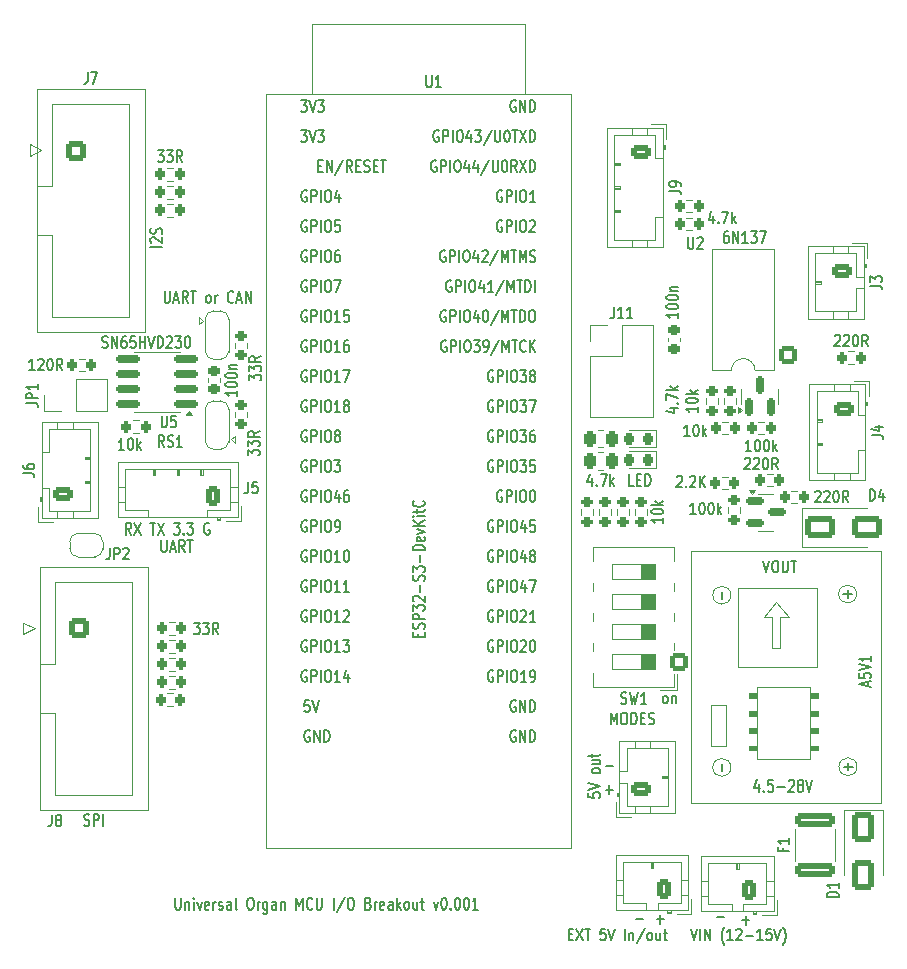
<source format=gto>
%TF.GenerationSoftware,KiCad,Pcbnew,9.0.6*%
%TF.CreationDate,2026-01-12T11:26:17-05:00*%
%TF.ProjectId,OrganUniversalMCUboard,4f726761-6e55-46e6-9976-657273616c4d,rev?*%
%TF.SameCoordinates,Original*%
%TF.FileFunction,Legend,Top*%
%TF.FilePolarity,Positive*%
%FSLAX46Y46*%
G04 Gerber Fmt 4.6, Leading zero omitted, Abs format (unit mm)*
G04 Created by KiCad (PCBNEW 9.0.6) date 2026-01-12 11:26:17*
%MOMM*%
%LPD*%
G01*
G04 APERTURE LIST*
G04 Aperture macros list*
%AMRoundRect*
0 Rectangle with rounded corners*
0 $1 Rounding radius*
0 $2 $3 $4 $5 $6 $7 $8 $9 X,Y pos of 4 corners*
0 Add a 4 corners polygon primitive as box body*
4,1,4,$2,$3,$4,$5,$6,$7,$8,$9,$2,$3,0*
0 Add four circle primitives for the rounded corners*
1,1,$1+$1,$2,$3*
1,1,$1+$1,$4,$5*
1,1,$1+$1,$6,$7*
1,1,$1+$1,$8,$9*
0 Add four rect primitives between the rounded corners*
20,1,$1+$1,$2,$3,$4,$5,0*
20,1,$1+$1,$4,$5,$6,$7,0*
20,1,$1+$1,$6,$7,$8,$9,0*
20,1,$1+$1,$8,$9,$2,$3,0*%
%AMFreePoly0*
4,1,23,0.500000,-0.750000,0.000000,-0.750000,0.000000,-0.745722,-0.065263,-0.745722,-0.191342,-0.711940,-0.304381,-0.646677,-0.396677,-0.554381,-0.461940,-0.441342,-0.495722,-0.315263,-0.495722,-0.250000,-0.500000,-0.250000,-0.500000,0.250000,-0.495722,0.250000,-0.495722,0.315263,-0.461940,0.441342,-0.396677,0.554381,-0.304381,0.646677,-0.191342,0.711940,-0.065263,0.745722,0.000000,0.745722,
0.000000,0.750000,0.500000,0.750000,0.500000,-0.750000,0.500000,-0.750000,$1*%
%AMFreePoly1*
4,1,23,0.000000,0.745722,0.065263,0.745722,0.191342,0.711940,0.304381,0.646677,0.396677,0.554381,0.461940,0.441342,0.495722,0.315263,0.495722,0.250000,0.500000,0.250000,0.500000,-0.250000,0.495722,-0.250000,0.495722,-0.315263,0.461940,-0.441342,0.396677,-0.554381,0.304381,-0.646677,0.191342,-0.711940,0.065263,-0.745722,0.000000,-0.745722,0.000000,-0.750000,-0.500000,-0.750000,
-0.500000,0.750000,0.000000,0.750000,0.000000,0.745722,0.000000,0.745722,$1*%
%AMFreePoly2*
4,1,23,0.550000,-0.750000,0.000000,-0.750000,0.000000,-0.745722,-0.065263,-0.745722,-0.191342,-0.711940,-0.304381,-0.646677,-0.396677,-0.554381,-0.461940,-0.441342,-0.495722,-0.315263,-0.495722,-0.250000,-0.500000,-0.250000,-0.500000,0.250000,-0.495722,0.250000,-0.495722,0.315263,-0.461940,0.441342,-0.396677,0.554381,-0.304381,0.646677,-0.191342,0.711940,-0.065263,0.745722,0.000000,0.745722,
0.000000,0.750000,0.550000,0.750000,0.550000,-0.750000,0.550000,-0.750000,$1*%
%AMFreePoly3*
4,1,23,0.000000,0.745722,0.065263,0.745722,0.191342,0.711940,0.304381,0.646677,0.396677,0.554381,0.461940,0.441342,0.495722,0.315263,0.495722,0.250000,0.500000,0.250000,0.500000,-0.250000,0.495722,-0.250000,0.495722,-0.315263,0.461940,-0.441342,0.396677,-0.554381,0.304381,-0.646677,0.191342,-0.711940,0.065263,-0.745722,0.000000,-0.745722,0.000000,-0.750000,-0.550000,-0.750000,
-0.550000,0.750000,0.000000,0.750000,0.000000,0.745722,0.000000,0.745722,$1*%
G04 Aperture macros list end*
%ADD10C,0.160000*%
%ADD11C,0.120000*%
%ADD12C,0.100000*%
%ADD13C,0.000000*%
%ADD14RoundRect,0.250000X-0.600000X-0.600000X0.600000X-0.600000X0.600000X0.600000X-0.600000X0.600000X0*%
%ADD15C,1.700000*%
%ADD16RoundRect,0.200000X0.275000X-0.200000X0.275000X0.200000X-0.275000X0.200000X-0.275000X-0.200000X0*%
%ADD17RoundRect,0.218750X0.218750X0.256250X-0.218750X0.256250X-0.218750X-0.256250X0.218750X-0.256250X0*%
%ADD18RoundRect,0.200000X-0.200000X-0.275000X0.200000X-0.275000X0.200000X0.275000X-0.200000X0.275000X0*%
%ADD19RoundRect,0.250000X0.550000X0.550000X-0.550000X0.550000X-0.550000X-0.550000X0.550000X-0.550000X0*%
%ADD20C,1.600000*%
%ADD21RoundRect,0.200000X-0.275000X0.200000X-0.275000X-0.200000X0.275000X-0.200000X0.275000X0.200000X0*%
%ADD22FreePoly0,180.000000*%
%ADD23FreePoly1,180.000000*%
%ADD24RoundRect,0.200000X0.200000X0.275000X-0.200000X0.275000X-0.200000X-0.275000X0.200000X-0.275000X0*%
%ADD25C,2.700000*%
%ADD26RoundRect,0.250000X-0.262500X-0.450000X0.262500X-0.450000X0.262500X0.450000X-0.262500X0.450000X0*%
%ADD27RoundRect,0.250000X0.350000X0.625000X-0.350000X0.625000X-0.350000X-0.625000X0.350000X-0.625000X0*%
%ADD28O,1.200000X1.750000*%
%ADD29RoundRect,0.150000X0.150000X-0.587500X0.150000X0.587500X-0.150000X0.587500X-0.150000X-0.587500X0*%
%ADD30FreePoly2,270.000000*%
%ADD31R,1.500000X1.000000*%
%ADD32FreePoly3,270.000000*%
%ADD33R,1.600000X1.600000*%
%ADD34O,1.600000X1.600000*%
%ADD35RoundRect,0.225000X-0.250000X0.225000X-0.250000X-0.225000X0.250000X-0.225000X0.250000X0.225000X0*%
%ADD36RoundRect,0.250000X-0.650000X1.000000X-0.650000X-1.000000X0.650000X-1.000000X0.650000X1.000000X0*%
%ADD37RoundRect,0.250000X0.625000X-0.350000X0.625000X0.350000X-0.625000X0.350000X-0.625000X-0.350000X0*%
%ADD38O,1.750000X1.200000*%
%ADD39R,1.700000X1.700000*%
%ADD40RoundRect,0.250000X-0.625000X0.350000X-0.625000X-0.350000X0.625000X-0.350000X0.625000X0.350000X0*%
%ADD41FreePoly2,90.000000*%
%ADD42FreePoly3,90.000000*%
%ADD43R,2.000000X1.200000*%
%ADD44O,2.000000X1.200000*%
%ADD45RoundRect,0.150000X-0.587500X-0.150000X0.587500X-0.150000X0.587500X0.150000X-0.587500X0.150000X0*%
%ADD46RoundRect,0.150000X0.825000X0.150000X-0.825000X0.150000X-0.825000X-0.150000X0.825000X-0.150000X0*%
%ADD47RoundRect,0.225000X0.250000X-0.225000X0.250000X0.225000X-0.250000X0.225000X-0.250000X-0.225000X0*%
%ADD48RoundRect,0.250000X1.450000X-0.312500X1.450000X0.312500X-1.450000X0.312500X-1.450000X-0.312500X0*%
%ADD49RoundRect,0.250000X-1.000000X-0.650000X1.000000X-0.650000X1.000000X0.650000X-1.000000X0.650000X0*%
G04 APERTURE END LIST*
D10*
X75682882Y-93341299D02*
X75416215Y-92865108D01*
X75225739Y-93341299D02*
X75225739Y-92341299D01*
X75225739Y-92341299D02*
X75530501Y-92341299D01*
X75530501Y-92341299D02*
X75606691Y-92388918D01*
X75606691Y-92388918D02*
X75644786Y-92436537D01*
X75644786Y-92436537D02*
X75682882Y-92531775D01*
X75682882Y-92531775D02*
X75682882Y-92674632D01*
X75682882Y-92674632D02*
X75644786Y-92769870D01*
X75644786Y-92769870D02*
X75606691Y-92817489D01*
X75606691Y-92817489D02*
X75530501Y-92865108D01*
X75530501Y-92865108D02*
X75225739Y-92865108D01*
X75949548Y-92341299D02*
X76482882Y-93341299D01*
X76482882Y-92341299D02*
X75949548Y-93341299D01*
X77282882Y-92341299D02*
X77740025Y-92341299D01*
X77511453Y-93341299D02*
X77511453Y-92341299D01*
X77930501Y-92341299D02*
X78463835Y-93341299D01*
X78463835Y-92341299D02*
X77930501Y-93341299D01*
X79301930Y-92341299D02*
X79797168Y-92341299D01*
X79797168Y-92341299D02*
X79530502Y-92722251D01*
X79530502Y-92722251D02*
X79644787Y-92722251D01*
X79644787Y-92722251D02*
X79720978Y-92769870D01*
X79720978Y-92769870D02*
X79759073Y-92817489D01*
X79759073Y-92817489D02*
X79797168Y-92912727D01*
X79797168Y-92912727D02*
X79797168Y-93150822D01*
X79797168Y-93150822D02*
X79759073Y-93246060D01*
X79759073Y-93246060D02*
X79720978Y-93293680D01*
X79720978Y-93293680D02*
X79644787Y-93341299D01*
X79644787Y-93341299D02*
X79416216Y-93341299D01*
X79416216Y-93341299D02*
X79340025Y-93293680D01*
X79340025Y-93293680D02*
X79301930Y-93246060D01*
X80140026Y-93246060D02*
X80178121Y-93293680D01*
X80178121Y-93293680D02*
X80140026Y-93341299D01*
X80140026Y-93341299D02*
X80101930Y-93293680D01*
X80101930Y-93293680D02*
X80140026Y-93246060D01*
X80140026Y-93246060D02*
X80140026Y-93341299D01*
X80444787Y-92341299D02*
X80940025Y-92341299D01*
X80940025Y-92341299D02*
X80673359Y-92722251D01*
X80673359Y-92722251D02*
X80787644Y-92722251D01*
X80787644Y-92722251D02*
X80863835Y-92769870D01*
X80863835Y-92769870D02*
X80901930Y-92817489D01*
X80901930Y-92817489D02*
X80940025Y-92912727D01*
X80940025Y-92912727D02*
X80940025Y-93150822D01*
X80940025Y-93150822D02*
X80901930Y-93246060D01*
X80901930Y-93246060D02*
X80863835Y-93293680D01*
X80863835Y-93293680D02*
X80787644Y-93341299D01*
X80787644Y-93341299D02*
X80559073Y-93341299D01*
X80559073Y-93341299D02*
X80482882Y-93293680D01*
X80482882Y-93293680D02*
X80444787Y-93246060D01*
X82311454Y-92388918D02*
X82235264Y-92341299D01*
X82235264Y-92341299D02*
X82120978Y-92341299D01*
X82120978Y-92341299D02*
X82006692Y-92388918D01*
X82006692Y-92388918D02*
X81930502Y-92484156D01*
X81930502Y-92484156D02*
X81892407Y-92579394D01*
X81892407Y-92579394D02*
X81854311Y-92769870D01*
X81854311Y-92769870D02*
X81854311Y-92912727D01*
X81854311Y-92912727D02*
X81892407Y-93103203D01*
X81892407Y-93103203D02*
X81930502Y-93198441D01*
X81930502Y-93198441D02*
X82006692Y-93293680D01*
X82006692Y-93293680D02*
X82120978Y-93341299D01*
X82120978Y-93341299D02*
X82197169Y-93341299D01*
X82197169Y-93341299D02*
X82311454Y-93293680D01*
X82311454Y-93293680D02*
X82349550Y-93246060D01*
X82349550Y-93246060D02*
X82349550Y-92912727D01*
X82349550Y-92912727D02*
X82197169Y-92912727D01*
X79416739Y-124091299D02*
X79416739Y-124900822D01*
X79416739Y-124900822D02*
X79454834Y-124996060D01*
X79454834Y-124996060D02*
X79492929Y-125043680D01*
X79492929Y-125043680D02*
X79569120Y-125091299D01*
X79569120Y-125091299D02*
X79721501Y-125091299D01*
X79721501Y-125091299D02*
X79797691Y-125043680D01*
X79797691Y-125043680D02*
X79835786Y-124996060D01*
X79835786Y-124996060D02*
X79873882Y-124900822D01*
X79873882Y-124900822D02*
X79873882Y-124091299D01*
X80254834Y-124424632D02*
X80254834Y-125091299D01*
X80254834Y-124519870D02*
X80292929Y-124472251D01*
X80292929Y-124472251D02*
X80369119Y-124424632D01*
X80369119Y-124424632D02*
X80483405Y-124424632D01*
X80483405Y-124424632D02*
X80559596Y-124472251D01*
X80559596Y-124472251D02*
X80597691Y-124567489D01*
X80597691Y-124567489D02*
X80597691Y-125091299D01*
X80978644Y-125091299D02*
X80978644Y-124424632D01*
X80978644Y-124091299D02*
X80940548Y-124138918D01*
X80940548Y-124138918D02*
X80978644Y-124186537D01*
X80978644Y-124186537D02*
X81016739Y-124138918D01*
X81016739Y-124138918D02*
X80978644Y-124091299D01*
X80978644Y-124091299D02*
X80978644Y-124186537D01*
X81283405Y-124424632D02*
X81473881Y-125091299D01*
X81473881Y-125091299D02*
X81664358Y-124424632D01*
X82273882Y-125043680D02*
X82197691Y-125091299D01*
X82197691Y-125091299D02*
X82045310Y-125091299D01*
X82045310Y-125091299D02*
X81969120Y-125043680D01*
X81969120Y-125043680D02*
X81931024Y-124948441D01*
X81931024Y-124948441D02*
X81931024Y-124567489D01*
X81931024Y-124567489D02*
X81969120Y-124472251D01*
X81969120Y-124472251D02*
X82045310Y-124424632D01*
X82045310Y-124424632D02*
X82197691Y-124424632D01*
X82197691Y-124424632D02*
X82273882Y-124472251D01*
X82273882Y-124472251D02*
X82311977Y-124567489D01*
X82311977Y-124567489D02*
X82311977Y-124662727D01*
X82311977Y-124662727D02*
X81931024Y-124757965D01*
X82654834Y-125091299D02*
X82654834Y-124424632D01*
X82654834Y-124615108D02*
X82692929Y-124519870D01*
X82692929Y-124519870D02*
X82731024Y-124472251D01*
X82731024Y-124472251D02*
X82807215Y-124424632D01*
X82807215Y-124424632D02*
X82883405Y-124424632D01*
X83111976Y-125043680D02*
X83188167Y-125091299D01*
X83188167Y-125091299D02*
X83340548Y-125091299D01*
X83340548Y-125091299D02*
X83416738Y-125043680D01*
X83416738Y-125043680D02*
X83454834Y-124948441D01*
X83454834Y-124948441D02*
X83454834Y-124900822D01*
X83454834Y-124900822D02*
X83416738Y-124805584D01*
X83416738Y-124805584D02*
X83340548Y-124757965D01*
X83340548Y-124757965D02*
X83226262Y-124757965D01*
X83226262Y-124757965D02*
X83150072Y-124710346D01*
X83150072Y-124710346D02*
X83111976Y-124615108D01*
X83111976Y-124615108D02*
X83111976Y-124567489D01*
X83111976Y-124567489D02*
X83150072Y-124472251D01*
X83150072Y-124472251D02*
X83226262Y-124424632D01*
X83226262Y-124424632D02*
X83340548Y-124424632D01*
X83340548Y-124424632D02*
X83416738Y-124472251D01*
X84140548Y-125091299D02*
X84140548Y-124567489D01*
X84140548Y-124567489D02*
X84102453Y-124472251D01*
X84102453Y-124472251D02*
X84026262Y-124424632D01*
X84026262Y-124424632D02*
X83873881Y-124424632D01*
X83873881Y-124424632D02*
X83797691Y-124472251D01*
X84140548Y-125043680D02*
X84064357Y-125091299D01*
X84064357Y-125091299D02*
X83873881Y-125091299D01*
X83873881Y-125091299D02*
X83797691Y-125043680D01*
X83797691Y-125043680D02*
X83759595Y-124948441D01*
X83759595Y-124948441D02*
X83759595Y-124853203D01*
X83759595Y-124853203D02*
X83797691Y-124757965D01*
X83797691Y-124757965D02*
X83873881Y-124710346D01*
X83873881Y-124710346D02*
X84064357Y-124710346D01*
X84064357Y-124710346D02*
X84140548Y-124662727D01*
X84635786Y-125091299D02*
X84559596Y-125043680D01*
X84559596Y-125043680D02*
X84521501Y-124948441D01*
X84521501Y-124948441D02*
X84521501Y-124091299D01*
X85702454Y-124091299D02*
X85854835Y-124091299D01*
X85854835Y-124091299D02*
X85931025Y-124138918D01*
X85931025Y-124138918D02*
X86007216Y-124234156D01*
X86007216Y-124234156D02*
X86045311Y-124424632D01*
X86045311Y-124424632D02*
X86045311Y-124757965D01*
X86045311Y-124757965D02*
X86007216Y-124948441D01*
X86007216Y-124948441D02*
X85931025Y-125043680D01*
X85931025Y-125043680D02*
X85854835Y-125091299D01*
X85854835Y-125091299D02*
X85702454Y-125091299D01*
X85702454Y-125091299D02*
X85626263Y-125043680D01*
X85626263Y-125043680D02*
X85550073Y-124948441D01*
X85550073Y-124948441D02*
X85511977Y-124757965D01*
X85511977Y-124757965D02*
X85511977Y-124424632D01*
X85511977Y-124424632D02*
X85550073Y-124234156D01*
X85550073Y-124234156D02*
X85626263Y-124138918D01*
X85626263Y-124138918D02*
X85702454Y-124091299D01*
X86388168Y-125091299D02*
X86388168Y-124424632D01*
X86388168Y-124615108D02*
X86426263Y-124519870D01*
X86426263Y-124519870D02*
X86464358Y-124472251D01*
X86464358Y-124472251D02*
X86540549Y-124424632D01*
X86540549Y-124424632D02*
X86616739Y-124424632D01*
X87226263Y-124424632D02*
X87226263Y-125234156D01*
X87226263Y-125234156D02*
X87188168Y-125329394D01*
X87188168Y-125329394D02*
X87150072Y-125377013D01*
X87150072Y-125377013D02*
X87073882Y-125424632D01*
X87073882Y-125424632D02*
X86959596Y-125424632D01*
X86959596Y-125424632D02*
X86883406Y-125377013D01*
X87226263Y-125043680D02*
X87150072Y-125091299D01*
X87150072Y-125091299D02*
X86997691Y-125091299D01*
X86997691Y-125091299D02*
X86921501Y-125043680D01*
X86921501Y-125043680D02*
X86883406Y-124996060D01*
X86883406Y-124996060D02*
X86845310Y-124900822D01*
X86845310Y-124900822D02*
X86845310Y-124615108D01*
X86845310Y-124615108D02*
X86883406Y-124519870D01*
X86883406Y-124519870D02*
X86921501Y-124472251D01*
X86921501Y-124472251D02*
X86997691Y-124424632D01*
X86997691Y-124424632D02*
X87150072Y-124424632D01*
X87150072Y-124424632D02*
X87226263Y-124472251D01*
X87950073Y-125091299D02*
X87950073Y-124567489D01*
X87950073Y-124567489D02*
X87911978Y-124472251D01*
X87911978Y-124472251D02*
X87835787Y-124424632D01*
X87835787Y-124424632D02*
X87683406Y-124424632D01*
X87683406Y-124424632D02*
X87607216Y-124472251D01*
X87950073Y-125043680D02*
X87873882Y-125091299D01*
X87873882Y-125091299D02*
X87683406Y-125091299D01*
X87683406Y-125091299D02*
X87607216Y-125043680D01*
X87607216Y-125043680D02*
X87569120Y-124948441D01*
X87569120Y-124948441D02*
X87569120Y-124853203D01*
X87569120Y-124853203D02*
X87607216Y-124757965D01*
X87607216Y-124757965D02*
X87683406Y-124710346D01*
X87683406Y-124710346D02*
X87873882Y-124710346D01*
X87873882Y-124710346D02*
X87950073Y-124662727D01*
X88331026Y-124424632D02*
X88331026Y-125091299D01*
X88331026Y-124519870D02*
X88369121Y-124472251D01*
X88369121Y-124472251D02*
X88445311Y-124424632D01*
X88445311Y-124424632D02*
X88559597Y-124424632D01*
X88559597Y-124424632D02*
X88635788Y-124472251D01*
X88635788Y-124472251D02*
X88673883Y-124567489D01*
X88673883Y-124567489D02*
X88673883Y-125091299D01*
X89664360Y-125091299D02*
X89664360Y-124091299D01*
X89664360Y-124091299D02*
X89931026Y-124805584D01*
X89931026Y-124805584D02*
X90197693Y-124091299D01*
X90197693Y-124091299D02*
X90197693Y-125091299D01*
X91035789Y-124996060D02*
X90997693Y-125043680D01*
X90997693Y-125043680D02*
X90883408Y-125091299D01*
X90883408Y-125091299D02*
X90807217Y-125091299D01*
X90807217Y-125091299D02*
X90692931Y-125043680D01*
X90692931Y-125043680D02*
X90616741Y-124948441D01*
X90616741Y-124948441D02*
X90578646Y-124853203D01*
X90578646Y-124853203D02*
X90540550Y-124662727D01*
X90540550Y-124662727D02*
X90540550Y-124519870D01*
X90540550Y-124519870D02*
X90578646Y-124329394D01*
X90578646Y-124329394D02*
X90616741Y-124234156D01*
X90616741Y-124234156D02*
X90692931Y-124138918D01*
X90692931Y-124138918D02*
X90807217Y-124091299D01*
X90807217Y-124091299D02*
X90883408Y-124091299D01*
X90883408Y-124091299D02*
X90997693Y-124138918D01*
X90997693Y-124138918D02*
X91035789Y-124186537D01*
X91378646Y-124091299D02*
X91378646Y-124900822D01*
X91378646Y-124900822D02*
X91416741Y-124996060D01*
X91416741Y-124996060D02*
X91454836Y-125043680D01*
X91454836Y-125043680D02*
X91531027Y-125091299D01*
X91531027Y-125091299D02*
X91683408Y-125091299D01*
X91683408Y-125091299D02*
X91759598Y-125043680D01*
X91759598Y-125043680D02*
X91797693Y-124996060D01*
X91797693Y-124996060D02*
X91835789Y-124900822D01*
X91835789Y-124900822D02*
X91835789Y-124091299D01*
X92826265Y-125091299D02*
X92826265Y-124091299D01*
X93778645Y-124043680D02*
X93092931Y-125329394D01*
X94197693Y-124091299D02*
X94350074Y-124091299D01*
X94350074Y-124091299D02*
X94426264Y-124138918D01*
X94426264Y-124138918D02*
X94502455Y-124234156D01*
X94502455Y-124234156D02*
X94540550Y-124424632D01*
X94540550Y-124424632D02*
X94540550Y-124757965D01*
X94540550Y-124757965D02*
X94502455Y-124948441D01*
X94502455Y-124948441D02*
X94426264Y-125043680D01*
X94426264Y-125043680D02*
X94350074Y-125091299D01*
X94350074Y-125091299D02*
X94197693Y-125091299D01*
X94197693Y-125091299D02*
X94121502Y-125043680D01*
X94121502Y-125043680D02*
X94045312Y-124948441D01*
X94045312Y-124948441D02*
X94007216Y-124757965D01*
X94007216Y-124757965D02*
X94007216Y-124424632D01*
X94007216Y-124424632D02*
X94045312Y-124234156D01*
X94045312Y-124234156D02*
X94121502Y-124138918D01*
X94121502Y-124138918D02*
X94197693Y-124091299D01*
X95759597Y-124567489D02*
X95873883Y-124615108D01*
X95873883Y-124615108D02*
X95911978Y-124662727D01*
X95911978Y-124662727D02*
X95950074Y-124757965D01*
X95950074Y-124757965D02*
X95950074Y-124900822D01*
X95950074Y-124900822D02*
X95911978Y-124996060D01*
X95911978Y-124996060D02*
X95873883Y-125043680D01*
X95873883Y-125043680D02*
X95797693Y-125091299D01*
X95797693Y-125091299D02*
X95492931Y-125091299D01*
X95492931Y-125091299D02*
X95492931Y-124091299D01*
X95492931Y-124091299D02*
X95759597Y-124091299D01*
X95759597Y-124091299D02*
X95835788Y-124138918D01*
X95835788Y-124138918D02*
X95873883Y-124186537D01*
X95873883Y-124186537D02*
X95911978Y-124281775D01*
X95911978Y-124281775D02*
X95911978Y-124377013D01*
X95911978Y-124377013D02*
X95873883Y-124472251D01*
X95873883Y-124472251D02*
X95835788Y-124519870D01*
X95835788Y-124519870D02*
X95759597Y-124567489D01*
X95759597Y-124567489D02*
X95492931Y-124567489D01*
X96292931Y-125091299D02*
X96292931Y-124424632D01*
X96292931Y-124615108D02*
X96331026Y-124519870D01*
X96331026Y-124519870D02*
X96369121Y-124472251D01*
X96369121Y-124472251D02*
X96445312Y-124424632D01*
X96445312Y-124424632D02*
X96521502Y-124424632D01*
X97092931Y-125043680D02*
X97016740Y-125091299D01*
X97016740Y-125091299D02*
X96864359Y-125091299D01*
X96864359Y-125091299D02*
X96788169Y-125043680D01*
X96788169Y-125043680D02*
X96750073Y-124948441D01*
X96750073Y-124948441D02*
X96750073Y-124567489D01*
X96750073Y-124567489D02*
X96788169Y-124472251D01*
X96788169Y-124472251D02*
X96864359Y-124424632D01*
X96864359Y-124424632D02*
X97016740Y-124424632D01*
X97016740Y-124424632D02*
X97092931Y-124472251D01*
X97092931Y-124472251D02*
X97131026Y-124567489D01*
X97131026Y-124567489D02*
X97131026Y-124662727D01*
X97131026Y-124662727D02*
X96750073Y-124757965D01*
X97816740Y-125091299D02*
X97816740Y-124567489D01*
X97816740Y-124567489D02*
X97778645Y-124472251D01*
X97778645Y-124472251D02*
X97702454Y-124424632D01*
X97702454Y-124424632D02*
X97550073Y-124424632D01*
X97550073Y-124424632D02*
X97473883Y-124472251D01*
X97816740Y-125043680D02*
X97740549Y-125091299D01*
X97740549Y-125091299D02*
X97550073Y-125091299D01*
X97550073Y-125091299D02*
X97473883Y-125043680D01*
X97473883Y-125043680D02*
X97435787Y-124948441D01*
X97435787Y-124948441D02*
X97435787Y-124853203D01*
X97435787Y-124853203D02*
X97473883Y-124757965D01*
X97473883Y-124757965D02*
X97550073Y-124710346D01*
X97550073Y-124710346D02*
X97740549Y-124710346D01*
X97740549Y-124710346D02*
X97816740Y-124662727D01*
X98197693Y-125091299D02*
X98197693Y-124091299D01*
X98273883Y-124710346D02*
X98502455Y-125091299D01*
X98502455Y-124424632D02*
X98197693Y-124805584D01*
X98959597Y-125091299D02*
X98883407Y-125043680D01*
X98883407Y-125043680D02*
X98845312Y-124996060D01*
X98845312Y-124996060D02*
X98807216Y-124900822D01*
X98807216Y-124900822D02*
X98807216Y-124615108D01*
X98807216Y-124615108D02*
X98845312Y-124519870D01*
X98845312Y-124519870D02*
X98883407Y-124472251D01*
X98883407Y-124472251D02*
X98959597Y-124424632D01*
X98959597Y-124424632D02*
X99073883Y-124424632D01*
X99073883Y-124424632D02*
X99150074Y-124472251D01*
X99150074Y-124472251D02*
X99188169Y-124519870D01*
X99188169Y-124519870D02*
X99226264Y-124615108D01*
X99226264Y-124615108D02*
X99226264Y-124900822D01*
X99226264Y-124900822D02*
X99188169Y-124996060D01*
X99188169Y-124996060D02*
X99150074Y-125043680D01*
X99150074Y-125043680D02*
X99073883Y-125091299D01*
X99073883Y-125091299D02*
X98959597Y-125091299D01*
X99911979Y-124424632D02*
X99911979Y-125091299D01*
X99569122Y-124424632D02*
X99569122Y-124948441D01*
X99569122Y-124948441D02*
X99607217Y-125043680D01*
X99607217Y-125043680D02*
X99683407Y-125091299D01*
X99683407Y-125091299D02*
X99797693Y-125091299D01*
X99797693Y-125091299D02*
X99873884Y-125043680D01*
X99873884Y-125043680D02*
X99911979Y-124996060D01*
X100178646Y-124424632D02*
X100483408Y-124424632D01*
X100292932Y-124091299D02*
X100292932Y-124948441D01*
X100292932Y-124948441D02*
X100331027Y-125043680D01*
X100331027Y-125043680D02*
X100407217Y-125091299D01*
X100407217Y-125091299D02*
X100483408Y-125091299D01*
X101283408Y-124424632D02*
X101473884Y-125091299D01*
X101473884Y-125091299D02*
X101664361Y-124424632D01*
X102121504Y-124091299D02*
X102197694Y-124091299D01*
X102197694Y-124091299D02*
X102273885Y-124138918D01*
X102273885Y-124138918D02*
X102311980Y-124186537D01*
X102311980Y-124186537D02*
X102350075Y-124281775D01*
X102350075Y-124281775D02*
X102388170Y-124472251D01*
X102388170Y-124472251D02*
X102388170Y-124710346D01*
X102388170Y-124710346D02*
X102350075Y-124900822D01*
X102350075Y-124900822D02*
X102311980Y-124996060D01*
X102311980Y-124996060D02*
X102273885Y-125043680D01*
X102273885Y-125043680D02*
X102197694Y-125091299D01*
X102197694Y-125091299D02*
X102121504Y-125091299D01*
X102121504Y-125091299D02*
X102045313Y-125043680D01*
X102045313Y-125043680D02*
X102007218Y-124996060D01*
X102007218Y-124996060D02*
X101969123Y-124900822D01*
X101969123Y-124900822D02*
X101931027Y-124710346D01*
X101931027Y-124710346D02*
X101931027Y-124472251D01*
X101931027Y-124472251D02*
X101969123Y-124281775D01*
X101969123Y-124281775D02*
X102007218Y-124186537D01*
X102007218Y-124186537D02*
X102045313Y-124138918D01*
X102045313Y-124138918D02*
X102121504Y-124091299D01*
X102731028Y-124996060D02*
X102769123Y-125043680D01*
X102769123Y-125043680D02*
X102731028Y-125091299D01*
X102731028Y-125091299D02*
X102692932Y-125043680D01*
X102692932Y-125043680D02*
X102731028Y-124996060D01*
X102731028Y-124996060D02*
X102731028Y-125091299D01*
X103264361Y-124091299D02*
X103340551Y-124091299D01*
X103340551Y-124091299D02*
X103416742Y-124138918D01*
X103416742Y-124138918D02*
X103454837Y-124186537D01*
X103454837Y-124186537D02*
X103492932Y-124281775D01*
X103492932Y-124281775D02*
X103531027Y-124472251D01*
X103531027Y-124472251D02*
X103531027Y-124710346D01*
X103531027Y-124710346D02*
X103492932Y-124900822D01*
X103492932Y-124900822D02*
X103454837Y-124996060D01*
X103454837Y-124996060D02*
X103416742Y-125043680D01*
X103416742Y-125043680D02*
X103340551Y-125091299D01*
X103340551Y-125091299D02*
X103264361Y-125091299D01*
X103264361Y-125091299D02*
X103188170Y-125043680D01*
X103188170Y-125043680D02*
X103150075Y-124996060D01*
X103150075Y-124996060D02*
X103111980Y-124900822D01*
X103111980Y-124900822D02*
X103073884Y-124710346D01*
X103073884Y-124710346D02*
X103073884Y-124472251D01*
X103073884Y-124472251D02*
X103111980Y-124281775D01*
X103111980Y-124281775D02*
X103150075Y-124186537D01*
X103150075Y-124186537D02*
X103188170Y-124138918D01*
X103188170Y-124138918D02*
X103264361Y-124091299D01*
X104026266Y-124091299D02*
X104102456Y-124091299D01*
X104102456Y-124091299D02*
X104178647Y-124138918D01*
X104178647Y-124138918D02*
X104216742Y-124186537D01*
X104216742Y-124186537D02*
X104254837Y-124281775D01*
X104254837Y-124281775D02*
X104292932Y-124472251D01*
X104292932Y-124472251D02*
X104292932Y-124710346D01*
X104292932Y-124710346D02*
X104254837Y-124900822D01*
X104254837Y-124900822D02*
X104216742Y-124996060D01*
X104216742Y-124996060D02*
X104178647Y-125043680D01*
X104178647Y-125043680D02*
X104102456Y-125091299D01*
X104102456Y-125091299D02*
X104026266Y-125091299D01*
X104026266Y-125091299D02*
X103950075Y-125043680D01*
X103950075Y-125043680D02*
X103911980Y-124996060D01*
X103911980Y-124996060D02*
X103873885Y-124900822D01*
X103873885Y-124900822D02*
X103835789Y-124710346D01*
X103835789Y-124710346D02*
X103835789Y-124472251D01*
X103835789Y-124472251D02*
X103873885Y-124281775D01*
X103873885Y-124281775D02*
X103911980Y-124186537D01*
X103911980Y-124186537D02*
X103950075Y-124138918D01*
X103950075Y-124138918D02*
X104026266Y-124091299D01*
X105054837Y-125091299D02*
X104597694Y-125091299D01*
X104826266Y-125091299D02*
X104826266Y-124091299D01*
X104826266Y-124091299D02*
X104750075Y-124234156D01*
X104750075Y-124234156D02*
X104673885Y-124329394D01*
X104673885Y-124329394D02*
X104597694Y-124377013D01*
X115865739Y-114931346D02*
X116475263Y-114931346D01*
X116170501Y-115312299D02*
X116170501Y-114550394D01*
X120183739Y-125891446D02*
X120793263Y-125891446D01*
X120488501Y-126272399D02*
X120488501Y-125510494D01*
X115865739Y-112899346D02*
X116475263Y-112899346D01*
X125263739Y-125726346D02*
X125873263Y-125726346D01*
X127422739Y-125980346D02*
X128032263Y-125980346D01*
X127727501Y-126361299D02*
X127727501Y-125599394D01*
X118405740Y-125891446D02*
X119015264Y-125891446D01*
X71996333Y-54187299D02*
X71996333Y-54901584D01*
X71996333Y-54901584D02*
X71958238Y-55044441D01*
X71958238Y-55044441D02*
X71882047Y-55139680D01*
X71882047Y-55139680D02*
X71767762Y-55187299D01*
X71767762Y-55187299D02*
X71691571Y-55187299D01*
X72301095Y-54187299D02*
X72834429Y-54187299D01*
X72834429Y-54187299D02*
X72491571Y-55187299D01*
X78305299Y-68960904D02*
X77305299Y-68960904D01*
X77400537Y-68618048D02*
X77352918Y-68579952D01*
X77352918Y-68579952D02*
X77305299Y-68503762D01*
X77305299Y-68503762D02*
X77305299Y-68313286D01*
X77305299Y-68313286D02*
X77352918Y-68237095D01*
X77352918Y-68237095D02*
X77400537Y-68199000D01*
X77400537Y-68199000D02*
X77495775Y-68160905D01*
X77495775Y-68160905D02*
X77591013Y-68160905D01*
X77591013Y-68160905D02*
X77733870Y-68199000D01*
X77733870Y-68199000D02*
X78305299Y-68656143D01*
X78305299Y-68656143D02*
X78305299Y-68160905D01*
X78257680Y-67856143D02*
X78305299Y-67741857D01*
X78305299Y-67741857D02*
X78305299Y-67551381D01*
X78305299Y-67551381D02*
X78257680Y-67475190D01*
X78257680Y-67475190D02*
X78210060Y-67437095D01*
X78210060Y-67437095D02*
X78114822Y-67399000D01*
X78114822Y-67399000D02*
X78019584Y-67399000D01*
X78019584Y-67399000D02*
X77924346Y-67437095D01*
X77924346Y-67437095D02*
X77876727Y-67475190D01*
X77876727Y-67475190D02*
X77829108Y-67551381D01*
X77829108Y-67551381D02*
X77781489Y-67703762D01*
X77781489Y-67703762D02*
X77733870Y-67779952D01*
X77733870Y-67779952D02*
X77686251Y-67818047D01*
X77686251Y-67818047D02*
X77591013Y-67856143D01*
X77591013Y-67856143D02*
X77495775Y-67856143D01*
X77495775Y-67856143D02*
X77400537Y-67818047D01*
X77400537Y-67818047D02*
X77352918Y-67779952D01*
X77352918Y-67779952D02*
X77305299Y-67703762D01*
X77305299Y-67703762D02*
X77305299Y-67513285D01*
X77305299Y-67513285D02*
X77352918Y-67399000D01*
X123475856Y-91640299D02*
X123018713Y-91640299D01*
X123247285Y-91640299D02*
X123247285Y-90640299D01*
X123247285Y-90640299D02*
X123171094Y-90783156D01*
X123171094Y-90783156D02*
X123094904Y-90878394D01*
X123094904Y-90878394D02*
X123018713Y-90926013D01*
X123971095Y-90640299D02*
X124047285Y-90640299D01*
X124047285Y-90640299D02*
X124123476Y-90687918D01*
X124123476Y-90687918D02*
X124161571Y-90735537D01*
X124161571Y-90735537D02*
X124199666Y-90830775D01*
X124199666Y-90830775D02*
X124237761Y-91021251D01*
X124237761Y-91021251D02*
X124237761Y-91259346D01*
X124237761Y-91259346D02*
X124199666Y-91449822D01*
X124199666Y-91449822D02*
X124161571Y-91545060D01*
X124161571Y-91545060D02*
X124123476Y-91592680D01*
X124123476Y-91592680D02*
X124047285Y-91640299D01*
X124047285Y-91640299D02*
X123971095Y-91640299D01*
X123971095Y-91640299D02*
X123894904Y-91592680D01*
X123894904Y-91592680D02*
X123856809Y-91545060D01*
X123856809Y-91545060D02*
X123818714Y-91449822D01*
X123818714Y-91449822D02*
X123780618Y-91259346D01*
X123780618Y-91259346D02*
X123780618Y-91021251D01*
X123780618Y-91021251D02*
X123818714Y-90830775D01*
X123818714Y-90830775D02*
X123856809Y-90735537D01*
X123856809Y-90735537D02*
X123894904Y-90687918D01*
X123894904Y-90687918D02*
X123971095Y-90640299D01*
X124733000Y-90640299D02*
X124809190Y-90640299D01*
X124809190Y-90640299D02*
X124885381Y-90687918D01*
X124885381Y-90687918D02*
X124923476Y-90735537D01*
X124923476Y-90735537D02*
X124961571Y-90830775D01*
X124961571Y-90830775D02*
X124999666Y-91021251D01*
X124999666Y-91021251D02*
X124999666Y-91259346D01*
X124999666Y-91259346D02*
X124961571Y-91449822D01*
X124961571Y-91449822D02*
X124923476Y-91545060D01*
X124923476Y-91545060D02*
X124885381Y-91592680D01*
X124885381Y-91592680D02*
X124809190Y-91640299D01*
X124809190Y-91640299D02*
X124733000Y-91640299D01*
X124733000Y-91640299D02*
X124656809Y-91592680D01*
X124656809Y-91592680D02*
X124618714Y-91545060D01*
X124618714Y-91545060D02*
X124580619Y-91449822D01*
X124580619Y-91449822D02*
X124542523Y-91259346D01*
X124542523Y-91259346D02*
X124542523Y-91021251D01*
X124542523Y-91021251D02*
X124580619Y-90830775D01*
X124580619Y-90830775D02*
X124618714Y-90735537D01*
X124618714Y-90735537D02*
X124656809Y-90687918D01*
X124656809Y-90687918D02*
X124733000Y-90640299D01*
X125342524Y-91640299D02*
X125342524Y-90640299D01*
X125418714Y-91259346D02*
X125647286Y-91640299D01*
X125647286Y-90973632D02*
X125342524Y-91354584D01*
X118230714Y-89227299D02*
X117849762Y-89227299D01*
X117849762Y-89227299D02*
X117849762Y-88227299D01*
X118497381Y-88703489D02*
X118764047Y-88703489D01*
X118878333Y-89227299D02*
X118497381Y-89227299D01*
X118497381Y-89227299D02*
X118497381Y-88227299D01*
X118497381Y-88227299D02*
X118878333Y-88227299D01*
X119221191Y-89227299D02*
X119221191Y-88227299D01*
X119221191Y-88227299D02*
X119411667Y-88227299D01*
X119411667Y-88227299D02*
X119525953Y-88274918D01*
X119525953Y-88274918D02*
X119602143Y-88370156D01*
X119602143Y-88370156D02*
X119640238Y-88465394D01*
X119640238Y-88465394D02*
X119678334Y-88655870D01*
X119678334Y-88655870D02*
X119678334Y-88798727D01*
X119678334Y-88798727D02*
X119640238Y-88989203D01*
X119640238Y-88989203D02*
X119602143Y-89084441D01*
X119602143Y-89084441D02*
X119525953Y-89179680D01*
X119525953Y-89179680D02*
X119411667Y-89227299D01*
X119411667Y-89227299D02*
X119221191Y-89227299D01*
X121862999Y-88449537D02*
X121901095Y-88401918D01*
X121901095Y-88401918D02*
X121977285Y-88354299D01*
X121977285Y-88354299D02*
X122167761Y-88354299D01*
X122167761Y-88354299D02*
X122243952Y-88401918D01*
X122243952Y-88401918D02*
X122282047Y-88449537D01*
X122282047Y-88449537D02*
X122320142Y-88544775D01*
X122320142Y-88544775D02*
X122320142Y-88640013D01*
X122320142Y-88640013D02*
X122282047Y-88782870D01*
X122282047Y-88782870D02*
X121824904Y-89354299D01*
X121824904Y-89354299D02*
X122320142Y-89354299D01*
X122663000Y-89259060D02*
X122701095Y-89306680D01*
X122701095Y-89306680D02*
X122663000Y-89354299D01*
X122663000Y-89354299D02*
X122624904Y-89306680D01*
X122624904Y-89306680D02*
X122663000Y-89259060D01*
X122663000Y-89259060D02*
X122663000Y-89354299D01*
X123005856Y-88449537D02*
X123043952Y-88401918D01*
X123043952Y-88401918D02*
X123120142Y-88354299D01*
X123120142Y-88354299D02*
X123310618Y-88354299D01*
X123310618Y-88354299D02*
X123386809Y-88401918D01*
X123386809Y-88401918D02*
X123424904Y-88449537D01*
X123424904Y-88449537D02*
X123462999Y-88544775D01*
X123462999Y-88544775D02*
X123462999Y-88640013D01*
X123462999Y-88640013D02*
X123424904Y-88782870D01*
X123424904Y-88782870D02*
X122967761Y-89354299D01*
X122967761Y-89354299D02*
X123462999Y-89354299D01*
X123805857Y-89354299D02*
X123805857Y-88354299D01*
X124263000Y-89354299D02*
X123920142Y-88782870D01*
X124263000Y-88354299D02*
X123805857Y-88925727D01*
X122834476Y-68161299D02*
X122834476Y-68970822D01*
X122834476Y-68970822D02*
X122872571Y-69066060D01*
X122872571Y-69066060D02*
X122910666Y-69113680D01*
X122910666Y-69113680D02*
X122986857Y-69161299D01*
X122986857Y-69161299D02*
X123139238Y-69161299D01*
X123139238Y-69161299D02*
X123215428Y-69113680D01*
X123215428Y-69113680D02*
X123253523Y-69066060D01*
X123253523Y-69066060D02*
X123291619Y-68970822D01*
X123291619Y-68970822D02*
X123291619Y-68161299D01*
X123634475Y-68256537D02*
X123672571Y-68208918D01*
X123672571Y-68208918D02*
X123748761Y-68161299D01*
X123748761Y-68161299D02*
X123939237Y-68161299D01*
X123939237Y-68161299D02*
X124015428Y-68208918D01*
X124015428Y-68208918D02*
X124053523Y-68256537D01*
X124053523Y-68256537D02*
X124091618Y-68351775D01*
X124091618Y-68351775D02*
X124091618Y-68447013D01*
X124091618Y-68447013D02*
X124053523Y-68589870D01*
X124053523Y-68589870D02*
X123596380Y-69161299D01*
X123596380Y-69161299D02*
X124091618Y-69161299D01*
X126225476Y-67653299D02*
X126073095Y-67653299D01*
X126073095Y-67653299D02*
X125996904Y-67700918D01*
X125996904Y-67700918D02*
X125958809Y-67748537D01*
X125958809Y-67748537D02*
X125882619Y-67891394D01*
X125882619Y-67891394D02*
X125844523Y-68081870D01*
X125844523Y-68081870D02*
X125844523Y-68462822D01*
X125844523Y-68462822D02*
X125882619Y-68558060D01*
X125882619Y-68558060D02*
X125920714Y-68605680D01*
X125920714Y-68605680D02*
X125996904Y-68653299D01*
X125996904Y-68653299D02*
X126149285Y-68653299D01*
X126149285Y-68653299D02*
X126225476Y-68605680D01*
X126225476Y-68605680D02*
X126263571Y-68558060D01*
X126263571Y-68558060D02*
X126301666Y-68462822D01*
X126301666Y-68462822D02*
X126301666Y-68224727D01*
X126301666Y-68224727D02*
X126263571Y-68129489D01*
X126263571Y-68129489D02*
X126225476Y-68081870D01*
X126225476Y-68081870D02*
X126149285Y-68034251D01*
X126149285Y-68034251D02*
X125996904Y-68034251D01*
X125996904Y-68034251D02*
X125920714Y-68081870D01*
X125920714Y-68081870D02*
X125882619Y-68129489D01*
X125882619Y-68129489D02*
X125844523Y-68224727D01*
X126644524Y-68653299D02*
X126644524Y-67653299D01*
X126644524Y-67653299D02*
X127101667Y-68653299D01*
X127101667Y-68653299D02*
X127101667Y-67653299D01*
X127901666Y-68653299D02*
X127444523Y-68653299D01*
X127673095Y-68653299D02*
X127673095Y-67653299D01*
X127673095Y-67653299D02*
X127596904Y-67796156D01*
X127596904Y-67796156D02*
X127520714Y-67891394D01*
X127520714Y-67891394D02*
X127444523Y-67939013D01*
X128168333Y-67653299D02*
X128663571Y-67653299D01*
X128663571Y-67653299D02*
X128396905Y-68034251D01*
X128396905Y-68034251D02*
X128511190Y-68034251D01*
X128511190Y-68034251D02*
X128587381Y-68081870D01*
X128587381Y-68081870D02*
X128625476Y-68129489D01*
X128625476Y-68129489D02*
X128663571Y-68224727D01*
X128663571Y-68224727D02*
X128663571Y-68462822D01*
X128663571Y-68462822D02*
X128625476Y-68558060D01*
X128625476Y-68558060D02*
X128587381Y-68605680D01*
X128587381Y-68605680D02*
X128511190Y-68653299D01*
X128511190Y-68653299D02*
X128282619Y-68653299D01*
X128282619Y-68653299D02*
X128206428Y-68605680D01*
X128206428Y-68605680D02*
X128168333Y-68558060D01*
X128930238Y-67653299D02*
X129463572Y-67653299D01*
X129463572Y-67653299D02*
X129120714Y-68653299D01*
X73882333Y-94450299D02*
X73882333Y-95164584D01*
X73882333Y-95164584D02*
X73844238Y-95307441D01*
X73844238Y-95307441D02*
X73768047Y-95402680D01*
X73768047Y-95402680D02*
X73653762Y-95450299D01*
X73653762Y-95450299D02*
X73577571Y-95450299D01*
X74263286Y-95450299D02*
X74263286Y-94450299D01*
X74263286Y-94450299D02*
X74568048Y-94450299D01*
X74568048Y-94450299D02*
X74644238Y-94497918D01*
X74644238Y-94497918D02*
X74682333Y-94545537D01*
X74682333Y-94545537D02*
X74720429Y-94640775D01*
X74720429Y-94640775D02*
X74720429Y-94783632D01*
X74720429Y-94783632D02*
X74682333Y-94878870D01*
X74682333Y-94878870D02*
X74644238Y-94926489D01*
X74644238Y-94926489D02*
X74568048Y-94974108D01*
X74568048Y-94974108D02*
X74263286Y-94974108D01*
X75025190Y-94545537D02*
X75063286Y-94497918D01*
X75063286Y-94497918D02*
X75139476Y-94450299D01*
X75139476Y-94450299D02*
X75329952Y-94450299D01*
X75329952Y-94450299D02*
X75406143Y-94497918D01*
X75406143Y-94497918D02*
X75444238Y-94545537D01*
X75444238Y-94545537D02*
X75482333Y-94640775D01*
X75482333Y-94640775D02*
X75482333Y-94736013D01*
X75482333Y-94736013D02*
X75444238Y-94878870D01*
X75444238Y-94878870D02*
X74987095Y-95450299D01*
X74987095Y-95450299D02*
X75482333Y-95450299D01*
X128174856Y-86306299D02*
X127717713Y-86306299D01*
X127946285Y-86306299D02*
X127946285Y-85306299D01*
X127946285Y-85306299D02*
X127870094Y-85449156D01*
X127870094Y-85449156D02*
X127793904Y-85544394D01*
X127793904Y-85544394D02*
X127717713Y-85592013D01*
X128670095Y-85306299D02*
X128746285Y-85306299D01*
X128746285Y-85306299D02*
X128822476Y-85353918D01*
X128822476Y-85353918D02*
X128860571Y-85401537D01*
X128860571Y-85401537D02*
X128898666Y-85496775D01*
X128898666Y-85496775D02*
X128936761Y-85687251D01*
X128936761Y-85687251D02*
X128936761Y-85925346D01*
X128936761Y-85925346D02*
X128898666Y-86115822D01*
X128898666Y-86115822D02*
X128860571Y-86211060D01*
X128860571Y-86211060D02*
X128822476Y-86258680D01*
X128822476Y-86258680D02*
X128746285Y-86306299D01*
X128746285Y-86306299D02*
X128670095Y-86306299D01*
X128670095Y-86306299D02*
X128593904Y-86258680D01*
X128593904Y-86258680D02*
X128555809Y-86211060D01*
X128555809Y-86211060D02*
X128517714Y-86115822D01*
X128517714Y-86115822D02*
X128479618Y-85925346D01*
X128479618Y-85925346D02*
X128479618Y-85687251D01*
X128479618Y-85687251D02*
X128517714Y-85496775D01*
X128517714Y-85496775D02*
X128555809Y-85401537D01*
X128555809Y-85401537D02*
X128593904Y-85353918D01*
X128593904Y-85353918D02*
X128670095Y-85306299D01*
X129432000Y-85306299D02*
X129508190Y-85306299D01*
X129508190Y-85306299D02*
X129584381Y-85353918D01*
X129584381Y-85353918D02*
X129622476Y-85401537D01*
X129622476Y-85401537D02*
X129660571Y-85496775D01*
X129660571Y-85496775D02*
X129698666Y-85687251D01*
X129698666Y-85687251D02*
X129698666Y-85925346D01*
X129698666Y-85925346D02*
X129660571Y-86115822D01*
X129660571Y-86115822D02*
X129622476Y-86211060D01*
X129622476Y-86211060D02*
X129584381Y-86258680D01*
X129584381Y-86258680D02*
X129508190Y-86306299D01*
X129508190Y-86306299D02*
X129432000Y-86306299D01*
X129432000Y-86306299D02*
X129355809Y-86258680D01*
X129355809Y-86258680D02*
X129317714Y-86211060D01*
X129317714Y-86211060D02*
X129279619Y-86115822D01*
X129279619Y-86115822D02*
X129241523Y-85925346D01*
X129241523Y-85925346D02*
X129241523Y-85687251D01*
X129241523Y-85687251D02*
X129279619Y-85496775D01*
X129279619Y-85496775D02*
X129317714Y-85401537D01*
X129317714Y-85401537D02*
X129355809Y-85353918D01*
X129355809Y-85353918D02*
X129432000Y-85306299D01*
X130041524Y-86306299D02*
X130041524Y-85306299D01*
X130117714Y-85925346D02*
X130346286Y-86306299D01*
X130346286Y-85639632D02*
X130041524Y-86020584D01*
X80994380Y-100800299D02*
X81489618Y-100800299D01*
X81489618Y-100800299D02*
X81222952Y-101181251D01*
X81222952Y-101181251D02*
X81337237Y-101181251D01*
X81337237Y-101181251D02*
X81413428Y-101228870D01*
X81413428Y-101228870D02*
X81451523Y-101276489D01*
X81451523Y-101276489D02*
X81489618Y-101371727D01*
X81489618Y-101371727D02*
X81489618Y-101609822D01*
X81489618Y-101609822D02*
X81451523Y-101705060D01*
X81451523Y-101705060D02*
X81413428Y-101752680D01*
X81413428Y-101752680D02*
X81337237Y-101800299D01*
X81337237Y-101800299D02*
X81108666Y-101800299D01*
X81108666Y-101800299D02*
X81032475Y-101752680D01*
X81032475Y-101752680D02*
X80994380Y-101705060D01*
X81756285Y-100800299D02*
X82251523Y-100800299D01*
X82251523Y-100800299D02*
X81984857Y-101181251D01*
X81984857Y-101181251D02*
X82099142Y-101181251D01*
X82099142Y-101181251D02*
X82175333Y-101228870D01*
X82175333Y-101228870D02*
X82213428Y-101276489D01*
X82213428Y-101276489D02*
X82251523Y-101371727D01*
X82251523Y-101371727D02*
X82251523Y-101609822D01*
X82251523Y-101609822D02*
X82213428Y-101705060D01*
X82213428Y-101705060D02*
X82175333Y-101752680D01*
X82175333Y-101752680D02*
X82099142Y-101800299D01*
X82099142Y-101800299D02*
X81870571Y-101800299D01*
X81870571Y-101800299D02*
X81794380Y-101752680D01*
X81794380Y-101752680D02*
X81756285Y-101705060D01*
X83051524Y-101800299D02*
X82784857Y-101324108D01*
X82594381Y-101800299D02*
X82594381Y-100800299D01*
X82594381Y-100800299D02*
X82899143Y-100800299D01*
X82899143Y-100800299D02*
X82975333Y-100847918D01*
X82975333Y-100847918D02*
X83013428Y-100895537D01*
X83013428Y-100895537D02*
X83051524Y-100990775D01*
X83051524Y-100990775D02*
X83051524Y-101133632D01*
X83051524Y-101133632D02*
X83013428Y-101228870D01*
X83013428Y-101228870D02*
X82975333Y-101276489D01*
X82975333Y-101276489D02*
X82899143Y-101324108D01*
X82899143Y-101324108D02*
X82594381Y-101324108D01*
X112725713Y-127184489D02*
X112992379Y-127184489D01*
X113106665Y-127708299D02*
X112725713Y-127708299D01*
X112725713Y-127708299D02*
X112725713Y-126708299D01*
X112725713Y-126708299D02*
X113106665Y-126708299D01*
X113373332Y-126708299D02*
X113906666Y-127708299D01*
X113906666Y-126708299D02*
X113373332Y-127708299D01*
X114097142Y-126708299D02*
X114554285Y-126708299D01*
X114325713Y-127708299D02*
X114325713Y-126708299D01*
X115811428Y-126708299D02*
X115430476Y-126708299D01*
X115430476Y-126708299D02*
X115392380Y-127184489D01*
X115392380Y-127184489D02*
X115430476Y-127136870D01*
X115430476Y-127136870D02*
X115506666Y-127089251D01*
X115506666Y-127089251D02*
X115697142Y-127089251D01*
X115697142Y-127089251D02*
X115773333Y-127136870D01*
X115773333Y-127136870D02*
X115811428Y-127184489D01*
X115811428Y-127184489D02*
X115849523Y-127279727D01*
X115849523Y-127279727D02*
X115849523Y-127517822D01*
X115849523Y-127517822D02*
X115811428Y-127613060D01*
X115811428Y-127613060D02*
X115773333Y-127660680D01*
X115773333Y-127660680D02*
X115697142Y-127708299D01*
X115697142Y-127708299D02*
X115506666Y-127708299D01*
X115506666Y-127708299D02*
X115430476Y-127660680D01*
X115430476Y-127660680D02*
X115392380Y-127613060D01*
X116078095Y-126708299D02*
X116344762Y-127708299D01*
X116344762Y-127708299D02*
X116611428Y-126708299D01*
X117487619Y-127708299D02*
X117487619Y-126708299D01*
X117868571Y-127041632D02*
X117868571Y-127708299D01*
X117868571Y-127136870D02*
X117906666Y-127089251D01*
X117906666Y-127089251D02*
X117982856Y-127041632D01*
X117982856Y-127041632D02*
X118097142Y-127041632D01*
X118097142Y-127041632D02*
X118173333Y-127089251D01*
X118173333Y-127089251D02*
X118211428Y-127184489D01*
X118211428Y-127184489D02*
X118211428Y-127708299D01*
X119163809Y-126660680D02*
X118478095Y-127946394D01*
X119544761Y-127708299D02*
X119468571Y-127660680D01*
X119468571Y-127660680D02*
X119430476Y-127613060D01*
X119430476Y-127613060D02*
X119392380Y-127517822D01*
X119392380Y-127517822D02*
X119392380Y-127232108D01*
X119392380Y-127232108D02*
X119430476Y-127136870D01*
X119430476Y-127136870D02*
X119468571Y-127089251D01*
X119468571Y-127089251D02*
X119544761Y-127041632D01*
X119544761Y-127041632D02*
X119659047Y-127041632D01*
X119659047Y-127041632D02*
X119735238Y-127089251D01*
X119735238Y-127089251D02*
X119773333Y-127136870D01*
X119773333Y-127136870D02*
X119811428Y-127232108D01*
X119811428Y-127232108D02*
X119811428Y-127517822D01*
X119811428Y-127517822D02*
X119773333Y-127613060D01*
X119773333Y-127613060D02*
X119735238Y-127660680D01*
X119735238Y-127660680D02*
X119659047Y-127708299D01*
X119659047Y-127708299D02*
X119544761Y-127708299D01*
X120497143Y-127041632D02*
X120497143Y-127708299D01*
X120154286Y-127041632D02*
X120154286Y-127565441D01*
X120154286Y-127565441D02*
X120192381Y-127660680D01*
X120192381Y-127660680D02*
X120268571Y-127708299D01*
X120268571Y-127708299D02*
X120382857Y-127708299D01*
X120382857Y-127708299D02*
X120459048Y-127660680D01*
X120459048Y-127660680D02*
X120497143Y-127613060D01*
X120763810Y-127041632D02*
X121068572Y-127041632D01*
X120878096Y-126708299D02*
X120878096Y-127565441D01*
X120878096Y-127565441D02*
X120916191Y-127660680D01*
X120916191Y-127660680D02*
X120992381Y-127708299D01*
X120992381Y-127708299D02*
X121068572Y-127708299D01*
X85585333Y-88862299D02*
X85585333Y-89576584D01*
X85585333Y-89576584D02*
X85547238Y-89719441D01*
X85547238Y-89719441D02*
X85471047Y-89814680D01*
X85471047Y-89814680D02*
X85356762Y-89862299D01*
X85356762Y-89862299D02*
X85280571Y-89862299D01*
X86347238Y-88862299D02*
X85966286Y-88862299D01*
X85966286Y-88862299D02*
X85928190Y-89338489D01*
X85928190Y-89338489D02*
X85966286Y-89290870D01*
X85966286Y-89290870D02*
X86042476Y-89243251D01*
X86042476Y-89243251D02*
X86232952Y-89243251D01*
X86232952Y-89243251D02*
X86309143Y-89290870D01*
X86309143Y-89290870D02*
X86347238Y-89338489D01*
X86347238Y-89338489D02*
X86385333Y-89433727D01*
X86385333Y-89433727D02*
X86385333Y-89671822D01*
X86385333Y-89671822D02*
X86347238Y-89767060D01*
X86347238Y-89767060D02*
X86309143Y-89814680D01*
X86309143Y-89814680D02*
X86232952Y-89862299D01*
X86232952Y-89862299D02*
X86042476Y-89862299D01*
X86042476Y-89862299D02*
X85966286Y-89814680D01*
X85966286Y-89814680D02*
X85928190Y-89767060D01*
X78225810Y-93815299D02*
X78225810Y-94624822D01*
X78225810Y-94624822D02*
X78263905Y-94720060D01*
X78263905Y-94720060D02*
X78302000Y-94767680D01*
X78302000Y-94767680D02*
X78378191Y-94815299D01*
X78378191Y-94815299D02*
X78530572Y-94815299D01*
X78530572Y-94815299D02*
X78606762Y-94767680D01*
X78606762Y-94767680D02*
X78644857Y-94720060D01*
X78644857Y-94720060D02*
X78682953Y-94624822D01*
X78682953Y-94624822D02*
X78682953Y-93815299D01*
X79025809Y-94529584D02*
X79406762Y-94529584D01*
X78949619Y-94815299D02*
X79216286Y-93815299D01*
X79216286Y-93815299D02*
X79482952Y-94815299D01*
X80206762Y-94815299D02*
X79940095Y-94339108D01*
X79749619Y-94815299D02*
X79749619Y-93815299D01*
X79749619Y-93815299D02*
X80054381Y-93815299D01*
X80054381Y-93815299D02*
X80130571Y-93862918D01*
X80130571Y-93862918D02*
X80168666Y-93910537D01*
X80168666Y-93910537D02*
X80206762Y-94005775D01*
X80206762Y-94005775D02*
X80206762Y-94148632D01*
X80206762Y-94148632D02*
X80168666Y-94243870D01*
X80168666Y-94243870D02*
X80130571Y-94291489D01*
X80130571Y-94291489D02*
X80054381Y-94339108D01*
X80054381Y-94339108D02*
X79749619Y-94339108D01*
X80435333Y-93815299D02*
X80892476Y-93815299D01*
X80663904Y-94815299D02*
X80663904Y-93815299D01*
X124987143Y-66335632D02*
X124987143Y-67002299D01*
X124796667Y-65954680D02*
X124606190Y-66668965D01*
X124606190Y-66668965D02*
X125101429Y-66668965D01*
X125406191Y-66907060D02*
X125444286Y-66954680D01*
X125444286Y-66954680D02*
X125406191Y-67002299D01*
X125406191Y-67002299D02*
X125368095Y-66954680D01*
X125368095Y-66954680D02*
X125406191Y-66907060D01*
X125406191Y-66907060D02*
X125406191Y-67002299D01*
X125710952Y-66002299D02*
X126244286Y-66002299D01*
X126244286Y-66002299D02*
X125901428Y-67002299D01*
X126549048Y-67002299D02*
X126549048Y-66002299D01*
X126625238Y-66621346D02*
X126853810Y-67002299D01*
X126853810Y-66335632D02*
X126549048Y-66716584D01*
X138039782Y-106197238D02*
X138039782Y-105816285D01*
X138325497Y-106273428D02*
X137325497Y-106006761D01*
X137325497Y-106006761D02*
X138325497Y-105740095D01*
X137325497Y-105092476D02*
X137325497Y-105473428D01*
X137325497Y-105473428D02*
X137801687Y-105511524D01*
X137801687Y-105511524D02*
X137754068Y-105473428D01*
X137754068Y-105473428D02*
X137706449Y-105397238D01*
X137706449Y-105397238D02*
X137706449Y-105206762D01*
X137706449Y-105206762D02*
X137754068Y-105130571D01*
X137754068Y-105130571D02*
X137801687Y-105092476D01*
X137801687Y-105092476D02*
X137896925Y-105054381D01*
X137896925Y-105054381D02*
X138135020Y-105054381D01*
X138135020Y-105054381D02*
X138230258Y-105092476D01*
X138230258Y-105092476D02*
X138277878Y-105130571D01*
X138277878Y-105130571D02*
X138325497Y-105206762D01*
X138325497Y-105206762D02*
X138325497Y-105397238D01*
X138325497Y-105397238D02*
X138277878Y-105473428D01*
X138277878Y-105473428D02*
X138230258Y-105511524D01*
X137325497Y-104825809D02*
X138325497Y-104559142D01*
X138325497Y-104559142D02*
X137325497Y-104292476D01*
X138325497Y-103606762D02*
X138325497Y-104063905D01*
X138325497Y-103835333D02*
X137325497Y-103835333D01*
X137325497Y-103835333D02*
X137468354Y-103911524D01*
X137468354Y-103911524D02*
X137563592Y-103987714D01*
X137563592Y-103987714D02*
X137611211Y-104063905D01*
X136357044Y-98678962D02*
X136357044Y-98069439D01*
X136737997Y-98374200D02*
X135976092Y-98374200D01*
X129197275Y-95542500D02*
X129463942Y-96542500D01*
X129463942Y-96542500D02*
X129730608Y-95542500D01*
X130149656Y-95542500D02*
X130302037Y-95542500D01*
X130302037Y-95542500D02*
X130378227Y-95590119D01*
X130378227Y-95590119D02*
X130454418Y-95685357D01*
X130454418Y-95685357D02*
X130492513Y-95875833D01*
X130492513Y-95875833D02*
X130492513Y-96209166D01*
X130492513Y-96209166D02*
X130454418Y-96399642D01*
X130454418Y-96399642D02*
X130378227Y-96494881D01*
X130378227Y-96494881D02*
X130302037Y-96542500D01*
X130302037Y-96542500D02*
X130149656Y-96542500D01*
X130149656Y-96542500D02*
X130073465Y-96494881D01*
X130073465Y-96494881D02*
X129997275Y-96399642D01*
X129997275Y-96399642D02*
X129959179Y-96209166D01*
X129959179Y-96209166D02*
X129959179Y-95875833D01*
X129959179Y-95875833D02*
X129997275Y-95685357D01*
X129997275Y-95685357D02*
X130073465Y-95590119D01*
X130073465Y-95590119D02*
X130149656Y-95542500D01*
X130835370Y-95542500D02*
X130835370Y-96352023D01*
X130835370Y-96352023D02*
X130873465Y-96447261D01*
X130873465Y-96447261D02*
X130911560Y-96494881D01*
X130911560Y-96494881D02*
X130987751Y-96542500D01*
X130987751Y-96542500D02*
X131140132Y-96542500D01*
X131140132Y-96542500D02*
X131216322Y-96494881D01*
X131216322Y-96494881D02*
X131254417Y-96447261D01*
X131254417Y-96447261D02*
X131292513Y-96352023D01*
X131292513Y-96352023D02*
X131292513Y-95542500D01*
X131559179Y-95542500D02*
X132016322Y-95542500D01*
X131787750Y-96542500D02*
X131787750Y-95542500D01*
X125701745Y-113360161D02*
X125701745Y-112750638D01*
X136382444Y-113309363D02*
X136382444Y-112699840D01*
X136763397Y-113004601D02*
X136001492Y-113004601D01*
X128841751Y-114443233D02*
X128841751Y-115109900D01*
X128651275Y-114062281D02*
X128460798Y-114776566D01*
X128460798Y-114776566D02*
X128956037Y-114776566D01*
X129260799Y-115014661D02*
X129298894Y-115062281D01*
X129298894Y-115062281D02*
X129260799Y-115109900D01*
X129260799Y-115109900D02*
X129222703Y-115062281D01*
X129222703Y-115062281D02*
X129260799Y-115014661D01*
X129260799Y-115014661D02*
X129260799Y-115109900D01*
X130022703Y-114109900D02*
X129641751Y-114109900D01*
X129641751Y-114109900D02*
X129603655Y-114586090D01*
X129603655Y-114586090D02*
X129641751Y-114538471D01*
X129641751Y-114538471D02*
X129717941Y-114490852D01*
X129717941Y-114490852D02*
X129908417Y-114490852D01*
X129908417Y-114490852D02*
X129984608Y-114538471D01*
X129984608Y-114538471D02*
X130022703Y-114586090D01*
X130022703Y-114586090D02*
X130060798Y-114681328D01*
X130060798Y-114681328D02*
X130060798Y-114919423D01*
X130060798Y-114919423D02*
X130022703Y-115014661D01*
X130022703Y-115014661D02*
X129984608Y-115062281D01*
X129984608Y-115062281D02*
X129908417Y-115109900D01*
X129908417Y-115109900D02*
X129717941Y-115109900D01*
X129717941Y-115109900D02*
X129641751Y-115062281D01*
X129641751Y-115062281D02*
X129603655Y-115014661D01*
X130403656Y-114728947D02*
X131013180Y-114728947D01*
X131356036Y-114205138D02*
X131394132Y-114157519D01*
X131394132Y-114157519D02*
X131470322Y-114109900D01*
X131470322Y-114109900D02*
X131660798Y-114109900D01*
X131660798Y-114109900D02*
X131736989Y-114157519D01*
X131736989Y-114157519D02*
X131775084Y-114205138D01*
X131775084Y-114205138D02*
X131813179Y-114300376D01*
X131813179Y-114300376D02*
X131813179Y-114395614D01*
X131813179Y-114395614D02*
X131775084Y-114538471D01*
X131775084Y-114538471D02*
X131317941Y-115109900D01*
X131317941Y-115109900D02*
X131813179Y-115109900D01*
X132270322Y-114538471D02*
X132194132Y-114490852D01*
X132194132Y-114490852D02*
X132156037Y-114443233D01*
X132156037Y-114443233D02*
X132117941Y-114347995D01*
X132117941Y-114347995D02*
X132117941Y-114300376D01*
X132117941Y-114300376D02*
X132156037Y-114205138D01*
X132156037Y-114205138D02*
X132194132Y-114157519D01*
X132194132Y-114157519D02*
X132270322Y-114109900D01*
X132270322Y-114109900D02*
X132422703Y-114109900D01*
X132422703Y-114109900D02*
X132498894Y-114157519D01*
X132498894Y-114157519D02*
X132536989Y-114205138D01*
X132536989Y-114205138D02*
X132575084Y-114300376D01*
X132575084Y-114300376D02*
X132575084Y-114347995D01*
X132575084Y-114347995D02*
X132536989Y-114443233D01*
X132536989Y-114443233D02*
X132498894Y-114490852D01*
X132498894Y-114490852D02*
X132422703Y-114538471D01*
X132422703Y-114538471D02*
X132270322Y-114538471D01*
X132270322Y-114538471D02*
X132194132Y-114586090D01*
X132194132Y-114586090D02*
X132156037Y-114633709D01*
X132156037Y-114633709D02*
X132117941Y-114728947D01*
X132117941Y-114728947D02*
X132117941Y-114919423D01*
X132117941Y-114919423D02*
X132156037Y-115014661D01*
X132156037Y-115014661D02*
X132194132Y-115062281D01*
X132194132Y-115062281D02*
X132270322Y-115109900D01*
X132270322Y-115109900D02*
X132422703Y-115109900D01*
X132422703Y-115109900D02*
X132498894Y-115062281D01*
X132498894Y-115062281D02*
X132536989Y-115014661D01*
X132536989Y-115014661D02*
X132575084Y-114919423D01*
X132575084Y-114919423D02*
X132575084Y-114728947D01*
X132575084Y-114728947D02*
X132536989Y-114633709D01*
X132536989Y-114633709D02*
X132498894Y-114586090D01*
X132498894Y-114586090D02*
X132422703Y-114538471D01*
X132803656Y-114109900D02*
X133070323Y-115109900D01*
X133070323Y-115109900D02*
X133336989Y-114109900D01*
X125701745Y-98780561D02*
X125701745Y-98171038D01*
X123050810Y-126708299D02*
X123317477Y-127708299D01*
X123317477Y-127708299D02*
X123584143Y-126708299D01*
X123850810Y-127708299D02*
X123850810Y-126708299D01*
X124231762Y-127708299D02*
X124231762Y-126708299D01*
X124231762Y-126708299D02*
X124688905Y-127708299D01*
X124688905Y-127708299D02*
X124688905Y-126708299D01*
X125907952Y-128089251D02*
X125869857Y-128041632D01*
X125869857Y-128041632D02*
X125793666Y-127898775D01*
X125793666Y-127898775D02*
X125755571Y-127803537D01*
X125755571Y-127803537D02*
X125717476Y-127660680D01*
X125717476Y-127660680D02*
X125679381Y-127422584D01*
X125679381Y-127422584D02*
X125679381Y-127232108D01*
X125679381Y-127232108D02*
X125717476Y-126994013D01*
X125717476Y-126994013D02*
X125755571Y-126851156D01*
X125755571Y-126851156D02*
X125793666Y-126755918D01*
X125793666Y-126755918D02*
X125869857Y-126613060D01*
X125869857Y-126613060D02*
X125907952Y-126565441D01*
X126631761Y-127708299D02*
X126174618Y-127708299D01*
X126403190Y-127708299D02*
X126403190Y-126708299D01*
X126403190Y-126708299D02*
X126326999Y-126851156D01*
X126326999Y-126851156D02*
X126250809Y-126946394D01*
X126250809Y-126946394D02*
X126174618Y-126994013D01*
X126936523Y-126803537D02*
X126974619Y-126755918D01*
X126974619Y-126755918D02*
X127050809Y-126708299D01*
X127050809Y-126708299D02*
X127241285Y-126708299D01*
X127241285Y-126708299D02*
X127317476Y-126755918D01*
X127317476Y-126755918D02*
X127355571Y-126803537D01*
X127355571Y-126803537D02*
X127393666Y-126898775D01*
X127393666Y-126898775D02*
X127393666Y-126994013D01*
X127393666Y-126994013D02*
X127355571Y-127136870D01*
X127355571Y-127136870D02*
X126898428Y-127708299D01*
X126898428Y-127708299D02*
X127393666Y-127708299D01*
X127736524Y-127327346D02*
X128346048Y-127327346D01*
X129146047Y-127708299D02*
X128688904Y-127708299D01*
X128917476Y-127708299D02*
X128917476Y-126708299D01*
X128917476Y-126708299D02*
X128841285Y-126851156D01*
X128841285Y-126851156D02*
X128765095Y-126946394D01*
X128765095Y-126946394D02*
X128688904Y-126994013D01*
X129869857Y-126708299D02*
X129488905Y-126708299D01*
X129488905Y-126708299D02*
X129450809Y-127184489D01*
X129450809Y-127184489D02*
X129488905Y-127136870D01*
X129488905Y-127136870D02*
X129565095Y-127089251D01*
X129565095Y-127089251D02*
X129755571Y-127089251D01*
X129755571Y-127089251D02*
X129831762Y-127136870D01*
X129831762Y-127136870D02*
X129869857Y-127184489D01*
X129869857Y-127184489D02*
X129907952Y-127279727D01*
X129907952Y-127279727D02*
X129907952Y-127517822D01*
X129907952Y-127517822D02*
X129869857Y-127613060D01*
X129869857Y-127613060D02*
X129831762Y-127660680D01*
X129831762Y-127660680D02*
X129755571Y-127708299D01*
X129755571Y-127708299D02*
X129565095Y-127708299D01*
X129565095Y-127708299D02*
X129488905Y-127660680D01*
X129488905Y-127660680D02*
X129450809Y-127613060D01*
X130136524Y-126708299D02*
X130403191Y-127708299D01*
X130403191Y-127708299D02*
X130669857Y-126708299D01*
X130860333Y-128089251D02*
X130898428Y-128041632D01*
X130898428Y-128041632D02*
X130974619Y-127898775D01*
X130974619Y-127898775D02*
X131012714Y-127803537D01*
X131012714Y-127803537D02*
X131050809Y-127660680D01*
X131050809Y-127660680D02*
X131088905Y-127422584D01*
X131088905Y-127422584D02*
X131088905Y-127232108D01*
X131088905Y-127232108D02*
X131050809Y-126994013D01*
X131050809Y-126994013D02*
X131012714Y-126851156D01*
X131012714Y-126851156D02*
X130974619Y-126755918D01*
X130974619Y-126755918D02*
X130898428Y-126613060D01*
X130898428Y-126613060D02*
X130860333Y-126565441D01*
X84655299Y-81159238D02*
X84655299Y-81616381D01*
X84655299Y-81387809D02*
X83655299Y-81387809D01*
X83655299Y-81387809D02*
X83798156Y-81464000D01*
X83798156Y-81464000D02*
X83893394Y-81540190D01*
X83893394Y-81540190D02*
X83941013Y-81616381D01*
X83655299Y-80663999D02*
X83655299Y-80587809D01*
X83655299Y-80587809D02*
X83702918Y-80511618D01*
X83702918Y-80511618D02*
X83750537Y-80473523D01*
X83750537Y-80473523D02*
X83845775Y-80435428D01*
X83845775Y-80435428D02*
X84036251Y-80397333D01*
X84036251Y-80397333D02*
X84274346Y-80397333D01*
X84274346Y-80397333D02*
X84464822Y-80435428D01*
X84464822Y-80435428D02*
X84560060Y-80473523D01*
X84560060Y-80473523D02*
X84607680Y-80511618D01*
X84607680Y-80511618D02*
X84655299Y-80587809D01*
X84655299Y-80587809D02*
X84655299Y-80663999D01*
X84655299Y-80663999D02*
X84607680Y-80740190D01*
X84607680Y-80740190D02*
X84560060Y-80778285D01*
X84560060Y-80778285D02*
X84464822Y-80816380D01*
X84464822Y-80816380D02*
X84274346Y-80854476D01*
X84274346Y-80854476D02*
X84036251Y-80854476D01*
X84036251Y-80854476D02*
X83845775Y-80816380D01*
X83845775Y-80816380D02*
X83750537Y-80778285D01*
X83750537Y-80778285D02*
X83702918Y-80740190D01*
X83702918Y-80740190D02*
X83655299Y-80663999D01*
X83655299Y-79902094D02*
X83655299Y-79825904D01*
X83655299Y-79825904D02*
X83702918Y-79749713D01*
X83702918Y-79749713D02*
X83750537Y-79711618D01*
X83750537Y-79711618D02*
X83845775Y-79673523D01*
X83845775Y-79673523D02*
X84036251Y-79635428D01*
X84036251Y-79635428D02*
X84274346Y-79635428D01*
X84274346Y-79635428D02*
X84464822Y-79673523D01*
X84464822Y-79673523D02*
X84560060Y-79711618D01*
X84560060Y-79711618D02*
X84607680Y-79749713D01*
X84607680Y-79749713D02*
X84655299Y-79825904D01*
X84655299Y-79825904D02*
X84655299Y-79902094D01*
X84655299Y-79902094D02*
X84607680Y-79978285D01*
X84607680Y-79978285D02*
X84560060Y-80016380D01*
X84560060Y-80016380D02*
X84464822Y-80054475D01*
X84464822Y-80054475D02*
X84274346Y-80092571D01*
X84274346Y-80092571D02*
X84036251Y-80092571D01*
X84036251Y-80092571D02*
X83845775Y-80054475D01*
X83845775Y-80054475D02*
X83750537Y-80016380D01*
X83750537Y-80016380D02*
X83702918Y-79978285D01*
X83702918Y-79978285D02*
X83655299Y-79902094D01*
X83988632Y-79292570D02*
X84655299Y-79292570D01*
X84083870Y-79292570D02*
X84036251Y-79254475D01*
X84036251Y-79254475D02*
X83988632Y-79178285D01*
X83988632Y-79178285D02*
X83988632Y-79063999D01*
X83988632Y-79063999D02*
X84036251Y-78987808D01*
X84036251Y-78987808D02*
X84131489Y-78949713D01*
X84131489Y-78949713D02*
X84655299Y-78949713D01*
X135582299Y-124034475D02*
X134582299Y-124034475D01*
X134582299Y-124034475D02*
X134582299Y-123843999D01*
X134582299Y-123843999D02*
X134629918Y-123729713D01*
X134629918Y-123729713D02*
X134725156Y-123653523D01*
X134725156Y-123653523D02*
X134820394Y-123615428D01*
X134820394Y-123615428D02*
X135010870Y-123577332D01*
X135010870Y-123577332D02*
X135153727Y-123577332D01*
X135153727Y-123577332D02*
X135344203Y-123615428D01*
X135344203Y-123615428D02*
X135439441Y-123653523D01*
X135439441Y-123653523D02*
X135534680Y-123729713D01*
X135534680Y-123729713D02*
X135582299Y-123843999D01*
X135582299Y-123843999D02*
X135582299Y-124034475D01*
X135582299Y-122815428D02*
X135582299Y-123272571D01*
X135582299Y-123043999D02*
X134582299Y-123043999D01*
X134582299Y-123043999D02*
X134725156Y-123120190D01*
X134725156Y-123120190D02*
X134820394Y-123196380D01*
X134820394Y-123196380D02*
X134868013Y-123272571D01*
X114389299Y-115201524D02*
X114389299Y-115582476D01*
X114389299Y-115582476D02*
X114865489Y-115620572D01*
X114865489Y-115620572D02*
X114817870Y-115582476D01*
X114817870Y-115582476D02*
X114770251Y-115506286D01*
X114770251Y-115506286D02*
X114770251Y-115315810D01*
X114770251Y-115315810D02*
X114817870Y-115239619D01*
X114817870Y-115239619D02*
X114865489Y-115201524D01*
X114865489Y-115201524D02*
X114960727Y-115163429D01*
X114960727Y-115163429D02*
X115198822Y-115163429D01*
X115198822Y-115163429D02*
X115294060Y-115201524D01*
X115294060Y-115201524D02*
X115341680Y-115239619D01*
X115341680Y-115239619D02*
X115389299Y-115315810D01*
X115389299Y-115315810D02*
X115389299Y-115506286D01*
X115389299Y-115506286D02*
X115341680Y-115582476D01*
X115341680Y-115582476D02*
X115294060Y-115620572D01*
X114389299Y-114934857D02*
X115389299Y-114668190D01*
X115389299Y-114668190D02*
X114389299Y-114401524D01*
X115389299Y-113411048D02*
X115341680Y-113487238D01*
X115341680Y-113487238D02*
X115294060Y-113525333D01*
X115294060Y-113525333D02*
X115198822Y-113563429D01*
X115198822Y-113563429D02*
X114913108Y-113563429D01*
X114913108Y-113563429D02*
X114817870Y-113525333D01*
X114817870Y-113525333D02*
X114770251Y-113487238D01*
X114770251Y-113487238D02*
X114722632Y-113411048D01*
X114722632Y-113411048D02*
X114722632Y-113296762D01*
X114722632Y-113296762D02*
X114770251Y-113220571D01*
X114770251Y-113220571D02*
X114817870Y-113182476D01*
X114817870Y-113182476D02*
X114913108Y-113144381D01*
X114913108Y-113144381D02*
X115198822Y-113144381D01*
X115198822Y-113144381D02*
X115294060Y-113182476D01*
X115294060Y-113182476D02*
X115341680Y-113220571D01*
X115341680Y-113220571D02*
X115389299Y-113296762D01*
X115389299Y-113296762D02*
X115389299Y-113411048D01*
X114722632Y-112458666D02*
X115389299Y-112458666D01*
X114722632Y-112801523D02*
X115246441Y-112801523D01*
X115246441Y-112801523D02*
X115341680Y-112763428D01*
X115341680Y-112763428D02*
X115389299Y-112687238D01*
X115389299Y-112687238D02*
X115389299Y-112572952D01*
X115389299Y-112572952D02*
X115341680Y-112496761D01*
X115341680Y-112496761D02*
X115294060Y-112458666D01*
X114722632Y-112191999D02*
X114722632Y-111887237D01*
X114389299Y-112077713D02*
X115246441Y-112077713D01*
X115246441Y-112077713D02*
X115341680Y-112039618D01*
X115341680Y-112039618D02*
X115389299Y-111963428D01*
X115389299Y-111963428D02*
X115389299Y-111887237D01*
X66792300Y-82200666D02*
X67506585Y-82200666D01*
X67506585Y-82200666D02*
X67649442Y-82238761D01*
X67649442Y-82238761D02*
X67744681Y-82314952D01*
X67744681Y-82314952D02*
X67792300Y-82429237D01*
X67792300Y-82429237D02*
X67792300Y-82505428D01*
X67792300Y-81819713D02*
X66792300Y-81819713D01*
X66792300Y-81819713D02*
X66792300Y-81514951D01*
X66792300Y-81514951D02*
X66839919Y-81438761D01*
X66839919Y-81438761D02*
X66887538Y-81400666D01*
X66887538Y-81400666D02*
X66982776Y-81362570D01*
X66982776Y-81362570D02*
X67125633Y-81362570D01*
X67125633Y-81362570D02*
X67220871Y-81400666D01*
X67220871Y-81400666D02*
X67268490Y-81438761D01*
X67268490Y-81438761D02*
X67316109Y-81514951D01*
X67316109Y-81514951D02*
X67316109Y-81819713D01*
X67792300Y-80600666D02*
X67792300Y-81057809D01*
X67792300Y-80829237D02*
X66792300Y-80829237D01*
X66792300Y-80829237D02*
X66935157Y-80905428D01*
X66935157Y-80905428D02*
X67030395Y-80981618D01*
X67030395Y-80981618D02*
X67078014Y-81057809D01*
X123644299Y-82518190D02*
X123644299Y-82975333D01*
X123644299Y-82746761D02*
X122644299Y-82746761D01*
X122644299Y-82746761D02*
X122787156Y-82822952D01*
X122787156Y-82822952D02*
X122882394Y-82899142D01*
X122882394Y-82899142D02*
X122930013Y-82975333D01*
X122644299Y-82022951D02*
X122644299Y-81946761D01*
X122644299Y-81946761D02*
X122691918Y-81870570D01*
X122691918Y-81870570D02*
X122739537Y-81832475D01*
X122739537Y-81832475D02*
X122834775Y-81794380D01*
X122834775Y-81794380D02*
X123025251Y-81756285D01*
X123025251Y-81756285D02*
X123263346Y-81756285D01*
X123263346Y-81756285D02*
X123453822Y-81794380D01*
X123453822Y-81794380D02*
X123549060Y-81832475D01*
X123549060Y-81832475D02*
X123596680Y-81870570D01*
X123596680Y-81870570D02*
X123644299Y-81946761D01*
X123644299Y-81946761D02*
X123644299Y-82022951D01*
X123644299Y-82022951D02*
X123596680Y-82099142D01*
X123596680Y-82099142D02*
X123549060Y-82137237D01*
X123549060Y-82137237D02*
X123453822Y-82175332D01*
X123453822Y-82175332D02*
X123263346Y-82213428D01*
X123263346Y-82213428D02*
X123025251Y-82213428D01*
X123025251Y-82213428D02*
X122834775Y-82175332D01*
X122834775Y-82175332D02*
X122739537Y-82137237D01*
X122739537Y-82137237D02*
X122691918Y-82099142D01*
X122691918Y-82099142D02*
X122644299Y-82022951D01*
X123644299Y-81413427D02*
X122644299Y-81413427D01*
X123263346Y-81337237D02*
X123644299Y-81108665D01*
X122977632Y-81108665D02*
X123358584Y-81413427D01*
X138371301Y-84943664D02*
X139085586Y-84943664D01*
X139085586Y-84943664D02*
X139228443Y-84981759D01*
X139228443Y-84981759D02*
X139323682Y-85057950D01*
X139323682Y-85057950D02*
X139371301Y-85172235D01*
X139371301Y-85172235D02*
X139371301Y-85248426D01*
X138704634Y-84219854D02*
X139371301Y-84219854D01*
X138323682Y-84410330D02*
X139037967Y-84600807D01*
X139037967Y-84600807D02*
X139037967Y-84105568D01*
X78511857Y-72733299D02*
X78511857Y-73542822D01*
X78511857Y-73542822D02*
X78549952Y-73638060D01*
X78549952Y-73638060D02*
X78588047Y-73685680D01*
X78588047Y-73685680D02*
X78664238Y-73733299D01*
X78664238Y-73733299D02*
X78816619Y-73733299D01*
X78816619Y-73733299D02*
X78892809Y-73685680D01*
X78892809Y-73685680D02*
X78930904Y-73638060D01*
X78930904Y-73638060D02*
X78969000Y-73542822D01*
X78969000Y-73542822D02*
X78969000Y-72733299D01*
X79311856Y-73447584D02*
X79692809Y-73447584D01*
X79235666Y-73733299D02*
X79502333Y-72733299D01*
X79502333Y-72733299D02*
X79768999Y-73733299D01*
X80492809Y-73733299D02*
X80226142Y-73257108D01*
X80035666Y-73733299D02*
X80035666Y-72733299D01*
X80035666Y-72733299D02*
X80340428Y-72733299D01*
X80340428Y-72733299D02*
X80416618Y-72780918D01*
X80416618Y-72780918D02*
X80454713Y-72828537D01*
X80454713Y-72828537D02*
X80492809Y-72923775D01*
X80492809Y-72923775D02*
X80492809Y-73066632D01*
X80492809Y-73066632D02*
X80454713Y-73161870D01*
X80454713Y-73161870D02*
X80416618Y-73209489D01*
X80416618Y-73209489D02*
X80340428Y-73257108D01*
X80340428Y-73257108D02*
X80035666Y-73257108D01*
X80721380Y-72733299D02*
X81178523Y-72733299D01*
X80949951Y-73733299D02*
X80949951Y-72733299D01*
X82168999Y-73733299D02*
X82092809Y-73685680D01*
X82092809Y-73685680D02*
X82054714Y-73638060D01*
X82054714Y-73638060D02*
X82016618Y-73542822D01*
X82016618Y-73542822D02*
X82016618Y-73257108D01*
X82016618Y-73257108D02*
X82054714Y-73161870D01*
X82054714Y-73161870D02*
X82092809Y-73114251D01*
X82092809Y-73114251D02*
X82168999Y-73066632D01*
X82168999Y-73066632D02*
X82283285Y-73066632D01*
X82283285Y-73066632D02*
X82359476Y-73114251D01*
X82359476Y-73114251D02*
X82397571Y-73161870D01*
X82397571Y-73161870D02*
X82435666Y-73257108D01*
X82435666Y-73257108D02*
X82435666Y-73542822D01*
X82435666Y-73542822D02*
X82397571Y-73638060D01*
X82397571Y-73638060D02*
X82359476Y-73685680D01*
X82359476Y-73685680D02*
X82283285Y-73733299D01*
X82283285Y-73733299D02*
X82168999Y-73733299D01*
X82778524Y-73733299D02*
X82778524Y-73066632D01*
X82778524Y-73257108D02*
X82816619Y-73161870D01*
X82816619Y-73161870D02*
X82854714Y-73114251D01*
X82854714Y-73114251D02*
X82930905Y-73066632D01*
X82930905Y-73066632D02*
X83007095Y-73066632D01*
X84340429Y-73638060D02*
X84302333Y-73685680D01*
X84302333Y-73685680D02*
X84188048Y-73733299D01*
X84188048Y-73733299D02*
X84111857Y-73733299D01*
X84111857Y-73733299D02*
X83997571Y-73685680D01*
X83997571Y-73685680D02*
X83921381Y-73590441D01*
X83921381Y-73590441D02*
X83883286Y-73495203D01*
X83883286Y-73495203D02*
X83845190Y-73304727D01*
X83845190Y-73304727D02*
X83845190Y-73161870D01*
X83845190Y-73161870D02*
X83883286Y-72971394D01*
X83883286Y-72971394D02*
X83921381Y-72876156D01*
X83921381Y-72876156D02*
X83997571Y-72780918D01*
X83997571Y-72780918D02*
X84111857Y-72733299D01*
X84111857Y-72733299D02*
X84188048Y-72733299D01*
X84188048Y-72733299D02*
X84302333Y-72780918D01*
X84302333Y-72780918D02*
X84340429Y-72828537D01*
X84645190Y-73447584D02*
X85026143Y-73447584D01*
X84569000Y-73733299D02*
X84835667Y-72733299D01*
X84835667Y-72733299D02*
X85102333Y-73733299D01*
X85369000Y-73733299D02*
X85369000Y-72733299D01*
X85369000Y-72733299D02*
X85826143Y-73733299D01*
X85826143Y-73733299D02*
X85826143Y-72733299D01*
X67519666Y-79448299D02*
X67062523Y-79448299D01*
X67291095Y-79448299D02*
X67291095Y-78448299D01*
X67291095Y-78448299D02*
X67214904Y-78591156D01*
X67214904Y-78591156D02*
X67138714Y-78686394D01*
X67138714Y-78686394D02*
X67062523Y-78734013D01*
X67824428Y-78543537D02*
X67862524Y-78495918D01*
X67862524Y-78495918D02*
X67938714Y-78448299D01*
X67938714Y-78448299D02*
X68129190Y-78448299D01*
X68129190Y-78448299D02*
X68205381Y-78495918D01*
X68205381Y-78495918D02*
X68243476Y-78543537D01*
X68243476Y-78543537D02*
X68281571Y-78638775D01*
X68281571Y-78638775D02*
X68281571Y-78734013D01*
X68281571Y-78734013D02*
X68243476Y-78876870D01*
X68243476Y-78876870D02*
X67786333Y-79448299D01*
X67786333Y-79448299D02*
X68281571Y-79448299D01*
X68776810Y-78448299D02*
X68853000Y-78448299D01*
X68853000Y-78448299D02*
X68929191Y-78495918D01*
X68929191Y-78495918D02*
X68967286Y-78543537D01*
X68967286Y-78543537D02*
X69005381Y-78638775D01*
X69005381Y-78638775D02*
X69043476Y-78829251D01*
X69043476Y-78829251D02*
X69043476Y-79067346D01*
X69043476Y-79067346D02*
X69005381Y-79257822D01*
X69005381Y-79257822D02*
X68967286Y-79353060D01*
X68967286Y-79353060D02*
X68929191Y-79400680D01*
X68929191Y-79400680D02*
X68853000Y-79448299D01*
X68853000Y-79448299D02*
X68776810Y-79448299D01*
X68776810Y-79448299D02*
X68700619Y-79400680D01*
X68700619Y-79400680D02*
X68662524Y-79353060D01*
X68662524Y-79353060D02*
X68624429Y-79257822D01*
X68624429Y-79257822D02*
X68586333Y-79067346D01*
X68586333Y-79067346D02*
X68586333Y-78829251D01*
X68586333Y-78829251D02*
X68624429Y-78638775D01*
X68624429Y-78638775D02*
X68662524Y-78543537D01*
X68662524Y-78543537D02*
X68700619Y-78495918D01*
X68700619Y-78495918D02*
X68776810Y-78448299D01*
X69843477Y-79448299D02*
X69576810Y-78972108D01*
X69386334Y-79448299D02*
X69386334Y-78448299D01*
X69386334Y-78448299D02*
X69691096Y-78448299D01*
X69691096Y-78448299D02*
X69767286Y-78495918D01*
X69767286Y-78495918D02*
X69805381Y-78543537D01*
X69805381Y-78543537D02*
X69843477Y-78638775D01*
X69843477Y-78638775D02*
X69843477Y-78781632D01*
X69843477Y-78781632D02*
X69805381Y-78876870D01*
X69805381Y-78876870D02*
X69767286Y-78924489D01*
X69767286Y-78924489D02*
X69691096Y-78972108D01*
X69691096Y-78972108D02*
X69386334Y-78972108D01*
X138244297Y-72259665D02*
X138958582Y-72259665D01*
X138958582Y-72259665D02*
X139101439Y-72297760D01*
X139101439Y-72297760D02*
X139196678Y-72373951D01*
X139196678Y-72373951D02*
X139244297Y-72488236D01*
X139244297Y-72488236D02*
X139244297Y-72564427D01*
X138244297Y-71954903D02*
X138244297Y-71459665D01*
X138244297Y-71459665D02*
X138625249Y-71726331D01*
X138625249Y-71726331D02*
X138625249Y-71612046D01*
X138625249Y-71612046D02*
X138672868Y-71535855D01*
X138672868Y-71535855D02*
X138720487Y-71497760D01*
X138720487Y-71497760D02*
X138815725Y-71459665D01*
X138815725Y-71459665D02*
X139053820Y-71459665D01*
X139053820Y-71459665D02*
X139149058Y-71497760D01*
X139149058Y-71497760D02*
X139196678Y-71535855D01*
X139196678Y-71535855D02*
X139244297Y-71612046D01*
X139244297Y-71612046D02*
X139244297Y-71840617D01*
X139244297Y-71840617D02*
X139196678Y-71916808D01*
X139196678Y-71916808D02*
X139149058Y-71954903D01*
X78479714Y-85925299D02*
X78213047Y-85449108D01*
X78022571Y-85925299D02*
X78022571Y-84925299D01*
X78022571Y-84925299D02*
X78327333Y-84925299D01*
X78327333Y-84925299D02*
X78403523Y-84972918D01*
X78403523Y-84972918D02*
X78441618Y-85020537D01*
X78441618Y-85020537D02*
X78479714Y-85115775D01*
X78479714Y-85115775D02*
X78479714Y-85258632D01*
X78479714Y-85258632D02*
X78441618Y-85353870D01*
X78441618Y-85353870D02*
X78403523Y-85401489D01*
X78403523Y-85401489D02*
X78327333Y-85449108D01*
X78327333Y-85449108D02*
X78022571Y-85449108D01*
X78784475Y-85877680D02*
X78898761Y-85925299D01*
X78898761Y-85925299D02*
X79089237Y-85925299D01*
X79089237Y-85925299D02*
X79165428Y-85877680D01*
X79165428Y-85877680D02*
X79203523Y-85830060D01*
X79203523Y-85830060D02*
X79241618Y-85734822D01*
X79241618Y-85734822D02*
X79241618Y-85639584D01*
X79241618Y-85639584D02*
X79203523Y-85544346D01*
X79203523Y-85544346D02*
X79165428Y-85496727D01*
X79165428Y-85496727D02*
X79089237Y-85449108D01*
X79089237Y-85449108D02*
X78936856Y-85401489D01*
X78936856Y-85401489D02*
X78860666Y-85353870D01*
X78860666Y-85353870D02*
X78822571Y-85306251D01*
X78822571Y-85306251D02*
X78784475Y-85211013D01*
X78784475Y-85211013D02*
X78784475Y-85115775D01*
X78784475Y-85115775D02*
X78822571Y-85020537D01*
X78822571Y-85020537D02*
X78860666Y-84972918D01*
X78860666Y-84972918D02*
X78936856Y-84925299D01*
X78936856Y-84925299D02*
X79127333Y-84925299D01*
X79127333Y-84925299D02*
X79241618Y-84972918D01*
X80003523Y-85925299D02*
X79546380Y-85925299D01*
X79774952Y-85925299D02*
X79774952Y-84925299D01*
X79774952Y-84925299D02*
X79698761Y-85068156D01*
X79698761Y-85068156D02*
X79622571Y-85163394D01*
X79622571Y-85163394D02*
X79546380Y-85211013D01*
X75088809Y-86179299D02*
X74631666Y-86179299D01*
X74860238Y-86179299D02*
X74860238Y-85179299D01*
X74860238Y-85179299D02*
X74784047Y-85322156D01*
X74784047Y-85322156D02*
X74707857Y-85417394D01*
X74707857Y-85417394D02*
X74631666Y-85465013D01*
X75584048Y-85179299D02*
X75660238Y-85179299D01*
X75660238Y-85179299D02*
X75736429Y-85226918D01*
X75736429Y-85226918D02*
X75774524Y-85274537D01*
X75774524Y-85274537D02*
X75812619Y-85369775D01*
X75812619Y-85369775D02*
X75850714Y-85560251D01*
X75850714Y-85560251D02*
X75850714Y-85798346D01*
X75850714Y-85798346D02*
X75812619Y-85988822D01*
X75812619Y-85988822D02*
X75774524Y-86084060D01*
X75774524Y-86084060D02*
X75736429Y-86131680D01*
X75736429Y-86131680D02*
X75660238Y-86179299D01*
X75660238Y-86179299D02*
X75584048Y-86179299D01*
X75584048Y-86179299D02*
X75507857Y-86131680D01*
X75507857Y-86131680D02*
X75469762Y-86084060D01*
X75469762Y-86084060D02*
X75431667Y-85988822D01*
X75431667Y-85988822D02*
X75393571Y-85798346D01*
X75393571Y-85798346D02*
X75393571Y-85560251D01*
X75393571Y-85560251D02*
X75431667Y-85369775D01*
X75431667Y-85369775D02*
X75469762Y-85274537D01*
X75469762Y-85274537D02*
X75507857Y-85226918D01*
X75507857Y-85226918D02*
X75584048Y-85179299D01*
X76193572Y-86179299D02*
X76193572Y-85179299D01*
X76269762Y-85798346D02*
X76498334Y-86179299D01*
X76498334Y-85512632D02*
X76193572Y-85893584D01*
X100660476Y-54462219D02*
X100660476Y-55271742D01*
X100660476Y-55271742D02*
X100698571Y-55366980D01*
X100698571Y-55366980D02*
X100736666Y-55414600D01*
X100736666Y-55414600D02*
X100812857Y-55462219D01*
X100812857Y-55462219D02*
X100965238Y-55462219D01*
X100965238Y-55462219D02*
X101041428Y-55414600D01*
X101041428Y-55414600D02*
X101079523Y-55366980D01*
X101079523Y-55366980D02*
X101117619Y-55271742D01*
X101117619Y-55271742D02*
X101117619Y-54462219D01*
X101917618Y-55462219D02*
X101460475Y-55462219D01*
X101689047Y-55462219D02*
X101689047Y-54462219D01*
X101689047Y-54462219D02*
X101612856Y-54605076D01*
X101612856Y-54605076D02*
X101536666Y-54700314D01*
X101536666Y-54700314D02*
X101460475Y-54747933D01*
X100006489Y-101999333D02*
X100006489Y-101732667D01*
X100530299Y-101618381D02*
X100530299Y-101999333D01*
X100530299Y-101999333D02*
X99530299Y-101999333D01*
X99530299Y-101999333D02*
X99530299Y-101618381D01*
X100482680Y-101313619D02*
X100530299Y-101199333D01*
X100530299Y-101199333D02*
X100530299Y-101008857D01*
X100530299Y-101008857D02*
X100482680Y-100932666D01*
X100482680Y-100932666D02*
X100435060Y-100894571D01*
X100435060Y-100894571D02*
X100339822Y-100856476D01*
X100339822Y-100856476D02*
X100244584Y-100856476D01*
X100244584Y-100856476D02*
X100149346Y-100894571D01*
X100149346Y-100894571D02*
X100101727Y-100932666D01*
X100101727Y-100932666D02*
X100054108Y-101008857D01*
X100054108Y-101008857D02*
X100006489Y-101161238D01*
X100006489Y-101161238D02*
X99958870Y-101237428D01*
X99958870Y-101237428D02*
X99911251Y-101275523D01*
X99911251Y-101275523D02*
X99816013Y-101313619D01*
X99816013Y-101313619D02*
X99720775Y-101313619D01*
X99720775Y-101313619D02*
X99625537Y-101275523D01*
X99625537Y-101275523D02*
X99577918Y-101237428D01*
X99577918Y-101237428D02*
X99530299Y-101161238D01*
X99530299Y-101161238D02*
X99530299Y-100970761D01*
X99530299Y-100970761D02*
X99577918Y-100856476D01*
X100530299Y-100513618D02*
X99530299Y-100513618D01*
X99530299Y-100513618D02*
X99530299Y-100208856D01*
X99530299Y-100208856D02*
X99577918Y-100132666D01*
X99577918Y-100132666D02*
X99625537Y-100094571D01*
X99625537Y-100094571D02*
X99720775Y-100056475D01*
X99720775Y-100056475D02*
X99863632Y-100056475D01*
X99863632Y-100056475D02*
X99958870Y-100094571D01*
X99958870Y-100094571D02*
X100006489Y-100132666D01*
X100006489Y-100132666D02*
X100054108Y-100208856D01*
X100054108Y-100208856D02*
X100054108Y-100513618D01*
X99530299Y-99789809D02*
X99530299Y-99294571D01*
X99530299Y-99294571D02*
X99911251Y-99561237D01*
X99911251Y-99561237D02*
X99911251Y-99446952D01*
X99911251Y-99446952D02*
X99958870Y-99370761D01*
X99958870Y-99370761D02*
X100006489Y-99332666D01*
X100006489Y-99332666D02*
X100101727Y-99294571D01*
X100101727Y-99294571D02*
X100339822Y-99294571D01*
X100339822Y-99294571D02*
X100435060Y-99332666D01*
X100435060Y-99332666D02*
X100482680Y-99370761D01*
X100482680Y-99370761D02*
X100530299Y-99446952D01*
X100530299Y-99446952D02*
X100530299Y-99675523D01*
X100530299Y-99675523D02*
X100482680Y-99751714D01*
X100482680Y-99751714D02*
X100435060Y-99789809D01*
X99625537Y-98989809D02*
X99577918Y-98951713D01*
X99577918Y-98951713D02*
X99530299Y-98875523D01*
X99530299Y-98875523D02*
X99530299Y-98685047D01*
X99530299Y-98685047D02*
X99577918Y-98608856D01*
X99577918Y-98608856D02*
X99625537Y-98570761D01*
X99625537Y-98570761D02*
X99720775Y-98532666D01*
X99720775Y-98532666D02*
X99816013Y-98532666D01*
X99816013Y-98532666D02*
X99958870Y-98570761D01*
X99958870Y-98570761D02*
X100530299Y-99027904D01*
X100530299Y-99027904D02*
X100530299Y-98532666D01*
X100149346Y-98189808D02*
X100149346Y-97580285D01*
X100482680Y-97237428D02*
X100530299Y-97123142D01*
X100530299Y-97123142D02*
X100530299Y-96932666D01*
X100530299Y-96932666D02*
X100482680Y-96856475D01*
X100482680Y-96856475D02*
X100435060Y-96818380D01*
X100435060Y-96818380D02*
X100339822Y-96780285D01*
X100339822Y-96780285D02*
X100244584Y-96780285D01*
X100244584Y-96780285D02*
X100149346Y-96818380D01*
X100149346Y-96818380D02*
X100101727Y-96856475D01*
X100101727Y-96856475D02*
X100054108Y-96932666D01*
X100054108Y-96932666D02*
X100006489Y-97085047D01*
X100006489Y-97085047D02*
X99958870Y-97161237D01*
X99958870Y-97161237D02*
X99911251Y-97199332D01*
X99911251Y-97199332D02*
X99816013Y-97237428D01*
X99816013Y-97237428D02*
X99720775Y-97237428D01*
X99720775Y-97237428D02*
X99625537Y-97199332D01*
X99625537Y-97199332D02*
X99577918Y-97161237D01*
X99577918Y-97161237D02*
X99530299Y-97085047D01*
X99530299Y-97085047D02*
X99530299Y-96894570D01*
X99530299Y-96894570D02*
X99577918Y-96780285D01*
X99530299Y-96513618D02*
X99530299Y-96018380D01*
X99530299Y-96018380D02*
X99911251Y-96285046D01*
X99911251Y-96285046D02*
X99911251Y-96170761D01*
X99911251Y-96170761D02*
X99958870Y-96094570D01*
X99958870Y-96094570D02*
X100006489Y-96056475D01*
X100006489Y-96056475D02*
X100101727Y-96018380D01*
X100101727Y-96018380D02*
X100339822Y-96018380D01*
X100339822Y-96018380D02*
X100435060Y-96056475D01*
X100435060Y-96056475D02*
X100482680Y-96094570D01*
X100482680Y-96094570D02*
X100530299Y-96170761D01*
X100530299Y-96170761D02*
X100530299Y-96399332D01*
X100530299Y-96399332D02*
X100482680Y-96475523D01*
X100482680Y-96475523D02*
X100435060Y-96513618D01*
X100149346Y-95675522D02*
X100149346Y-95065999D01*
X100530299Y-94685046D02*
X99530299Y-94685046D01*
X99530299Y-94685046D02*
X99530299Y-94494570D01*
X99530299Y-94494570D02*
X99577918Y-94380284D01*
X99577918Y-94380284D02*
X99673156Y-94304094D01*
X99673156Y-94304094D02*
X99768394Y-94265999D01*
X99768394Y-94265999D02*
X99958870Y-94227903D01*
X99958870Y-94227903D02*
X100101727Y-94227903D01*
X100101727Y-94227903D02*
X100292203Y-94265999D01*
X100292203Y-94265999D02*
X100387441Y-94304094D01*
X100387441Y-94304094D02*
X100482680Y-94380284D01*
X100482680Y-94380284D02*
X100530299Y-94494570D01*
X100530299Y-94494570D02*
X100530299Y-94685046D01*
X100482680Y-93580284D02*
X100530299Y-93656475D01*
X100530299Y-93656475D02*
X100530299Y-93808856D01*
X100530299Y-93808856D02*
X100482680Y-93885046D01*
X100482680Y-93885046D02*
X100387441Y-93923142D01*
X100387441Y-93923142D02*
X100006489Y-93923142D01*
X100006489Y-93923142D02*
X99911251Y-93885046D01*
X99911251Y-93885046D02*
X99863632Y-93808856D01*
X99863632Y-93808856D02*
X99863632Y-93656475D01*
X99863632Y-93656475D02*
X99911251Y-93580284D01*
X99911251Y-93580284D02*
X100006489Y-93542189D01*
X100006489Y-93542189D02*
X100101727Y-93542189D01*
X100101727Y-93542189D02*
X100196965Y-93923142D01*
X99863632Y-93275523D02*
X100530299Y-93085047D01*
X100530299Y-93085047D02*
X99863632Y-92894570D01*
X100530299Y-92589808D02*
X99530299Y-92589808D01*
X100530299Y-92132665D02*
X99958870Y-92475523D01*
X99530299Y-92132665D02*
X100101727Y-92589808D01*
X100530299Y-91789808D02*
X99863632Y-91789808D01*
X99530299Y-91789808D02*
X99577918Y-91827904D01*
X99577918Y-91827904D02*
X99625537Y-91789808D01*
X99625537Y-91789808D02*
X99577918Y-91751713D01*
X99577918Y-91751713D02*
X99530299Y-91789808D01*
X99530299Y-91789808D02*
X99625537Y-91789808D01*
X99863632Y-91523142D02*
X99863632Y-91218380D01*
X99530299Y-91408856D02*
X100387441Y-91408856D01*
X100387441Y-91408856D02*
X100482680Y-91370761D01*
X100482680Y-91370761D02*
X100530299Y-91294571D01*
X100530299Y-91294571D02*
X100530299Y-91218380D01*
X100435060Y-90494570D02*
X100482680Y-90532666D01*
X100482680Y-90532666D02*
X100530299Y-90646951D01*
X100530299Y-90646951D02*
X100530299Y-90723142D01*
X100530299Y-90723142D02*
X100482680Y-90837428D01*
X100482680Y-90837428D02*
X100387441Y-90913618D01*
X100387441Y-90913618D02*
X100292203Y-90951713D01*
X100292203Y-90951713D02*
X100101727Y-90989809D01*
X100101727Y-90989809D02*
X99958870Y-90989809D01*
X99958870Y-90989809D02*
X99768394Y-90951713D01*
X99768394Y-90951713D02*
X99673156Y-90913618D01*
X99673156Y-90913618D02*
X99577918Y-90837428D01*
X99577918Y-90837428D02*
X99530299Y-90723142D01*
X99530299Y-90723142D02*
X99530299Y-90646951D01*
X99530299Y-90646951D02*
X99577918Y-90532666D01*
X99577918Y-90532666D02*
X99625537Y-90494570D01*
X90554786Y-84549838D02*
X90478596Y-84502219D01*
X90478596Y-84502219D02*
X90364310Y-84502219D01*
X90364310Y-84502219D02*
X90250024Y-84549838D01*
X90250024Y-84549838D02*
X90173834Y-84645076D01*
X90173834Y-84645076D02*
X90135739Y-84740314D01*
X90135739Y-84740314D02*
X90097643Y-84930790D01*
X90097643Y-84930790D02*
X90097643Y-85073647D01*
X90097643Y-85073647D02*
X90135739Y-85264123D01*
X90135739Y-85264123D02*
X90173834Y-85359361D01*
X90173834Y-85359361D02*
X90250024Y-85454600D01*
X90250024Y-85454600D02*
X90364310Y-85502219D01*
X90364310Y-85502219D02*
X90440501Y-85502219D01*
X90440501Y-85502219D02*
X90554786Y-85454600D01*
X90554786Y-85454600D02*
X90592882Y-85406980D01*
X90592882Y-85406980D02*
X90592882Y-85073647D01*
X90592882Y-85073647D02*
X90440501Y-85073647D01*
X90935739Y-85502219D02*
X90935739Y-84502219D01*
X90935739Y-84502219D02*
X91240501Y-84502219D01*
X91240501Y-84502219D02*
X91316691Y-84549838D01*
X91316691Y-84549838D02*
X91354786Y-84597457D01*
X91354786Y-84597457D02*
X91392882Y-84692695D01*
X91392882Y-84692695D02*
X91392882Y-84835552D01*
X91392882Y-84835552D02*
X91354786Y-84930790D01*
X91354786Y-84930790D02*
X91316691Y-84978409D01*
X91316691Y-84978409D02*
X91240501Y-85026028D01*
X91240501Y-85026028D02*
X90935739Y-85026028D01*
X91735739Y-85502219D02*
X91735739Y-84502219D01*
X92269072Y-84502219D02*
X92421453Y-84502219D01*
X92421453Y-84502219D02*
X92497643Y-84549838D01*
X92497643Y-84549838D02*
X92573834Y-84645076D01*
X92573834Y-84645076D02*
X92611929Y-84835552D01*
X92611929Y-84835552D02*
X92611929Y-85168885D01*
X92611929Y-85168885D02*
X92573834Y-85359361D01*
X92573834Y-85359361D02*
X92497643Y-85454600D01*
X92497643Y-85454600D02*
X92421453Y-85502219D01*
X92421453Y-85502219D02*
X92269072Y-85502219D01*
X92269072Y-85502219D02*
X92192881Y-85454600D01*
X92192881Y-85454600D02*
X92116691Y-85359361D01*
X92116691Y-85359361D02*
X92078595Y-85168885D01*
X92078595Y-85168885D02*
X92078595Y-84835552D01*
X92078595Y-84835552D02*
X92116691Y-84645076D01*
X92116691Y-84645076D02*
X92192881Y-84549838D01*
X92192881Y-84549838D02*
X92269072Y-84502219D01*
X93069071Y-84930790D02*
X92992881Y-84883171D01*
X92992881Y-84883171D02*
X92954786Y-84835552D01*
X92954786Y-84835552D02*
X92916690Y-84740314D01*
X92916690Y-84740314D02*
X92916690Y-84692695D01*
X92916690Y-84692695D02*
X92954786Y-84597457D01*
X92954786Y-84597457D02*
X92992881Y-84549838D01*
X92992881Y-84549838D02*
X93069071Y-84502219D01*
X93069071Y-84502219D02*
X93221452Y-84502219D01*
X93221452Y-84502219D02*
X93297643Y-84549838D01*
X93297643Y-84549838D02*
X93335738Y-84597457D01*
X93335738Y-84597457D02*
X93373833Y-84692695D01*
X93373833Y-84692695D02*
X93373833Y-84740314D01*
X93373833Y-84740314D02*
X93335738Y-84835552D01*
X93335738Y-84835552D02*
X93297643Y-84883171D01*
X93297643Y-84883171D02*
X93221452Y-84930790D01*
X93221452Y-84930790D02*
X93069071Y-84930790D01*
X93069071Y-84930790D02*
X92992881Y-84978409D01*
X92992881Y-84978409D02*
X92954786Y-85026028D01*
X92954786Y-85026028D02*
X92916690Y-85121266D01*
X92916690Y-85121266D02*
X92916690Y-85311742D01*
X92916690Y-85311742D02*
X92954786Y-85406980D01*
X92954786Y-85406980D02*
X92992881Y-85454600D01*
X92992881Y-85454600D02*
X93069071Y-85502219D01*
X93069071Y-85502219D02*
X93221452Y-85502219D01*
X93221452Y-85502219D02*
X93297643Y-85454600D01*
X93297643Y-85454600D02*
X93335738Y-85406980D01*
X93335738Y-85406980D02*
X93373833Y-85311742D01*
X93373833Y-85311742D02*
X93373833Y-85121266D01*
X93373833Y-85121266D02*
X93335738Y-85026028D01*
X93335738Y-85026028D02*
X93297643Y-84978409D01*
X93297643Y-84978409D02*
X93221452Y-84930790D01*
X101521403Y-61689838D02*
X101445213Y-61642219D01*
X101445213Y-61642219D02*
X101330927Y-61642219D01*
X101330927Y-61642219D02*
X101216641Y-61689838D01*
X101216641Y-61689838D02*
X101140451Y-61785076D01*
X101140451Y-61785076D02*
X101102356Y-61880314D01*
X101102356Y-61880314D02*
X101064260Y-62070790D01*
X101064260Y-62070790D02*
X101064260Y-62213647D01*
X101064260Y-62213647D02*
X101102356Y-62404123D01*
X101102356Y-62404123D02*
X101140451Y-62499361D01*
X101140451Y-62499361D02*
X101216641Y-62594600D01*
X101216641Y-62594600D02*
X101330927Y-62642219D01*
X101330927Y-62642219D02*
X101407118Y-62642219D01*
X101407118Y-62642219D02*
X101521403Y-62594600D01*
X101521403Y-62594600D02*
X101559499Y-62546980D01*
X101559499Y-62546980D02*
X101559499Y-62213647D01*
X101559499Y-62213647D02*
X101407118Y-62213647D01*
X101902356Y-62642219D02*
X101902356Y-61642219D01*
X101902356Y-61642219D02*
X102207118Y-61642219D01*
X102207118Y-61642219D02*
X102283308Y-61689838D01*
X102283308Y-61689838D02*
X102321403Y-61737457D01*
X102321403Y-61737457D02*
X102359499Y-61832695D01*
X102359499Y-61832695D02*
X102359499Y-61975552D01*
X102359499Y-61975552D02*
X102321403Y-62070790D01*
X102321403Y-62070790D02*
X102283308Y-62118409D01*
X102283308Y-62118409D02*
X102207118Y-62166028D01*
X102207118Y-62166028D02*
X101902356Y-62166028D01*
X102702356Y-62642219D02*
X102702356Y-61642219D01*
X103235689Y-61642219D02*
X103388070Y-61642219D01*
X103388070Y-61642219D02*
X103464260Y-61689838D01*
X103464260Y-61689838D02*
X103540451Y-61785076D01*
X103540451Y-61785076D02*
X103578546Y-61975552D01*
X103578546Y-61975552D02*
X103578546Y-62308885D01*
X103578546Y-62308885D02*
X103540451Y-62499361D01*
X103540451Y-62499361D02*
X103464260Y-62594600D01*
X103464260Y-62594600D02*
X103388070Y-62642219D01*
X103388070Y-62642219D02*
X103235689Y-62642219D01*
X103235689Y-62642219D02*
X103159498Y-62594600D01*
X103159498Y-62594600D02*
X103083308Y-62499361D01*
X103083308Y-62499361D02*
X103045212Y-62308885D01*
X103045212Y-62308885D02*
X103045212Y-61975552D01*
X103045212Y-61975552D02*
X103083308Y-61785076D01*
X103083308Y-61785076D02*
X103159498Y-61689838D01*
X103159498Y-61689838D02*
X103235689Y-61642219D01*
X104264260Y-61975552D02*
X104264260Y-62642219D01*
X104073784Y-61594600D02*
X103883307Y-62308885D01*
X103883307Y-62308885D02*
X104378546Y-62308885D01*
X105026165Y-61975552D02*
X105026165Y-62642219D01*
X104835689Y-61594600D02*
X104645212Y-62308885D01*
X104645212Y-62308885D02*
X105140451Y-62308885D01*
X106016641Y-61594600D02*
X105330927Y-62880314D01*
X106283308Y-61642219D02*
X106283308Y-62451742D01*
X106283308Y-62451742D02*
X106321403Y-62546980D01*
X106321403Y-62546980D02*
X106359498Y-62594600D01*
X106359498Y-62594600D02*
X106435689Y-62642219D01*
X106435689Y-62642219D02*
X106588070Y-62642219D01*
X106588070Y-62642219D02*
X106664260Y-62594600D01*
X106664260Y-62594600D02*
X106702355Y-62546980D01*
X106702355Y-62546980D02*
X106740451Y-62451742D01*
X106740451Y-62451742D02*
X106740451Y-61642219D01*
X107273784Y-61642219D02*
X107349974Y-61642219D01*
X107349974Y-61642219D02*
X107426165Y-61689838D01*
X107426165Y-61689838D02*
X107464260Y-61737457D01*
X107464260Y-61737457D02*
X107502355Y-61832695D01*
X107502355Y-61832695D02*
X107540450Y-62023171D01*
X107540450Y-62023171D02*
X107540450Y-62261266D01*
X107540450Y-62261266D02*
X107502355Y-62451742D01*
X107502355Y-62451742D02*
X107464260Y-62546980D01*
X107464260Y-62546980D02*
X107426165Y-62594600D01*
X107426165Y-62594600D02*
X107349974Y-62642219D01*
X107349974Y-62642219D02*
X107273784Y-62642219D01*
X107273784Y-62642219D02*
X107197593Y-62594600D01*
X107197593Y-62594600D02*
X107159498Y-62546980D01*
X107159498Y-62546980D02*
X107121403Y-62451742D01*
X107121403Y-62451742D02*
X107083307Y-62261266D01*
X107083307Y-62261266D02*
X107083307Y-62023171D01*
X107083307Y-62023171D02*
X107121403Y-61832695D01*
X107121403Y-61832695D02*
X107159498Y-61737457D01*
X107159498Y-61737457D02*
X107197593Y-61689838D01*
X107197593Y-61689838D02*
X107273784Y-61642219D01*
X108340451Y-62642219D02*
X108073784Y-62166028D01*
X107883308Y-62642219D02*
X107883308Y-61642219D01*
X107883308Y-61642219D02*
X108188070Y-61642219D01*
X108188070Y-61642219D02*
X108264260Y-61689838D01*
X108264260Y-61689838D02*
X108302355Y-61737457D01*
X108302355Y-61737457D02*
X108340451Y-61832695D01*
X108340451Y-61832695D02*
X108340451Y-61975552D01*
X108340451Y-61975552D02*
X108302355Y-62070790D01*
X108302355Y-62070790D02*
X108264260Y-62118409D01*
X108264260Y-62118409D02*
X108188070Y-62166028D01*
X108188070Y-62166028D02*
X107883308Y-62166028D01*
X108607117Y-61642219D02*
X109140451Y-62642219D01*
X109140451Y-61642219D02*
X108607117Y-62642219D01*
X109445213Y-62642219D02*
X109445213Y-61642219D01*
X109445213Y-61642219D02*
X109635689Y-61642219D01*
X109635689Y-61642219D02*
X109749975Y-61689838D01*
X109749975Y-61689838D02*
X109826165Y-61785076D01*
X109826165Y-61785076D02*
X109864260Y-61880314D01*
X109864260Y-61880314D02*
X109902356Y-62070790D01*
X109902356Y-62070790D02*
X109902356Y-62213647D01*
X109902356Y-62213647D02*
X109864260Y-62404123D01*
X109864260Y-62404123D02*
X109826165Y-62499361D01*
X109826165Y-62499361D02*
X109749975Y-62594600D01*
X109749975Y-62594600D02*
X109635689Y-62642219D01*
X109635689Y-62642219D02*
X109445213Y-62642219D01*
X90554786Y-76929838D02*
X90478596Y-76882219D01*
X90478596Y-76882219D02*
X90364310Y-76882219D01*
X90364310Y-76882219D02*
X90250024Y-76929838D01*
X90250024Y-76929838D02*
X90173834Y-77025076D01*
X90173834Y-77025076D02*
X90135739Y-77120314D01*
X90135739Y-77120314D02*
X90097643Y-77310790D01*
X90097643Y-77310790D02*
X90097643Y-77453647D01*
X90097643Y-77453647D02*
X90135739Y-77644123D01*
X90135739Y-77644123D02*
X90173834Y-77739361D01*
X90173834Y-77739361D02*
X90250024Y-77834600D01*
X90250024Y-77834600D02*
X90364310Y-77882219D01*
X90364310Y-77882219D02*
X90440501Y-77882219D01*
X90440501Y-77882219D02*
X90554786Y-77834600D01*
X90554786Y-77834600D02*
X90592882Y-77786980D01*
X90592882Y-77786980D02*
X90592882Y-77453647D01*
X90592882Y-77453647D02*
X90440501Y-77453647D01*
X90935739Y-77882219D02*
X90935739Y-76882219D01*
X90935739Y-76882219D02*
X91240501Y-76882219D01*
X91240501Y-76882219D02*
X91316691Y-76929838D01*
X91316691Y-76929838D02*
X91354786Y-76977457D01*
X91354786Y-76977457D02*
X91392882Y-77072695D01*
X91392882Y-77072695D02*
X91392882Y-77215552D01*
X91392882Y-77215552D02*
X91354786Y-77310790D01*
X91354786Y-77310790D02*
X91316691Y-77358409D01*
X91316691Y-77358409D02*
X91240501Y-77406028D01*
X91240501Y-77406028D02*
X90935739Y-77406028D01*
X91735739Y-77882219D02*
X91735739Y-76882219D01*
X92269072Y-76882219D02*
X92421453Y-76882219D01*
X92421453Y-76882219D02*
X92497643Y-76929838D01*
X92497643Y-76929838D02*
X92573834Y-77025076D01*
X92573834Y-77025076D02*
X92611929Y-77215552D01*
X92611929Y-77215552D02*
X92611929Y-77548885D01*
X92611929Y-77548885D02*
X92573834Y-77739361D01*
X92573834Y-77739361D02*
X92497643Y-77834600D01*
X92497643Y-77834600D02*
X92421453Y-77882219D01*
X92421453Y-77882219D02*
X92269072Y-77882219D01*
X92269072Y-77882219D02*
X92192881Y-77834600D01*
X92192881Y-77834600D02*
X92116691Y-77739361D01*
X92116691Y-77739361D02*
X92078595Y-77548885D01*
X92078595Y-77548885D02*
X92078595Y-77215552D01*
X92078595Y-77215552D02*
X92116691Y-77025076D01*
X92116691Y-77025076D02*
X92192881Y-76929838D01*
X92192881Y-76929838D02*
X92269072Y-76882219D01*
X93373833Y-77882219D02*
X92916690Y-77882219D01*
X93145262Y-77882219D02*
X93145262Y-76882219D01*
X93145262Y-76882219D02*
X93069071Y-77025076D01*
X93069071Y-77025076D02*
X92992881Y-77120314D01*
X92992881Y-77120314D02*
X92916690Y-77167933D01*
X94059548Y-76882219D02*
X93907167Y-76882219D01*
X93907167Y-76882219D02*
X93830976Y-76929838D01*
X93830976Y-76929838D02*
X93792881Y-76977457D01*
X93792881Y-76977457D02*
X93716691Y-77120314D01*
X93716691Y-77120314D02*
X93678595Y-77310790D01*
X93678595Y-77310790D02*
X93678595Y-77691742D01*
X93678595Y-77691742D02*
X93716691Y-77786980D01*
X93716691Y-77786980D02*
X93754786Y-77834600D01*
X93754786Y-77834600D02*
X93830976Y-77882219D01*
X93830976Y-77882219D02*
X93983357Y-77882219D01*
X93983357Y-77882219D02*
X94059548Y-77834600D01*
X94059548Y-77834600D02*
X94097643Y-77786980D01*
X94097643Y-77786980D02*
X94135738Y-77691742D01*
X94135738Y-77691742D02*
X94135738Y-77453647D01*
X94135738Y-77453647D02*
X94097643Y-77358409D01*
X94097643Y-77358409D02*
X94059548Y-77310790D01*
X94059548Y-77310790D02*
X93983357Y-77263171D01*
X93983357Y-77263171D02*
X93830976Y-77263171D01*
X93830976Y-77263171D02*
X93754786Y-77310790D01*
X93754786Y-77310790D02*
X93716691Y-77358409D01*
X93716691Y-77358409D02*
X93678595Y-77453647D01*
X90554786Y-92169838D02*
X90478596Y-92122219D01*
X90478596Y-92122219D02*
X90364310Y-92122219D01*
X90364310Y-92122219D02*
X90250024Y-92169838D01*
X90250024Y-92169838D02*
X90173834Y-92265076D01*
X90173834Y-92265076D02*
X90135739Y-92360314D01*
X90135739Y-92360314D02*
X90097643Y-92550790D01*
X90097643Y-92550790D02*
X90097643Y-92693647D01*
X90097643Y-92693647D02*
X90135739Y-92884123D01*
X90135739Y-92884123D02*
X90173834Y-92979361D01*
X90173834Y-92979361D02*
X90250024Y-93074600D01*
X90250024Y-93074600D02*
X90364310Y-93122219D01*
X90364310Y-93122219D02*
X90440501Y-93122219D01*
X90440501Y-93122219D02*
X90554786Y-93074600D01*
X90554786Y-93074600D02*
X90592882Y-93026980D01*
X90592882Y-93026980D02*
X90592882Y-92693647D01*
X90592882Y-92693647D02*
X90440501Y-92693647D01*
X90935739Y-93122219D02*
X90935739Y-92122219D01*
X90935739Y-92122219D02*
X91240501Y-92122219D01*
X91240501Y-92122219D02*
X91316691Y-92169838D01*
X91316691Y-92169838D02*
X91354786Y-92217457D01*
X91354786Y-92217457D02*
X91392882Y-92312695D01*
X91392882Y-92312695D02*
X91392882Y-92455552D01*
X91392882Y-92455552D02*
X91354786Y-92550790D01*
X91354786Y-92550790D02*
X91316691Y-92598409D01*
X91316691Y-92598409D02*
X91240501Y-92646028D01*
X91240501Y-92646028D02*
X90935739Y-92646028D01*
X91735739Y-93122219D02*
X91735739Y-92122219D01*
X92269072Y-92122219D02*
X92421453Y-92122219D01*
X92421453Y-92122219D02*
X92497643Y-92169838D01*
X92497643Y-92169838D02*
X92573834Y-92265076D01*
X92573834Y-92265076D02*
X92611929Y-92455552D01*
X92611929Y-92455552D02*
X92611929Y-92788885D01*
X92611929Y-92788885D02*
X92573834Y-92979361D01*
X92573834Y-92979361D02*
X92497643Y-93074600D01*
X92497643Y-93074600D02*
X92421453Y-93122219D01*
X92421453Y-93122219D02*
X92269072Y-93122219D01*
X92269072Y-93122219D02*
X92192881Y-93074600D01*
X92192881Y-93074600D02*
X92116691Y-92979361D01*
X92116691Y-92979361D02*
X92078595Y-92788885D01*
X92078595Y-92788885D02*
X92078595Y-92455552D01*
X92078595Y-92455552D02*
X92116691Y-92265076D01*
X92116691Y-92265076D02*
X92192881Y-92169838D01*
X92192881Y-92169838D02*
X92269072Y-92122219D01*
X92992881Y-93122219D02*
X93145262Y-93122219D01*
X93145262Y-93122219D02*
X93221452Y-93074600D01*
X93221452Y-93074600D02*
X93259548Y-93026980D01*
X93259548Y-93026980D02*
X93335738Y-92884123D01*
X93335738Y-92884123D02*
X93373833Y-92693647D01*
X93373833Y-92693647D02*
X93373833Y-92312695D01*
X93373833Y-92312695D02*
X93335738Y-92217457D01*
X93335738Y-92217457D02*
X93297643Y-92169838D01*
X93297643Y-92169838D02*
X93221452Y-92122219D01*
X93221452Y-92122219D02*
X93069071Y-92122219D01*
X93069071Y-92122219D02*
X92992881Y-92169838D01*
X92992881Y-92169838D02*
X92954786Y-92217457D01*
X92954786Y-92217457D02*
X92916690Y-92312695D01*
X92916690Y-92312695D02*
X92916690Y-92550790D01*
X92916690Y-92550790D02*
X92954786Y-92646028D01*
X92954786Y-92646028D02*
X92992881Y-92693647D01*
X92992881Y-92693647D02*
X93069071Y-92741266D01*
X93069071Y-92741266D02*
X93221452Y-92741266D01*
X93221452Y-92741266D02*
X93297643Y-92693647D01*
X93297643Y-92693647D02*
X93335738Y-92646028D01*
X93335738Y-92646028D02*
X93373833Y-92550790D01*
X90554786Y-104869838D02*
X90478596Y-104822219D01*
X90478596Y-104822219D02*
X90364310Y-104822219D01*
X90364310Y-104822219D02*
X90250024Y-104869838D01*
X90250024Y-104869838D02*
X90173834Y-104965076D01*
X90173834Y-104965076D02*
X90135739Y-105060314D01*
X90135739Y-105060314D02*
X90097643Y-105250790D01*
X90097643Y-105250790D02*
X90097643Y-105393647D01*
X90097643Y-105393647D02*
X90135739Y-105584123D01*
X90135739Y-105584123D02*
X90173834Y-105679361D01*
X90173834Y-105679361D02*
X90250024Y-105774600D01*
X90250024Y-105774600D02*
X90364310Y-105822219D01*
X90364310Y-105822219D02*
X90440501Y-105822219D01*
X90440501Y-105822219D02*
X90554786Y-105774600D01*
X90554786Y-105774600D02*
X90592882Y-105726980D01*
X90592882Y-105726980D02*
X90592882Y-105393647D01*
X90592882Y-105393647D02*
X90440501Y-105393647D01*
X90935739Y-105822219D02*
X90935739Y-104822219D01*
X90935739Y-104822219D02*
X91240501Y-104822219D01*
X91240501Y-104822219D02*
X91316691Y-104869838D01*
X91316691Y-104869838D02*
X91354786Y-104917457D01*
X91354786Y-104917457D02*
X91392882Y-105012695D01*
X91392882Y-105012695D02*
X91392882Y-105155552D01*
X91392882Y-105155552D02*
X91354786Y-105250790D01*
X91354786Y-105250790D02*
X91316691Y-105298409D01*
X91316691Y-105298409D02*
X91240501Y-105346028D01*
X91240501Y-105346028D02*
X90935739Y-105346028D01*
X91735739Y-105822219D02*
X91735739Y-104822219D01*
X92269072Y-104822219D02*
X92421453Y-104822219D01*
X92421453Y-104822219D02*
X92497643Y-104869838D01*
X92497643Y-104869838D02*
X92573834Y-104965076D01*
X92573834Y-104965076D02*
X92611929Y-105155552D01*
X92611929Y-105155552D02*
X92611929Y-105488885D01*
X92611929Y-105488885D02*
X92573834Y-105679361D01*
X92573834Y-105679361D02*
X92497643Y-105774600D01*
X92497643Y-105774600D02*
X92421453Y-105822219D01*
X92421453Y-105822219D02*
X92269072Y-105822219D01*
X92269072Y-105822219D02*
X92192881Y-105774600D01*
X92192881Y-105774600D02*
X92116691Y-105679361D01*
X92116691Y-105679361D02*
X92078595Y-105488885D01*
X92078595Y-105488885D02*
X92078595Y-105155552D01*
X92078595Y-105155552D02*
X92116691Y-104965076D01*
X92116691Y-104965076D02*
X92192881Y-104869838D01*
X92192881Y-104869838D02*
X92269072Y-104822219D01*
X93373833Y-105822219D02*
X92916690Y-105822219D01*
X93145262Y-105822219D02*
X93145262Y-104822219D01*
X93145262Y-104822219D02*
X93069071Y-104965076D01*
X93069071Y-104965076D02*
X92992881Y-105060314D01*
X92992881Y-105060314D02*
X92916690Y-105107933D01*
X94059548Y-105155552D02*
X94059548Y-105822219D01*
X93869072Y-104774600D02*
X93678595Y-105488885D01*
X93678595Y-105488885D02*
X94173834Y-105488885D01*
X106321403Y-97249838D02*
X106245213Y-97202219D01*
X106245213Y-97202219D02*
X106130927Y-97202219D01*
X106130927Y-97202219D02*
X106016641Y-97249838D01*
X106016641Y-97249838D02*
X105940451Y-97345076D01*
X105940451Y-97345076D02*
X105902356Y-97440314D01*
X105902356Y-97440314D02*
X105864260Y-97630790D01*
X105864260Y-97630790D02*
X105864260Y-97773647D01*
X105864260Y-97773647D02*
X105902356Y-97964123D01*
X105902356Y-97964123D02*
X105940451Y-98059361D01*
X105940451Y-98059361D02*
X106016641Y-98154600D01*
X106016641Y-98154600D02*
X106130927Y-98202219D01*
X106130927Y-98202219D02*
X106207118Y-98202219D01*
X106207118Y-98202219D02*
X106321403Y-98154600D01*
X106321403Y-98154600D02*
X106359499Y-98106980D01*
X106359499Y-98106980D02*
X106359499Y-97773647D01*
X106359499Y-97773647D02*
X106207118Y-97773647D01*
X106702356Y-98202219D02*
X106702356Y-97202219D01*
X106702356Y-97202219D02*
X107007118Y-97202219D01*
X107007118Y-97202219D02*
X107083308Y-97249838D01*
X107083308Y-97249838D02*
X107121403Y-97297457D01*
X107121403Y-97297457D02*
X107159499Y-97392695D01*
X107159499Y-97392695D02*
X107159499Y-97535552D01*
X107159499Y-97535552D02*
X107121403Y-97630790D01*
X107121403Y-97630790D02*
X107083308Y-97678409D01*
X107083308Y-97678409D02*
X107007118Y-97726028D01*
X107007118Y-97726028D02*
X106702356Y-97726028D01*
X107502356Y-98202219D02*
X107502356Y-97202219D01*
X108035689Y-97202219D02*
X108188070Y-97202219D01*
X108188070Y-97202219D02*
X108264260Y-97249838D01*
X108264260Y-97249838D02*
X108340451Y-97345076D01*
X108340451Y-97345076D02*
X108378546Y-97535552D01*
X108378546Y-97535552D02*
X108378546Y-97868885D01*
X108378546Y-97868885D02*
X108340451Y-98059361D01*
X108340451Y-98059361D02*
X108264260Y-98154600D01*
X108264260Y-98154600D02*
X108188070Y-98202219D01*
X108188070Y-98202219D02*
X108035689Y-98202219D01*
X108035689Y-98202219D02*
X107959498Y-98154600D01*
X107959498Y-98154600D02*
X107883308Y-98059361D01*
X107883308Y-98059361D02*
X107845212Y-97868885D01*
X107845212Y-97868885D02*
X107845212Y-97535552D01*
X107845212Y-97535552D02*
X107883308Y-97345076D01*
X107883308Y-97345076D02*
X107959498Y-97249838D01*
X107959498Y-97249838D02*
X108035689Y-97202219D01*
X109064260Y-97535552D02*
X109064260Y-98202219D01*
X108873784Y-97154600D02*
X108683307Y-97868885D01*
X108683307Y-97868885D02*
X109178546Y-97868885D01*
X109407117Y-97202219D02*
X109940451Y-97202219D01*
X109940451Y-97202219D02*
X109597593Y-98202219D01*
X102778546Y-71849838D02*
X102702356Y-71802219D01*
X102702356Y-71802219D02*
X102588070Y-71802219D01*
X102588070Y-71802219D02*
X102473784Y-71849838D01*
X102473784Y-71849838D02*
X102397594Y-71945076D01*
X102397594Y-71945076D02*
X102359499Y-72040314D01*
X102359499Y-72040314D02*
X102321403Y-72230790D01*
X102321403Y-72230790D02*
X102321403Y-72373647D01*
X102321403Y-72373647D02*
X102359499Y-72564123D01*
X102359499Y-72564123D02*
X102397594Y-72659361D01*
X102397594Y-72659361D02*
X102473784Y-72754600D01*
X102473784Y-72754600D02*
X102588070Y-72802219D01*
X102588070Y-72802219D02*
X102664261Y-72802219D01*
X102664261Y-72802219D02*
X102778546Y-72754600D01*
X102778546Y-72754600D02*
X102816642Y-72706980D01*
X102816642Y-72706980D02*
X102816642Y-72373647D01*
X102816642Y-72373647D02*
X102664261Y-72373647D01*
X103159499Y-72802219D02*
X103159499Y-71802219D01*
X103159499Y-71802219D02*
X103464261Y-71802219D01*
X103464261Y-71802219D02*
X103540451Y-71849838D01*
X103540451Y-71849838D02*
X103578546Y-71897457D01*
X103578546Y-71897457D02*
X103616642Y-71992695D01*
X103616642Y-71992695D02*
X103616642Y-72135552D01*
X103616642Y-72135552D02*
X103578546Y-72230790D01*
X103578546Y-72230790D02*
X103540451Y-72278409D01*
X103540451Y-72278409D02*
X103464261Y-72326028D01*
X103464261Y-72326028D02*
X103159499Y-72326028D01*
X103959499Y-72802219D02*
X103959499Y-71802219D01*
X104492832Y-71802219D02*
X104645213Y-71802219D01*
X104645213Y-71802219D02*
X104721403Y-71849838D01*
X104721403Y-71849838D02*
X104797594Y-71945076D01*
X104797594Y-71945076D02*
X104835689Y-72135552D01*
X104835689Y-72135552D02*
X104835689Y-72468885D01*
X104835689Y-72468885D02*
X104797594Y-72659361D01*
X104797594Y-72659361D02*
X104721403Y-72754600D01*
X104721403Y-72754600D02*
X104645213Y-72802219D01*
X104645213Y-72802219D02*
X104492832Y-72802219D01*
X104492832Y-72802219D02*
X104416641Y-72754600D01*
X104416641Y-72754600D02*
X104340451Y-72659361D01*
X104340451Y-72659361D02*
X104302355Y-72468885D01*
X104302355Y-72468885D02*
X104302355Y-72135552D01*
X104302355Y-72135552D02*
X104340451Y-71945076D01*
X104340451Y-71945076D02*
X104416641Y-71849838D01*
X104416641Y-71849838D02*
X104492832Y-71802219D01*
X105521403Y-72135552D02*
X105521403Y-72802219D01*
X105330927Y-71754600D02*
X105140450Y-72468885D01*
X105140450Y-72468885D02*
X105635689Y-72468885D01*
X106359498Y-72802219D02*
X105902355Y-72802219D01*
X106130927Y-72802219D02*
X106130927Y-71802219D01*
X106130927Y-71802219D02*
X106054736Y-71945076D01*
X106054736Y-71945076D02*
X105978546Y-72040314D01*
X105978546Y-72040314D02*
X105902355Y-72087933D01*
X107273784Y-71754600D02*
X106588070Y-73040314D01*
X107540451Y-72802219D02*
X107540451Y-71802219D01*
X107540451Y-71802219D02*
X107807117Y-72516504D01*
X107807117Y-72516504D02*
X108073784Y-71802219D01*
X108073784Y-71802219D02*
X108073784Y-72802219D01*
X108340451Y-71802219D02*
X108797594Y-71802219D01*
X108569022Y-72802219D02*
X108569022Y-71802219D01*
X109064261Y-72802219D02*
X109064261Y-71802219D01*
X109064261Y-71802219D02*
X109254737Y-71802219D01*
X109254737Y-71802219D02*
X109369023Y-71849838D01*
X109369023Y-71849838D02*
X109445213Y-71945076D01*
X109445213Y-71945076D02*
X109483308Y-72040314D01*
X109483308Y-72040314D02*
X109521404Y-72230790D01*
X109521404Y-72230790D02*
X109521404Y-72373647D01*
X109521404Y-72373647D02*
X109483308Y-72564123D01*
X109483308Y-72564123D02*
X109445213Y-72659361D01*
X109445213Y-72659361D02*
X109369023Y-72754600D01*
X109369023Y-72754600D02*
X109254737Y-72802219D01*
X109254737Y-72802219D02*
X109064261Y-72802219D01*
X109864261Y-72802219D02*
X109864261Y-71802219D01*
X90767011Y-107359499D02*
X90386059Y-107359499D01*
X90386059Y-107359499D02*
X90347963Y-107835689D01*
X90347963Y-107835689D02*
X90386059Y-107788070D01*
X90386059Y-107788070D02*
X90462249Y-107740451D01*
X90462249Y-107740451D02*
X90652725Y-107740451D01*
X90652725Y-107740451D02*
X90728916Y-107788070D01*
X90728916Y-107788070D02*
X90767011Y-107835689D01*
X90767011Y-107835689D02*
X90805106Y-107930927D01*
X90805106Y-107930927D02*
X90805106Y-108169022D01*
X90805106Y-108169022D02*
X90767011Y-108264260D01*
X90767011Y-108264260D02*
X90728916Y-108311880D01*
X90728916Y-108311880D02*
X90652725Y-108359499D01*
X90652725Y-108359499D02*
X90462249Y-108359499D01*
X90462249Y-108359499D02*
X90386059Y-108311880D01*
X90386059Y-108311880D02*
X90347963Y-108264260D01*
X91033678Y-107359499D02*
X91300345Y-108359499D01*
X91300345Y-108359499D02*
X91567011Y-107359499D01*
X90554786Y-69309838D02*
X90478596Y-69262219D01*
X90478596Y-69262219D02*
X90364310Y-69262219D01*
X90364310Y-69262219D02*
X90250024Y-69309838D01*
X90250024Y-69309838D02*
X90173834Y-69405076D01*
X90173834Y-69405076D02*
X90135739Y-69500314D01*
X90135739Y-69500314D02*
X90097643Y-69690790D01*
X90097643Y-69690790D02*
X90097643Y-69833647D01*
X90097643Y-69833647D02*
X90135739Y-70024123D01*
X90135739Y-70024123D02*
X90173834Y-70119361D01*
X90173834Y-70119361D02*
X90250024Y-70214600D01*
X90250024Y-70214600D02*
X90364310Y-70262219D01*
X90364310Y-70262219D02*
X90440501Y-70262219D01*
X90440501Y-70262219D02*
X90554786Y-70214600D01*
X90554786Y-70214600D02*
X90592882Y-70166980D01*
X90592882Y-70166980D02*
X90592882Y-69833647D01*
X90592882Y-69833647D02*
X90440501Y-69833647D01*
X90935739Y-70262219D02*
X90935739Y-69262219D01*
X90935739Y-69262219D02*
X91240501Y-69262219D01*
X91240501Y-69262219D02*
X91316691Y-69309838D01*
X91316691Y-69309838D02*
X91354786Y-69357457D01*
X91354786Y-69357457D02*
X91392882Y-69452695D01*
X91392882Y-69452695D02*
X91392882Y-69595552D01*
X91392882Y-69595552D02*
X91354786Y-69690790D01*
X91354786Y-69690790D02*
X91316691Y-69738409D01*
X91316691Y-69738409D02*
X91240501Y-69786028D01*
X91240501Y-69786028D02*
X90935739Y-69786028D01*
X91735739Y-70262219D02*
X91735739Y-69262219D01*
X92269072Y-69262219D02*
X92421453Y-69262219D01*
X92421453Y-69262219D02*
X92497643Y-69309838D01*
X92497643Y-69309838D02*
X92573834Y-69405076D01*
X92573834Y-69405076D02*
X92611929Y-69595552D01*
X92611929Y-69595552D02*
X92611929Y-69928885D01*
X92611929Y-69928885D02*
X92573834Y-70119361D01*
X92573834Y-70119361D02*
X92497643Y-70214600D01*
X92497643Y-70214600D02*
X92421453Y-70262219D01*
X92421453Y-70262219D02*
X92269072Y-70262219D01*
X92269072Y-70262219D02*
X92192881Y-70214600D01*
X92192881Y-70214600D02*
X92116691Y-70119361D01*
X92116691Y-70119361D02*
X92078595Y-69928885D01*
X92078595Y-69928885D02*
X92078595Y-69595552D01*
X92078595Y-69595552D02*
X92116691Y-69405076D01*
X92116691Y-69405076D02*
X92192881Y-69309838D01*
X92192881Y-69309838D02*
X92269072Y-69262219D01*
X93297643Y-69262219D02*
X93145262Y-69262219D01*
X93145262Y-69262219D02*
X93069071Y-69309838D01*
X93069071Y-69309838D02*
X93030976Y-69357457D01*
X93030976Y-69357457D02*
X92954786Y-69500314D01*
X92954786Y-69500314D02*
X92916690Y-69690790D01*
X92916690Y-69690790D02*
X92916690Y-70071742D01*
X92916690Y-70071742D02*
X92954786Y-70166980D01*
X92954786Y-70166980D02*
X92992881Y-70214600D01*
X92992881Y-70214600D02*
X93069071Y-70262219D01*
X93069071Y-70262219D02*
X93221452Y-70262219D01*
X93221452Y-70262219D02*
X93297643Y-70214600D01*
X93297643Y-70214600D02*
X93335738Y-70166980D01*
X93335738Y-70166980D02*
X93373833Y-70071742D01*
X93373833Y-70071742D02*
X93373833Y-69833647D01*
X93373833Y-69833647D02*
X93335738Y-69738409D01*
X93335738Y-69738409D02*
X93297643Y-69690790D01*
X93297643Y-69690790D02*
X93221452Y-69643171D01*
X93221452Y-69643171D02*
X93069071Y-69643171D01*
X93069071Y-69643171D02*
X92992881Y-69690790D01*
X92992881Y-69690790D02*
X92954786Y-69738409D01*
X92954786Y-69738409D02*
X92916690Y-69833647D01*
X90059548Y-59102219D02*
X90554786Y-59102219D01*
X90554786Y-59102219D02*
X90288120Y-59483171D01*
X90288120Y-59483171D02*
X90402405Y-59483171D01*
X90402405Y-59483171D02*
X90478596Y-59530790D01*
X90478596Y-59530790D02*
X90516691Y-59578409D01*
X90516691Y-59578409D02*
X90554786Y-59673647D01*
X90554786Y-59673647D02*
X90554786Y-59911742D01*
X90554786Y-59911742D02*
X90516691Y-60006980D01*
X90516691Y-60006980D02*
X90478596Y-60054600D01*
X90478596Y-60054600D02*
X90402405Y-60102219D01*
X90402405Y-60102219D02*
X90173834Y-60102219D01*
X90173834Y-60102219D02*
X90097643Y-60054600D01*
X90097643Y-60054600D02*
X90059548Y-60006980D01*
X90783358Y-59102219D02*
X91050025Y-60102219D01*
X91050025Y-60102219D02*
X91316691Y-59102219D01*
X91507167Y-59102219D02*
X92002405Y-59102219D01*
X92002405Y-59102219D02*
X91735739Y-59483171D01*
X91735739Y-59483171D02*
X91850024Y-59483171D01*
X91850024Y-59483171D02*
X91926215Y-59530790D01*
X91926215Y-59530790D02*
X91964310Y-59578409D01*
X91964310Y-59578409D02*
X92002405Y-59673647D01*
X92002405Y-59673647D02*
X92002405Y-59911742D01*
X92002405Y-59911742D02*
X91964310Y-60006980D01*
X91964310Y-60006980D02*
X91926215Y-60054600D01*
X91926215Y-60054600D02*
X91850024Y-60102219D01*
X91850024Y-60102219D02*
X91621453Y-60102219D01*
X91621453Y-60102219D02*
X91545262Y-60054600D01*
X91545262Y-60054600D02*
X91507167Y-60006980D01*
X102283307Y-69309838D02*
X102207117Y-69262219D01*
X102207117Y-69262219D02*
X102092831Y-69262219D01*
X102092831Y-69262219D02*
X101978545Y-69309838D01*
X101978545Y-69309838D02*
X101902355Y-69405076D01*
X101902355Y-69405076D02*
X101864260Y-69500314D01*
X101864260Y-69500314D02*
X101826164Y-69690790D01*
X101826164Y-69690790D02*
X101826164Y-69833647D01*
X101826164Y-69833647D02*
X101864260Y-70024123D01*
X101864260Y-70024123D02*
X101902355Y-70119361D01*
X101902355Y-70119361D02*
X101978545Y-70214600D01*
X101978545Y-70214600D02*
X102092831Y-70262219D01*
X102092831Y-70262219D02*
X102169022Y-70262219D01*
X102169022Y-70262219D02*
X102283307Y-70214600D01*
X102283307Y-70214600D02*
X102321403Y-70166980D01*
X102321403Y-70166980D02*
X102321403Y-69833647D01*
X102321403Y-69833647D02*
X102169022Y-69833647D01*
X102664260Y-70262219D02*
X102664260Y-69262219D01*
X102664260Y-69262219D02*
X102969022Y-69262219D01*
X102969022Y-69262219D02*
X103045212Y-69309838D01*
X103045212Y-69309838D02*
X103083307Y-69357457D01*
X103083307Y-69357457D02*
X103121403Y-69452695D01*
X103121403Y-69452695D02*
X103121403Y-69595552D01*
X103121403Y-69595552D02*
X103083307Y-69690790D01*
X103083307Y-69690790D02*
X103045212Y-69738409D01*
X103045212Y-69738409D02*
X102969022Y-69786028D01*
X102969022Y-69786028D02*
X102664260Y-69786028D01*
X103464260Y-70262219D02*
X103464260Y-69262219D01*
X103997593Y-69262219D02*
X104149974Y-69262219D01*
X104149974Y-69262219D02*
X104226164Y-69309838D01*
X104226164Y-69309838D02*
X104302355Y-69405076D01*
X104302355Y-69405076D02*
X104340450Y-69595552D01*
X104340450Y-69595552D02*
X104340450Y-69928885D01*
X104340450Y-69928885D02*
X104302355Y-70119361D01*
X104302355Y-70119361D02*
X104226164Y-70214600D01*
X104226164Y-70214600D02*
X104149974Y-70262219D01*
X104149974Y-70262219D02*
X103997593Y-70262219D01*
X103997593Y-70262219D02*
X103921402Y-70214600D01*
X103921402Y-70214600D02*
X103845212Y-70119361D01*
X103845212Y-70119361D02*
X103807116Y-69928885D01*
X103807116Y-69928885D02*
X103807116Y-69595552D01*
X103807116Y-69595552D02*
X103845212Y-69405076D01*
X103845212Y-69405076D02*
X103921402Y-69309838D01*
X103921402Y-69309838D02*
X103997593Y-69262219D01*
X105026164Y-69595552D02*
X105026164Y-70262219D01*
X104835688Y-69214600D02*
X104645211Y-69928885D01*
X104645211Y-69928885D02*
X105140450Y-69928885D01*
X105407116Y-69357457D02*
X105445212Y-69309838D01*
X105445212Y-69309838D02*
X105521402Y-69262219D01*
X105521402Y-69262219D02*
X105711878Y-69262219D01*
X105711878Y-69262219D02*
X105788069Y-69309838D01*
X105788069Y-69309838D02*
X105826164Y-69357457D01*
X105826164Y-69357457D02*
X105864259Y-69452695D01*
X105864259Y-69452695D02*
X105864259Y-69547933D01*
X105864259Y-69547933D02*
X105826164Y-69690790D01*
X105826164Y-69690790D02*
X105369021Y-70262219D01*
X105369021Y-70262219D02*
X105864259Y-70262219D01*
X106778545Y-69214600D02*
X106092831Y-70500314D01*
X107045212Y-70262219D02*
X107045212Y-69262219D01*
X107045212Y-69262219D02*
X107311878Y-69976504D01*
X107311878Y-69976504D02*
X107578545Y-69262219D01*
X107578545Y-69262219D02*
X107578545Y-70262219D01*
X107845212Y-69262219D02*
X108302355Y-69262219D01*
X108073783Y-70262219D02*
X108073783Y-69262219D01*
X108569022Y-70262219D02*
X108569022Y-69262219D01*
X108569022Y-69262219D02*
X108835688Y-69976504D01*
X108835688Y-69976504D02*
X109102355Y-69262219D01*
X109102355Y-69262219D02*
X109102355Y-70262219D01*
X109445212Y-70214600D02*
X109559498Y-70262219D01*
X109559498Y-70262219D02*
X109749974Y-70262219D01*
X109749974Y-70262219D02*
X109826165Y-70214600D01*
X109826165Y-70214600D02*
X109864260Y-70166980D01*
X109864260Y-70166980D02*
X109902355Y-70071742D01*
X109902355Y-70071742D02*
X109902355Y-69976504D01*
X109902355Y-69976504D02*
X109864260Y-69881266D01*
X109864260Y-69881266D02*
X109826165Y-69833647D01*
X109826165Y-69833647D02*
X109749974Y-69786028D01*
X109749974Y-69786028D02*
X109597593Y-69738409D01*
X109597593Y-69738409D02*
X109521403Y-69690790D01*
X109521403Y-69690790D02*
X109483308Y-69643171D01*
X109483308Y-69643171D02*
X109445212Y-69547933D01*
X109445212Y-69547933D02*
X109445212Y-69452695D01*
X109445212Y-69452695D02*
X109483308Y-69357457D01*
X109483308Y-69357457D02*
X109521403Y-69309838D01*
X109521403Y-69309838D02*
X109597593Y-69262219D01*
X109597593Y-69262219D02*
X109788070Y-69262219D01*
X109788070Y-69262219D02*
X109902355Y-69309838D01*
X101711879Y-59149838D02*
X101635689Y-59102219D01*
X101635689Y-59102219D02*
X101521403Y-59102219D01*
X101521403Y-59102219D02*
X101407117Y-59149838D01*
X101407117Y-59149838D02*
X101330927Y-59245076D01*
X101330927Y-59245076D02*
X101292832Y-59340314D01*
X101292832Y-59340314D02*
X101254736Y-59530790D01*
X101254736Y-59530790D02*
X101254736Y-59673647D01*
X101254736Y-59673647D02*
X101292832Y-59864123D01*
X101292832Y-59864123D02*
X101330927Y-59959361D01*
X101330927Y-59959361D02*
X101407117Y-60054600D01*
X101407117Y-60054600D02*
X101521403Y-60102219D01*
X101521403Y-60102219D02*
X101597594Y-60102219D01*
X101597594Y-60102219D02*
X101711879Y-60054600D01*
X101711879Y-60054600D02*
X101749975Y-60006980D01*
X101749975Y-60006980D02*
X101749975Y-59673647D01*
X101749975Y-59673647D02*
X101597594Y-59673647D01*
X102092832Y-60102219D02*
X102092832Y-59102219D01*
X102092832Y-59102219D02*
X102397594Y-59102219D01*
X102397594Y-59102219D02*
X102473784Y-59149838D01*
X102473784Y-59149838D02*
X102511879Y-59197457D01*
X102511879Y-59197457D02*
X102549975Y-59292695D01*
X102549975Y-59292695D02*
X102549975Y-59435552D01*
X102549975Y-59435552D02*
X102511879Y-59530790D01*
X102511879Y-59530790D02*
X102473784Y-59578409D01*
X102473784Y-59578409D02*
X102397594Y-59626028D01*
X102397594Y-59626028D02*
X102092832Y-59626028D01*
X102892832Y-60102219D02*
X102892832Y-59102219D01*
X103426165Y-59102219D02*
X103578546Y-59102219D01*
X103578546Y-59102219D02*
X103654736Y-59149838D01*
X103654736Y-59149838D02*
X103730927Y-59245076D01*
X103730927Y-59245076D02*
X103769022Y-59435552D01*
X103769022Y-59435552D02*
X103769022Y-59768885D01*
X103769022Y-59768885D02*
X103730927Y-59959361D01*
X103730927Y-59959361D02*
X103654736Y-60054600D01*
X103654736Y-60054600D02*
X103578546Y-60102219D01*
X103578546Y-60102219D02*
X103426165Y-60102219D01*
X103426165Y-60102219D02*
X103349974Y-60054600D01*
X103349974Y-60054600D02*
X103273784Y-59959361D01*
X103273784Y-59959361D02*
X103235688Y-59768885D01*
X103235688Y-59768885D02*
X103235688Y-59435552D01*
X103235688Y-59435552D02*
X103273784Y-59245076D01*
X103273784Y-59245076D02*
X103349974Y-59149838D01*
X103349974Y-59149838D02*
X103426165Y-59102219D01*
X104454736Y-59435552D02*
X104454736Y-60102219D01*
X104264260Y-59054600D02*
X104073783Y-59768885D01*
X104073783Y-59768885D02*
X104569022Y-59768885D01*
X104797593Y-59102219D02*
X105292831Y-59102219D01*
X105292831Y-59102219D02*
X105026165Y-59483171D01*
X105026165Y-59483171D02*
X105140450Y-59483171D01*
X105140450Y-59483171D02*
X105216641Y-59530790D01*
X105216641Y-59530790D02*
X105254736Y-59578409D01*
X105254736Y-59578409D02*
X105292831Y-59673647D01*
X105292831Y-59673647D02*
X105292831Y-59911742D01*
X105292831Y-59911742D02*
X105254736Y-60006980D01*
X105254736Y-60006980D02*
X105216641Y-60054600D01*
X105216641Y-60054600D02*
X105140450Y-60102219D01*
X105140450Y-60102219D02*
X104911879Y-60102219D01*
X104911879Y-60102219D02*
X104835688Y-60054600D01*
X104835688Y-60054600D02*
X104797593Y-60006980D01*
X106207117Y-59054600D02*
X105521403Y-60340314D01*
X106473784Y-59102219D02*
X106473784Y-59911742D01*
X106473784Y-59911742D02*
X106511879Y-60006980D01*
X106511879Y-60006980D02*
X106549974Y-60054600D01*
X106549974Y-60054600D02*
X106626165Y-60102219D01*
X106626165Y-60102219D02*
X106778546Y-60102219D01*
X106778546Y-60102219D02*
X106854736Y-60054600D01*
X106854736Y-60054600D02*
X106892831Y-60006980D01*
X106892831Y-60006980D02*
X106930927Y-59911742D01*
X106930927Y-59911742D02*
X106930927Y-59102219D01*
X107464260Y-59102219D02*
X107540450Y-59102219D01*
X107540450Y-59102219D02*
X107616641Y-59149838D01*
X107616641Y-59149838D02*
X107654736Y-59197457D01*
X107654736Y-59197457D02*
X107692831Y-59292695D01*
X107692831Y-59292695D02*
X107730926Y-59483171D01*
X107730926Y-59483171D02*
X107730926Y-59721266D01*
X107730926Y-59721266D02*
X107692831Y-59911742D01*
X107692831Y-59911742D02*
X107654736Y-60006980D01*
X107654736Y-60006980D02*
X107616641Y-60054600D01*
X107616641Y-60054600D02*
X107540450Y-60102219D01*
X107540450Y-60102219D02*
X107464260Y-60102219D01*
X107464260Y-60102219D02*
X107388069Y-60054600D01*
X107388069Y-60054600D02*
X107349974Y-60006980D01*
X107349974Y-60006980D02*
X107311879Y-59911742D01*
X107311879Y-59911742D02*
X107273783Y-59721266D01*
X107273783Y-59721266D02*
X107273783Y-59483171D01*
X107273783Y-59483171D02*
X107311879Y-59292695D01*
X107311879Y-59292695D02*
X107349974Y-59197457D01*
X107349974Y-59197457D02*
X107388069Y-59149838D01*
X107388069Y-59149838D02*
X107464260Y-59102219D01*
X107959498Y-59102219D02*
X108416641Y-59102219D01*
X108188069Y-60102219D02*
X108188069Y-59102219D01*
X108607117Y-59102219D02*
X109140451Y-60102219D01*
X109140451Y-59102219D02*
X108607117Y-60102219D01*
X109445213Y-60102219D02*
X109445213Y-59102219D01*
X109445213Y-59102219D02*
X109635689Y-59102219D01*
X109635689Y-59102219D02*
X109749975Y-59149838D01*
X109749975Y-59149838D02*
X109826165Y-59245076D01*
X109826165Y-59245076D02*
X109864260Y-59340314D01*
X109864260Y-59340314D02*
X109902356Y-59530790D01*
X109902356Y-59530790D02*
X109902356Y-59673647D01*
X109902356Y-59673647D02*
X109864260Y-59864123D01*
X109864260Y-59864123D02*
X109826165Y-59959361D01*
X109826165Y-59959361D02*
X109749975Y-60054600D01*
X109749975Y-60054600D02*
X109635689Y-60102219D01*
X109635689Y-60102219D02*
X109445213Y-60102219D01*
X90554786Y-71849838D02*
X90478596Y-71802219D01*
X90478596Y-71802219D02*
X90364310Y-71802219D01*
X90364310Y-71802219D02*
X90250024Y-71849838D01*
X90250024Y-71849838D02*
X90173834Y-71945076D01*
X90173834Y-71945076D02*
X90135739Y-72040314D01*
X90135739Y-72040314D02*
X90097643Y-72230790D01*
X90097643Y-72230790D02*
X90097643Y-72373647D01*
X90097643Y-72373647D02*
X90135739Y-72564123D01*
X90135739Y-72564123D02*
X90173834Y-72659361D01*
X90173834Y-72659361D02*
X90250024Y-72754600D01*
X90250024Y-72754600D02*
X90364310Y-72802219D01*
X90364310Y-72802219D02*
X90440501Y-72802219D01*
X90440501Y-72802219D02*
X90554786Y-72754600D01*
X90554786Y-72754600D02*
X90592882Y-72706980D01*
X90592882Y-72706980D02*
X90592882Y-72373647D01*
X90592882Y-72373647D02*
X90440501Y-72373647D01*
X90935739Y-72802219D02*
X90935739Y-71802219D01*
X90935739Y-71802219D02*
X91240501Y-71802219D01*
X91240501Y-71802219D02*
X91316691Y-71849838D01*
X91316691Y-71849838D02*
X91354786Y-71897457D01*
X91354786Y-71897457D02*
X91392882Y-71992695D01*
X91392882Y-71992695D02*
X91392882Y-72135552D01*
X91392882Y-72135552D02*
X91354786Y-72230790D01*
X91354786Y-72230790D02*
X91316691Y-72278409D01*
X91316691Y-72278409D02*
X91240501Y-72326028D01*
X91240501Y-72326028D02*
X90935739Y-72326028D01*
X91735739Y-72802219D02*
X91735739Y-71802219D01*
X92269072Y-71802219D02*
X92421453Y-71802219D01*
X92421453Y-71802219D02*
X92497643Y-71849838D01*
X92497643Y-71849838D02*
X92573834Y-71945076D01*
X92573834Y-71945076D02*
X92611929Y-72135552D01*
X92611929Y-72135552D02*
X92611929Y-72468885D01*
X92611929Y-72468885D02*
X92573834Y-72659361D01*
X92573834Y-72659361D02*
X92497643Y-72754600D01*
X92497643Y-72754600D02*
X92421453Y-72802219D01*
X92421453Y-72802219D02*
X92269072Y-72802219D01*
X92269072Y-72802219D02*
X92192881Y-72754600D01*
X92192881Y-72754600D02*
X92116691Y-72659361D01*
X92116691Y-72659361D02*
X92078595Y-72468885D01*
X92078595Y-72468885D02*
X92078595Y-72135552D01*
X92078595Y-72135552D02*
X92116691Y-71945076D01*
X92116691Y-71945076D02*
X92192881Y-71849838D01*
X92192881Y-71849838D02*
X92269072Y-71802219D01*
X92878595Y-71802219D02*
X93411929Y-71802219D01*
X93411929Y-71802219D02*
X93069071Y-72802219D01*
X90554786Y-94709838D02*
X90478596Y-94662219D01*
X90478596Y-94662219D02*
X90364310Y-94662219D01*
X90364310Y-94662219D02*
X90250024Y-94709838D01*
X90250024Y-94709838D02*
X90173834Y-94805076D01*
X90173834Y-94805076D02*
X90135739Y-94900314D01*
X90135739Y-94900314D02*
X90097643Y-95090790D01*
X90097643Y-95090790D02*
X90097643Y-95233647D01*
X90097643Y-95233647D02*
X90135739Y-95424123D01*
X90135739Y-95424123D02*
X90173834Y-95519361D01*
X90173834Y-95519361D02*
X90250024Y-95614600D01*
X90250024Y-95614600D02*
X90364310Y-95662219D01*
X90364310Y-95662219D02*
X90440501Y-95662219D01*
X90440501Y-95662219D02*
X90554786Y-95614600D01*
X90554786Y-95614600D02*
X90592882Y-95566980D01*
X90592882Y-95566980D02*
X90592882Y-95233647D01*
X90592882Y-95233647D02*
X90440501Y-95233647D01*
X90935739Y-95662219D02*
X90935739Y-94662219D01*
X90935739Y-94662219D02*
X91240501Y-94662219D01*
X91240501Y-94662219D02*
X91316691Y-94709838D01*
X91316691Y-94709838D02*
X91354786Y-94757457D01*
X91354786Y-94757457D02*
X91392882Y-94852695D01*
X91392882Y-94852695D02*
X91392882Y-94995552D01*
X91392882Y-94995552D02*
X91354786Y-95090790D01*
X91354786Y-95090790D02*
X91316691Y-95138409D01*
X91316691Y-95138409D02*
X91240501Y-95186028D01*
X91240501Y-95186028D02*
X90935739Y-95186028D01*
X91735739Y-95662219D02*
X91735739Y-94662219D01*
X92269072Y-94662219D02*
X92421453Y-94662219D01*
X92421453Y-94662219D02*
X92497643Y-94709838D01*
X92497643Y-94709838D02*
X92573834Y-94805076D01*
X92573834Y-94805076D02*
X92611929Y-94995552D01*
X92611929Y-94995552D02*
X92611929Y-95328885D01*
X92611929Y-95328885D02*
X92573834Y-95519361D01*
X92573834Y-95519361D02*
X92497643Y-95614600D01*
X92497643Y-95614600D02*
X92421453Y-95662219D01*
X92421453Y-95662219D02*
X92269072Y-95662219D01*
X92269072Y-95662219D02*
X92192881Y-95614600D01*
X92192881Y-95614600D02*
X92116691Y-95519361D01*
X92116691Y-95519361D02*
X92078595Y-95328885D01*
X92078595Y-95328885D02*
X92078595Y-94995552D01*
X92078595Y-94995552D02*
X92116691Y-94805076D01*
X92116691Y-94805076D02*
X92192881Y-94709838D01*
X92192881Y-94709838D02*
X92269072Y-94662219D01*
X93373833Y-95662219D02*
X92916690Y-95662219D01*
X93145262Y-95662219D02*
X93145262Y-94662219D01*
X93145262Y-94662219D02*
X93069071Y-94805076D01*
X93069071Y-94805076D02*
X92992881Y-94900314D01*
X92992881Y-94900314D02*
X92916690Y-94947933D01*
X93869072Y-94662219D02*
X93945262Y-94662219D01*
X93945262Y-94662219D02*
X94021453Y-94709838D01*
X94021453Y-94709838D02*
X94059548Y-94757457D01*
X94059548Y-94757457D02*
X94097643Y-94852695D01*
X94097643Y-94852695D02*
X94135738Y-95043171D01*
X94135738Y-95043171D02*
X94135738Y-95281266D01*
X94135738Y-95281266D02*
X94097643Y-95471742D01*
X94097643Y-95471742D02*
X94059548Y-95566980D01*
X94059548Y-95566980D02*
X94021453Y-95614600D01*
X94021453Y-95614600D02*
X93945262Y-95662219D01*
X93945262Y-95662219D02*
X93869072Y-95662219D01*
X93869072Y-95662219D02*
X93792881Y-95614600D01*
X93792881Y-95614600D02*
X93754786Y-95566980D01*
X93754786Y-95566980D02*
X93716691Y-95471742D01*
X93716691Y-95471742D02*
X93678595Y-95281266D01*
X93678595Y-95281266D02*
X93678595Y-95043171D01*
X93678595Y-95043171D02*
X93716691Y-94852695D01*
X93716691Y-94852695D02*
X93754786Y-94757457D01*
X93754786Y-94757457D02*
X93792881Y-94709838D01*
X93792881Y-94709838D02*
X93869072Y-94662219D01*
X106321403Y-104869838D02*
X106245213Y-104822219D01*
X106245213Y-104822219D02*
X106130927Y-104822219D01*
X106130927Y-104822219D02*
X106016641Y-104869838D01*
X106016641Y-104869838D02*
X105940451Y-104965076D01*
X105940451Y-104965076D02*
X105902356Y-105060314D01*
X105902356Y-105060314D02*
X105864260Y-105250790D01*
X105864260Y-105250790D02*
X105864260Y-105393647D01*
X105864260Y-105393647D02*
X105902356Y-105584123D01*
X105902356Y-105584123D02*
X105940451Y-105679361D01*
X105940451Y-105679361D02*
X106016641Y-105774600D01*
X106016641Y-105774600D02*
X106130927Y-105822219D01*
X106130927Y-105822219D02*
X106207118Y-105822219D01*
X106207118Y-105822219D02*
X106321403Y-105774600D01*
X106321403Y-105774600D02*
X106359499Y-105726980D01*
X106359499Y-105726980D02*
X106359499Y-105393647D01*
X106359499Y-105393647D02*
X106207118Y-105393647D01*
X106702356Y-105822219D02*
X106702356Y-104822219D01*
X106702356Y-104822219D02*
X107007118Y-104822219D01*
X107007118Y-104822219D02*
X107083308Y-104869838D01*
X107083308Y-104869838D02*
X107121403Y-104917457D01*
X107121403Y-104917457D02*
X107159499Y-105012695D01*
X107159499Y-105012695D02*
X107159499Y-105155552D01*
X107159499Y-105155552D02*
X107121403Y-105250790D01*
X107121403Y-105250790D02*
X107083308Y-105298409D01*
X107083308Y-105298409D02*
X107007118Y-105346028D01*
X107007118Y-105346028D02*
X106702356Y-105346028D01*
X107502356Y-105822219D02*
X107502356Y-104822219D01*
X108035689Y-104822219D02*
X108188070Y-104822219D01*
X108188070Y-104822219D02*
X108264260Y-104869838D01*
X108264260Y-104869838D02*
X108340451Y-104965076D01*
X108340451Y-104965076D02*
X108378546Y-105155552D01*
X108378546Y-105155552D02*
X108378546Y-105488885D01*
X108378546Y-105488885D02*
X108340451Y-105679361D01*
X108340451Y-105679361D02*
X108264260Y-105774600D01*
X108264260Y-105774600D02*
X108188070Y-105822219D01*
X108188070Y-105822219D02*
X108035689Y-105822219D01*
X108035689Y-105822219D02*
X107959498Y-105774600D01*
X107959498Y-105774600D02*
X107883308Y-105679361D01*
X107883308Y-105679361D02*
X107845212Y-105488885D01*
X107845212Y-105488885D02*
X107845212Y-105155552D01*
X107845212Y-105155552D02*
X107883308Y-104965076D01*
X107883308Y-104965076D02*
X107959498Y-104869838D01*
X107959498Y-104869838D02*
X108035689Y-104822219D01*
X109140450Y-105822219D02*
X108683307Y-105822219D01*
X108911879Y-105822219D02*
X108911879Y-104822219D01*
X108911879Y-104822219D02*
X108835688Y-104965076D01*
X108835688Y-104965076D02*
X108759498Y-105060314D01*
X108759498Y-105060314D02*
X108683307Y-105107933D01*
X109521403Y-105822219D02*
X109673784Y-105822219D01*
X109673784Y-105822219D02*
X109749974Y-105774600D01*
X109749974Y-105774600D02*
X109788070Y-105726980D01*
X109788070Y-105726980D02*
X109864260Y-105584123D01*
X109864260Y-105584123D02*
X109902355Y-105393647D01*
X109902355Y-105393647D02*
X109902355Y-105012695D01*
X109902355Y-105012695D02*
X109864260Y-104917457D01*
X109864260Y-104917457D02*
X109826165Y-104869838D01*
X109826165Y-104869838D02*
X109749974Y-104822219D01*
X109749974Y-104822219D02*
X109597593Y-104822219D01*
X109597593Y-104822219D02*
X109521403Y-104869838D01*
X109521403Y-104869838D02*
X109483308Y-104917457D01*
X109483308Y-104917457D02*
X109445212Y-105012695D01*
X109445212Y-105012695D02*
X109445212Y-105250790D01*
X109445212Y-105250790D02*
X109483308Y-105346028D01*
X109483308Y-105346028D02*
X109521403Y-105393647D01*
X109521403Y-105393647D02*
X109597593Y-105441266D01*
X109597593Y-105441266D02*
X109749974Y-105441266D01*
X109749974Y-105441266D02*
X109826165Y-105393647D01*
X109826165Y-105393647D02*
X109864260Y-105346028D01*
X109864260Y-105346028D02*
X109902355Y-105250790D01*
X106321403Y-99789838D02*
X106245213Y-99742219D01*
X106245213Y-99742219D02*
X106130927Y-99742219D01*
X106130927Y-99742219D02*
X106016641Y-99789838D01*
X106016641Y-99789838D02*
X105940451Y-99885076D01*
X105940451Y-99885076D02*
X105902356Y-99980314D01*
X105902356Y-99980314D02*
X105864260Y-100170790D01*
X105864260Y-100170790D02*
X105864260Y-100313647D01*
X105864260Y-100313647D02*
X105902356Y-100504123D01*
X105902356Y-100504123D02*
X105940451Y-100599361D01*
X105940451Y-100599361D02*
X106016641Y-100694600D01*
X106016641Y-100694600D02*
X106130927Y-100742219D01*
X106130927Y-100742219D02*
X106207118Y-100742219D01*
X106207118Y-100742219D02*
X106321403Y-100694600D01*
X106321403Y-100694600D02*
X106359499Y-100646980D01*
X106359499Y-100646980D02*
X106359499Y-100313647D01*
X106359499Y-100313647D02*
X106207118Y-100313647D01*
X106702356Y-100742219D02*
X106702356Y-99742219D01*
X106702356Y-99742219D02*
X107007118Y-99742219D01*
X107007118Y-99742219D02*
X107083308Y-99789838D01*
X107083308Y-99789838D02*
X107121403Y-99837457D01*
X107121403Y-99837457D02*
X107159499Y-99932695D01*
X107159499Y-99932695D02*
X107159499Y-100075552D01*
X107159499Y-100075552D02*
X107121403Y-100170790D01*
X107121403Y-100170790D02*
X107083308Y-100218409D01*
X107083308Y-100218409D02*
X107007118Y-100266028D01*
X107007118Y-100266028D02*
X106702356Y-100266028D01*
X107502356Y-100742219D02*
X107502356Y-99742219D01*
X108035689Y-99742219D02*
X108188070Y-99742219D01*
X108188070Y-99742219D02*
X108264260Y-99789838D01*
X108264260Y-99789838D02*
X108340451Y-99885076D01*
X108340451Y-99885076D02*
X108378546Y-100075552D01*
X108378546Y-100075552D02*
X108378546Y-100408885D01*
X108378546Y-100408885D02*
X108340451Y-100599361D01*
X108340451Y-100599361D02*
X108264260Y-100694600D01*
X108264260Y-100694600D02*
X108188070Y-100742219D01*
X108188070Y-100742219D02*
X108035689Y-100742219D01*
X108035689Y-100742219D02*
X107959498Y-100694600D01*
X107959498Y-100694600D02*
X107883308Y-100599361D01*
X107883308Y-100599361D02*
X107845212Y-100408885D01*
X107845212Y-100408885D02*
X107845212Y-100075552D01*
X107845212Y-100075552D02*
X107883308Y-99885076D01*
X107883308Y-99885076D02*
X107959498Y-99789838D01*
X107959498Y-99789838D02*
X108035689Y-99742219D01*
X108683307Y-99837457D02*
X108721403Y-99789838D01*
X108721403Y-99789838D02*
X108797593Y-99742219D01*
X108797593Y-99742219D02*
X108988069Y-99742219D01*
X108988069Y-99742219D02*
X109064260Y-99789838D01*
X109064260Y-99789838D02*
X109102355Y-99837457D01*
X109102355Y-99837457D02*
X109140450Y-99932695D01*
X109140450Y-99932695D02*
X109140450Y-100027933D01*
X109140450Y-100027933D02*
X109102355Y-100170790D01*
X109102355Y-100170790D02*
X108645212Y-100742219D01*
X108645212Y-100742219D02*
X109140450Y-100742219D01*
X109902355Y-100742219D02*
X109445212Y-100742219D01*
X109673784Y-100742219D02*
X109673784Y-99742219D01*
X109673784Y-99742219D02*
X109597593Y-99885076D01*
X109597593Y-99885076D02*
X109521403Y-99980314D01*
X109521403Y-99980314D02*
X109445212Y-100027933D01*
X90059548Y-56562219D02*
X90554786Y-56562219D01*
X90554786Y-56562219D02*
X90288120Y-56943171D01*
X90288120Y-56943171D02*
X90402405Y-56943171D01*
X90402405Y-56943171D02*
X90478596Y-56990790D01*
X90478596Y-56990790D02*
X90516691Y-57038409D01*
X90516691Y-57038409D02*
X90554786Y-57133647D01*
X90554786Y-57133647D02*
X90554786Y-57371742D01*
X90554786Y-57371742D02*
X90516691Y-57466980D01*
X90516691Y-57466980D02*
X90478596Y-57514600D01*
X90478596Y-57514600D02*
X90402405Y-57562219D01*
X90402405Y-57562219D02*
X90173834Y-57562219D01*
X90173834Y-57562219D02*
X90097643Y-57514600D01*
X90097643Y-57514600D02*
X90059548Y-57466980D01*
X90783358Y-56562219D02*
X91050025Y-57562219D01*
X91050025Y-57562219D02*
X91316691Y-56562219D01*
X91507167Y-56562219D02*
X92002405Y-56562219D01*
X92002405Y-56562219D02*
X91735739Y-56943171D01*
X91735739Y-56943171D02*
X91850024Y-56943171D01*
X91850024Y-56943171D02*
X91926215Y-56990790D01*
X91926215Y-56990790D02*
X91964310Y-57038409D01*
X91964310Y-57038409D02*
X92002405Y-57133647D01*
X92002405Y-57133647D02*
X92002405Y-57371742D01*
X92002405Y-57371742D02*
X91964310Y-57466980D01*
X91964310Y-57466980D02*
X91926215Y-57514600D01*
X91926215Y-57514600D02*
X91850024Y-57562219D01*
X91850024Y-57562219D02*
X91621453Y-57562219D01*
X91621453Y-57562219D02*
X91545262Y-57514600D01*
X91545262Y-57514600D02*
X91507167Y-57466980D01*
X107083308Y-66769838D02*
X107007118Y-66722219D01*
X107007118Y-66722219D02*
X106892832Y-66722219D01*
X106892832Y-66722219D02*
X106778546Y-66769838D01*
X106778546Y-66769838D02*
X106702356Y-66865076D01*
X106702356Y-66865076D02*
X106664261Y-66960314D01*
X106664261Y-66960314D02*
X106626165Y-67150790D01*
X106626165Y-67150790D02*
X106626165Y-67293647D01*
X106626165Y-67293647D02*
X106664261Y-67484123D01*
X106664261Y-67484123D02*
X106702356Y-67579361D01*
X106702356Y-67579361D02*
X106778546Y-67674600D01*
X106778546Y-67674600D02*
X106892832Y-67722219D01*
X106892832Y-67722219D02*
X106969023Y-67722219D01*
X106969023Y-67722219D02*
X107083308Y-67674600D01*
X107083308Y-67674600D02*
X107121404Y-67626980D01*
X107121404Y-67626980D02*
X107121404Y-67293647D01*
X107121404Y-67293647D02*
X106969023Y-67293647D01*
X107464261Y-67722219D02*
X107464261Y-66722219D01*
X107464261Y-66722219D02*
X107769023Y-66722219D01*
X107769023Y-66722219D02*
X107845213Y-66769838D01*
X107845213Y-66769838D02*
X107883308Y-66817457D01*
X107883308Y-66817457D02*
X107921404Y-66912695D01*
X107921404Y-66912695D02*
X107921404Y-67055552D01*
X107921404Y-67055552D02*
X107883308Y-67150790D01*
X107883308Y-67150790D02*
X107845213Y-67198409D01*
X107845213Y-67198409D02*
X107769023Y-67246028D01*
X107769023Y-67246028D02*
X107464261Y-67246028D01*
X108264261Y-67722219D02*
X108264261Y-66722219D01*
X108797594Y-66722219D02*
X108949975Y-66722219D01*
X108949975Y-66722219D02*
X109026165Y-66769838D01*
X109026165Y-66769838D02*
X109102356Y-66865076D01*
X109102356Y-66865076D02*
X109140451Y-67055552D01*
X109140451Y-67055552D02*
X109140451Y-67388885D01*
X109140451Y-67388885D02*
X109102356Y-67579361D01*
X109102356Y-67579361D02*
X109026165Y-67674600D01*
X109026165Y-67674600D02*
X108949975Y-67722219D01*
X108949975Y-67722219D02*
X108797594Y-67722219D01*
X108797594Y-67722219D02*
X108721403Y-67674600D01*
X108721403Y-67674600D02*
X108645213Y-67579361D01*
X108645213Y-67579361D02*
X108607117Y-67388885D01*
X108607117Y-67388885D02*
X108607117Y-67055552D01*
X108607117Y-67055552D02*
X108645213Y-66865076D01*
X108645213Y-66865076D02*
X108721403Y-66769838D01*
X108721403Y-66769838D02*
X108797594Y-66722219D01*
X109445212Y-66817457D02*
X109483308Y-66769838D01*
X109483308Y-66769838D02*
X109559498Y-66722219D01*
X109559498Y-66722219D02*
X109749974Y-66722219D01*
X109749974Y-66722219D02*
X109826165Y-66769838D01*
X109826165Y-66769838D02*
X109864260Y-66817457D01*
X109864260Y-66817457D02*
X109902355Y-66912695D01*
X109902355Y-66912695D02*
X109902355Y-67007933D01*
X109902355Y-67007933D02*
X109864260Y-67150790D01*
X109864260Y-67150790D02*
X109407117Y-67722219D01*
X109407117Y-67722219D02*
X109902355Y-67722219D01*
X107083308Y-89629838D02*
X107007118Y-89582219D01*
X107007118Y-89582219D02*
X106892832Y-89582219D01*
X106892832Y-89582219D02*
X106778546Y-89629838D01*
X106778546Y-89629838D02*
X106702356Y-89725076D01*
X106702356Y-89725076D02*
X106664261Y-89820314D01*
X106664261Y-89820314D02*
X106626165Y-90010790D01*
X106626165Y-90010790D02*
X106626165Y-90153647D01*
X106626165Y-90153647D02*
X106664261Y-90344123D01*
X106664261Y-90344123D02*
X106702356Y-90439361D01*
X106702356Y-90439361D02*
X106778546Y-90534600D01*
X106778546Y-90534600D02*
X106892832Y-90582219D01*
X106892832Y-90582219D02*
X106969023Y-90582219D01*
X106969023Y-90582219D02*
X107083308Y-90534600D01*
X107083308Y-90534600D02*
X107121404Y-90486980D01*
X107121404Y-90486980D02*
X107121404Y-90153647D01*
X107121404Y-90153647D02*
X106969023Y-90153647D01*
X107464261Y-90582219D02*
X107464261Y-89582219D01*
X107464261Y-89582219D02*
X107769023Y-89582219D01*
X107769023Y-89582219D02*
X107845213Y-89629838D01*
X107845213Y-89629838D02*
X107883308Y-89677457D01*
X107883308Y-89677457D02*
X107921404Y-89772695D01*
X107921404Y-89772695D02*
X107921404Y-89915552D01*
X107921404Y-89915552D02*
X107883308Y-90010790D01*
X107883308Y-90010790D02*
X107845213Y-90058409D01*
X107845213Y-90058409D02*
X107769023Y-90106028D01*
X107769023Y-90106028D02*
X107464261Y-90106028D01*
X108264261Y-90582219D02*
X108264261Y-89582219D01*
X108797594Y-89582219D02*
X108949975Y-89582219D01*
X108949975Y-89582219D02*
X109026165Y-89629838D01*
X109026165Y-89629838D02*
X109102356Y-89725076D01*
X109102356Y-89725076D02*
X109140451Y-89915552D01*
X109140451Y-89915552D02*
X109140451Y-90248885D01*
X109140451Y-90248885D02*
X109102356Y-90439361D01*
X109102356Y-90439361D02*
X109026165Y-90534600D01*
X109026165Y-90534600D02*
X108949975Y-90582219D01*
X108949975Y-90582219D02*
X108797594Y-90582219D01*
X108797594Y-90582219D02*
X108721403Y-90534600D01*
X108721403Y-90534600D02*
X108645213Y-90439361D01*
X108645213Y-90439361D02*
X108607117Y-90248885D01*
X108607117Y-90248885D02*
X108607117Y-89915552D01*
X108607117Y-89915552D02*
X108645213Y-89725076D01*
X108645213Y-89725076D02*
X108721403Y-89629838D01*
X108721403Y-89629838D02*
X108797594Y-89582219D01*
X109635689Y-89582219D02*
X109711879Y-89582219D01*
X109711879Y-89582219D02*
X109788070Y-89629838D01*
X109788070Y-89629838D02*
X109826165Y-89677457D01*
X109826165Y-89677457D02*
X109864260Y-89772695D01*
X109864260Y-89772695D02*
X109902355Y-89963171D01*
X109902355Y-89963171D02*
X109902355Y-90201266D01*
X109902355Y-90201266D02*
X109864260Y-90391742D01*
X109864260Y-90391742D02*
X109826165Y-90486980D01*
X109826165Y-90486980D02*
X109788070Y-90534600D01*
X109788070Y-90534600D02*
X109711879Y-90582219D01*
X109711879Y-90582219D02*
X109635689Y-90582219D01*
X109635689Y-90582219D02*
X109559498Y-90534600D01*
X109559498Y-90534600D02*
X109521403Y-90486980D01*
X109521403Y-90486980D02*
X109483308Y-90391742D01*
X109483308Y-90391742D02*
X109445212Y-90201266D01*
X109445212Y-90201266D02*
X109445212Y-89963171D01*
X109445212Y-89963171D02*
X109483308Y-89772695D01*
X109483308Y-89772695D02*
X109521403Y-89677457D01*
X109521403Y-89677457D02*
X109559498Y-89629838D01*
X109559498Y-89629838D02*
X109635689Y-89582219D01*
X106321403Y-84549838D02*
X106245213Y-84502219D01*
X106245213Y-84502219D02*
X106130927Y-84502219D01*
X106130927Y-84502219D02*
X106016641Y-84549838D01*
X106016641Y-84549838D02*
X105940451Y-84645076D01*
X105940451Y-84645076D02*
X105902356Y-84740314D01*
X105902356Y-84740314D02*
X105864260Y-84930790D01*
X105864260Y-84930790D02*
X105864260Y-85073647D01*
X105864260Y-85073647D02*
X105902356Y-85264123D01*
X105902356Y-85264123D02*
X105940451Y-85359361D01*
X105940451Y-85359361D02*
X106016641Y-85454600D01*
X106016641Y-85454600D02*
X106130927Y-85502219D01*
X106130927Y-85502219D02*
X106207118Y-85502219D01*
X106207118Y-85502219D02*
X106321403Y-85454600D01*
X106321403Y-85454600D02*
X106359499Y-85406980D01*
X106359499Y-85406980D02*
X106359499Y-85073647D01*
X106359499Y-85073647D02*
X106207118Y-85073647D01*
X106702356Y-85502219D02*
X106702356Y-84502219D01*
X106702356Y-84502219D02*
X107007118Y-84502219D01*
X107007118Y-84502219D02*
X107083308Y-84549838D01*
X107083308Y-84549838D02*
X107121403Y-84597457D01*
X107121403Y-84597457D02*
X107159499Y-84692695D01*
X107159499Y-84692695D02*
X107159499Y-84835552D01*
X107159499Y-84835552D02*
X107121403Y-84930790D01*
X107121403Y-84930790D02*
X107083308Y-84978409D01*
X107083308Y-84978409D02*
X107007118Y-85026028D01*
X107007118Y-85026028D02*
X106702356Y-85026028D01*
X107502356Y-85502219D02*
X107502356Y-84502219D01*
X108035689Y-84502219D02*
X108188070Y-84502219D01*
X108188070Y-84502219D02*
X108264260Y-84549838D01*
X108264260Y-84549838D02*
X108340451Y-84645076D01*
X108340451Y-84645076D02*
X108378546Y-84835552D01*
X108378546Y-84835552D02*
X108378546Y-85168885D01*
X108378546Y-85168885D02*
X108340451Y-85359361D01*
X108340451Y-85359361D02*
X108264260Y-85454600D01*
X108264260Y-85454600D02*
X108188070Y-85502219D01*
X108188070Y-85502219D02*
X108035689Y-85502219D01*
X108035689Y-85502219D02*
X107959498Y-85454600D01*
X107959498Y-85454600D02*
X107883308Y-85359361D01*
X107883308Y-85359361D02*
X107845212Y-85168885D01*
X107845212Y-85168885D02*
X107845212Y-84835552D01*
X107845212Y-84835552D02*
X107883308Y-84645076D01*
X107883308Y-84645076D02*
X107959498Y-84549838D01*
X107959498Y-84549838D02*
X108035689Y-84502219D01*
X108645212Y-84502219D02*
X109140450Y-84502219D01*
X109140450Y-84502219D02*
X108873784Y-84883171D01*
X108873784Y-84883171D02*
X108988069Y-84883171D01*
X108988069Y-84883171D02*
X109064260Y-84930790D01*
X109064260Y-84930790D02*
X109102355Y-84978409D01*
X109102355Y-84978409D02*
X109140450Y-85073647D01*
X109140450Y-85073647D02*
X109140450Y-85311742D01*
X109140450Y-85311742D02*
X109102355Y-85406980D01*
X109102355Y-85406980D02*
X109064260Y-85454600D01*
X109064260Y-85454600D02*
X108988069Y-85502219D01*
X108988069Y-85502219D02*
X108759498Y-85502219D01*
X108759498Y-85502219D02*
X108683307Y-85454600D01*
X108683307Y-85454600D02*
X108645212Y-85406980D01*
X109826165Y-84502219D02*
X109673784Y-84502219D01*
X109673784Y-84502219D02*
X109597593Y-84549838D01*
X109597593Y-84549838D02*
X109559498Y-84597457D01*
X109559498Y-84597457D02*
X109483308Y-84740314D01*
X109483308Y-84740314D02*
X109445212Y-84930790D01*
X109445212Y-84930790D02*
X109445212Y-85311742D01*
X109445212Y-85311742D02*
X109483308Y-85406980D01*
X109483308Y-85406980D02*
X109521403Y-85454600D01*
X109521403Y-85454600D02*
X109597593Y-85502219D01*
X109597593Y-85502219D02*
X109749974Y-85502219D01*
X109749974Y-85502219D02*
X109826165Y-85454600D01*
X109826165Y-85454600D02*
X109864260Y-85406980D01*
X109864260Y-85406980D02*
X109902355Y-85311742D01*
X109902355Y-85311742D02*
X109902355Y-85073647D01*
X109902355Y-85073647D02*
X109864260Y-84978409D01*
X109864260Y-84978409D02*
X109826165Y-84930790D01*
X109826165Y-84930790D02*
X109749974Y-84883171D01*
X109749974Y-84883171D02*
X109597593Y-84883171D01*
X109597593Y-84883171D02*
X109521403Y-84930790D01*
X109521403Y-84930790D02*
X109483308Y-84978409D01*
X109483308Y-84978409D02*
X109445212Y-85073647D01*
X106321403Y-92169838D02*
X106245213Y-92122219D01*
X106245213Y-92122219D02*
X106130927Y-92122219D01*
X106130927Y-92122219D02*
X106016641Y-92169838D01*
X106016641Y-92169838D02*
X105940451Y-92265076D01*
X105940451Y-92265076D02*
X105902356Y-92360314D01*
X105902356Y-92360314D02*
X105864260Y-92550790D01*
X105864260Y-92550790D02*
X105864260Y-92693647D01*
X105864260Y-92693647D02*
X105902356Y-92884123D01*
X105902356Y-92884123D02*
X105940451Y-92979361D01*
X105940451Y-92979361D02*
X106016641Y-93074600D01*
X106016641Y-93074600D02*
X106130927Y-93122219D01*
X106130927Y-93122219D02*
X106207118Y-93122219D01*
X106207118Y-93122219D02*
X106321403Y-93074600D01*
X106321403Y-93074600D02*
X106359499Y-93026980D01*
X106359499Y-93026980D02*
X106359499Y-92693647D01*
X106359499Y-92693647D02*
X106207118Y-92693647D01*
X106702356Y-93122219D02*
X106702356Y-92122219D01*
X106702356Y-92122219D02*
X107007118Y-92122219D01*
X107007118Y-92122219D02*
X107083308Y-92169838D01*
X107083308Y-92169838D02*
X107121403Y-92217457D01*
X107121403Y-92217457D02*
X107159499Y-92312695D01*
X107159499Y-92312695D02*
X107159499Y-92455552D01*
X107159499Y-92455552D02*
X107121403Y-92550790D01*
X107121403Y-92550790D02*
X107083308Y-92598409D01*
X107083308Y-92598409D02*
X107007118Y-92646028D01*
X107007118Y-92646028D02*
X106702356Y-92646028D01*
X107502356Y-93122219D02*
X107502356Y-92122219D01*
X108035689Y-92122219D02*
X108188070Y-92122219D01*
X108188070Y-92122219D02*
X108264260Y-92169838D01*
X108264260Y-92169838D02*
X108340451Y-92265076D01*
X108340451Y-92265076D02*
X108378546Y-92455552D01*
X108378546Y-92455552D02*
X108378546Y-92788885D01*
X108378546Y-92788885D02*
X108340451Y-92979361D01*
X108340451Y-92979361D02*
X108264260Y-93074600D01*
X108264260Y-93074600D02*
X108188070Y-93122219D01*
X108188070Y-93122219D02*
X108035689Y-93122219D01*
X108035689Y-93122219D02*
X107959498Y-93074600D01*
X107959498Y-93074600D02*
X107883308Y-92979361D01*
X107883308Y-92979361D02*
X107845212Y-92788885D01*
X107845212Y-92788885D02*
X107845212Y-92455552D01*
X107845212Y-92455552D02*
X107883308Y-92265076D01*
X107883308Y-92265076D02*
X107959498Y-92169838D01*
X107959498Y-92169838D02*
X108035689Y-92122219D01*
X109064260Y-92455552D02*
X109064260Y-93122219D01*
X108873784Y-92074600D02*
X108683307Y-92788885D01*
X108683307Y-92788885D02*
X109178546Y-92788885D01*
X109864260Y-92122219D02*
X109483308Y-92122219D01*
X109483308Y-92122219D02*
X109445212Y-92598409D01*
X109445212Y-92598409D02*
X109483308Y-92550790D01*
X109483308Y-92550790D02*
X109559498Y-92503171D01*
X109559498Y-92503171D02*
X109749974Y-92503171D01*
X109749974Y-92503171D02*
X109826165Y-92550790D01*
X109826165Y-92550790D02*
X109864260Y-92598409D01*
X109864260Y-92598409D02*
X109902355Y-92693647D01*
X109902355Y-92693647D02*
X109902355Y-92931742D01*
X109902355Y-92931742D02*
X109864260Y-93026980D01*
X109864260Y-93026980D02*
X109826165Y-93074600D01*
X109826165Y-93074600D02*
X109749974Y-93122219D01*
X109749974Y-93122219D02*
X109559498Y-93122219D01*
X109559498Y-93122219D02*
X109483308Y-93074600D01*
X109483308Y-93074600D02*
X109445212Y-93026980D01*
X90554786Y-74389838D02*
X90478596Y-74342219D01*
X90478596Y-74342219D02*
X90364310Y-74342219D01*
X90364310Y-74342219D02*
X90250024Y-74389838D01*
X90250024Y-74389838D02*
X90173834Y-74485076D01*
X90173834Y-74485076D02*
X90135739Y-74580314D01*
X90135739Y-74580314D02*
X90097643Y-74770790D01*
X90097643Y-74770790D02*
X90097643Y-74913647D01*
X90097643Y-74913647D02*
X90135739Y-75104123D01*
X90135739Y-75104123D02*
X90173834Y-75199361D01*
X90173834Y-75199361D02*
X90250024Y-75294600D01*
X90250024Y-75294600D02*
X90364310Y-75342219D01*
X90364310Y-75342219D02*
X90440501Y-75342219D01*
X90440501Y-75342219D02*
X90554786Y-75294600D01*
X90554786Y-75294600D02*
X90592882Y-75246980D01*
X90592882Y-75246980D02*
X90592882Y-74913647D01*
X90592882Y-74913647D02*
X90440501Y-74913647D01*
X90935739Y-75342219D02*
X90935739Y-74342219D01*
X90935739Y-74342219D02*
X91240501Y-74342219D01*
X91240501Y-74342219D02*
X91316691Y-74389838D01*
X91316691Y-74389838D02*
X91354786Y-74437457D01*
X91354786Y-74437457D02*
X91392882Y-74532695D01*
X91392882Y-74532695D02*
X91392882Y-74675552D01*
X91392882Y-74675552D02*
X91354786Y-74770790D01*
X91354786Y-74770790D02*
X91316691Y-74818409D01*
X91316691Y-74818409D02*
X91240501Y-74866028D01*
X91240501Y-74866028D02*
X90935739Y-74866028D01*
X91735739Y-75342219D02*
X91735739Y-74342219D01*
X92269072Y-74342219D02*
X92421453Y-74342219D01*
X92421453Y-74342219D02*
X92497643Y-74389838D01*
X92497643Y-74389838D02*
X92573834Y-74485076D01*
X92573834Y-74485076D02*
X92611929Y-74675552D01*
X92611929Y-74675552D02*
X92611929Y-75008885D01*
X92611929Y-75008885D02*
X92573834Y-75199361D01*
X92573834Y-75199361D02*
X92497643Y-75294600D01*
X92497643Y-75294600D02*
X92421453Y-75342219D01*
X92421453Y-75342219D02*
X92269072Y-75342219D01*
X92269072Y-75342219D02*
X92192881Y-75294600D01*
X92192881Y-75294600D02*
X92116691Y-75199361D01*
X92116691Y-75199361D02*
X92078595Y-75008885D01*
X92078595Y-75008885D02*
X92078595Y-74675552D01*
X92078595Y-74675552D02*
X92116691Y-74485076D01*
X92116691Y-74485076D02*
X92192881Y-74389838D01*
X92192881Y-74389838D02*
X92269072Y-74342219D01*
X93373833Y-75342219D02*
X92916690Y-75342219D01*
X93145262Y-75342219D02*
X93145262Y-74342219D01*
X93145262Y-74342219D02*
X93069071Y-74485076D01*
X93069071Y-74485076D02*
X92992881Y-74580314D01*
X92992881Y-74580314D02*
X92916690Y-74627933D01*
X94097643Y-74342219D02*
X93716691Y-74342219D01*
X93716691Y-74342219D02*
X93678595Y-74818409D01*
X93678595Y-74818409D02*
X93716691Y-74770790D01*
X93716691Y-74770790D02*
X93792881Y-74723171D01*
X93792881Y-74723171D02*
X93983357Y-74723171D01*
X93983357Y-74723171D02*
X94059548Y-74770790D01*
X94059548Y-74770790D02*
X94097643Y-74818409D01*
X94097643Y-74818409D02*
X94135738Y-74913647D01*
X94135738Y-74913647D02*
X94135738Y-75151742D01*
X94135738Y-75151742D02*
X94097643Y-75246980D01*
X94097643Y-75246980D02*
X94059548Y-75294600D01*
X94059548Y-75294600D02*
X93983357Y-75342219D01*
X93983357Y-75342219D02*
X93792881Y-75342219D01*
X93792881Y-75342219D02*
X93716691Y-75294600D01*
X93716691Y-75294600D02*
X93678595Y-75246980D01*
X90554786Y-99789838D02*
X90478596Y-99742219D01*
X90478596Y-99742219D02*
X90364310Y-99742219D01*
X90364310Y-99742219D02*
X90250024Y-99789838D01*
X90250024Y-99789838D02*
X90173834Y-99885076D01*
X90173834Y-99885076D02*
X90135739Y-99980314D01*
X90135739Y-99980314D02*
X90097643Y-100170790D01*
X90097643Y-100170790D02*
X90097643Y-100313647D01*
X90097643Y-100313647D02*
X90135739Y-100504123D01*
X90135739Y-100504123D02*
X90173834Y-100599361D01*
X90173834Y-100599361D02*
X90250024Y-100694600D01*
X90250024Y-100694600D02*
X90364310Y-100742219D01*
X90364310Y-100742219D02*
X90440501Y-100742219D01*
X90440501Y-100742219D02*
X90554786Y-100694600D01*
X90554786Y-100694600D02*
X90592882Y-100646980D01*
X90592882Y-100646980D02*
X90592882Y-100313647D01*
X90592882Y-100313647D02*
X90440501Y-100313647D01*
X90935739Y-100742219D02*
X90935739Y-99742219D01*
X90935739Y-99742219D02*
X91240501Y-99742219D01*
X91240501Y-99742219D02*
X91316691Y-99789838D01*
X91316691Y-99789838D02*
X91354786Y-99837457D01*
X91354786Y-99837457D02*
X91392882Y-99932695D01*
X91392882Y-99932695D02*
X91392882Y-100075552D01*
X91392882Y-100075552D02*
X91354786Y-100170790D01*
X91354786Y-100170790D02*
X91316691Y-100218409D01*
X91316691Y-100218409D02*
X91240501Y-100266028D01*
X91240501Y-100266028D02*
X90935739Y-100266028D01*
X91735739Y-100742219D02*
X91735739Y-99742219D01*
X92269072Y-99742219D02*
X92421453Y-99742219D01*
X92421453Y-99742219D02*
X92497643Y-99789838D01*
X92497643Y-99789838D02*
X92573834Y-99885076D01*
X92573834Y-99885076D02*
X92611929Y-100075552D01*
X92611929Y-100075552D02*
X92611929Y-100408885D01*
X92611929Y-100408885D02*
X92573834Y-100599361D01*
X92573834Y-100599361D02*
X92497643Y-100694600D01*
X92497643Y-100694600D02*
X92421453Y-100742219D01*
X92421453Y-100742219D02*
X92269072Y-100742219D01*
X92269072Y-100742219D02*
X92192881Y-100694600D01*
X92192881Y-100694600D02*
X92116691Y-100599361D01*
X92116691Y-100599361D02*
X92078595Y-100408885D01*
X92078595Y-100408885D02*
X92078595Y-100075552D01*
X92078595Y-100075552D02*
X92116691Y-99885076D01*
X92116691Y-99885076D02*
X92192881Y-99789838D01*
X92192881Y-99789838D02*
X92269072Y-99742219D01*
X93373833Y-100742219D02*
X92916690Y-100742219D01*
X93145262Y-100742219D02*
X93145262Y-99742219D01*
X93145262Y-99742219D02*
X93069071Y-99885076D01*
X93069071Y-99885076D02*
X92992881Y-99980314D01*
X92992881Y-99980314D02*
X92916690Y-100027933D01*
X93678595Y-99837457D02*
X93716691Y-99789838D01*
X93716691Y-99789838D02*
X93792881Y-99742219D01*
X93792881Y-99742219D02*
X93983357Y-99742219D01*
X93983357Y-99742219D02*
X94059548Y-99789838D01*
X94059548Y-99789838D02*
X94097643Y-99837457D01*
X94097643Y-99837457D02*
X94135738Y-99932695D01*
X94135738Y-99932695D02*
X94135738Y-100027933D01*
X94135738Y-100027933D02*
X94097643Y-100170790D01*
X94097643Y-100170790D02*
X93640500Y-100742219D01*
X93640500Y-100742219D02*
X94135738Y-100742219D01*
X102359498Y-76929838D02*
X102283308Y-76882219D01*
X102283308Y-76882219D02*
X102169022Y-76882219D01*
X102169022Y-76882219D02*
X102054736Y-76929838D01*
X102054736Y-76929838D02*
X101978546Y-77025076D01*
X101978546Y-77025076D02*
X101940451Y-77120314D01*
X101940451Y-77120314D02*
X101902355Y-77310790D01*
X101902355Y-77310790D02*
X101902355Y-77453647D01*
X101902355Y-77453647D02*
X101940451Y-77644123D01*
X101940451Y-77644123D02*
X101978546Y-77739361D01*
X101978546Y-77739361D02*
X102054736Y-77834600D01*
X102054736Y-77834600D02*
X102169022Y-77882219D01*
X102169022Y-77882219D02*
X102245213Y-77882219D01*
X102245213Y-77882219D02*
X102359498Y-77834600D01*
X102359498Y-77834600D02*
X102397594Y-77786980D01*
X102397594Y-77786980D02*
X102397594Y-77453647D01*
X102397594Y-77453647D02*
X102245213Y-77453647D01*
X102740451Y-77882219D02*
X102740451Y-76882219D01*
X102740451Y-76882219D02*
X103045213Y-76882219D01*
X103045213Y-76882219D02*
X103121403Y-76929838D01*
X103121403Y-76929838D02*
X103159498Y-76977457D01*
X103159498Y-76977457D02*
X103197594Y-77072695D01*
X103197594Y-77072695D02*
X103197594Y-77215552D01*
X103197594Y-77215552D02*
X103159498Y-77310790D01*
X103159498Y-77310790D02*
X103121403Y-77358409D01*
X103121403Y-77358409D02*
X103045213Y-77406028D01*
X103045213Y-77406028D02*
X102740451Y-77406028D01*
X103540451Y-77882219D02*
X103540451Y-76882219D01*
X104073784Y-76882219D02*
X104226165Y-76882219D01*
X104226165Y-76882219D02*
X104302355Y-76929838D01*
X104302355Y-76929838D02*
X104378546Y-77025076D01*
X104378546Y-77025076D02*
X104416641Y-77215552D01*
X104416641Y-77215552D02*
X104416641Y-77548885D01*
X104416641Y-77548885D02*
X104378546Y-77739361D01*
X104378546Y-77739361D02*
X104302355Y-77834600D01*
X104302355Y-77834600D02*
X104226165Y-77882219D01*
X104226165Y-77882219D02*
X104073784Y-77882219D01*
X104073784Y-77882219D02*
X103997593Y-77834600D01*
X103997593Y-77834600D02*
X103921403Y-77739361D01*
X103921403Y-77739361D02*
X103883307Y-77548885D01*
X103883307Y-77548885D02*
X103883307Y-77215552D01*
X103883307Y-77215552D02*
X103921403Y-77025076D01*
X103921403Y-77025076D02*
X103997593Y-76929838D01*
X103997593Y-76929838D02*
X104073784Y-76882219D01*
X104683307Y-76882219D02*
X105178545Y-76882219D01*
X105178545Y-76882219D02*
X104911879Y-77263171D01*
X104911879Y-77263171D02*
X105026164Y-77263171D01*
X105026164Y-77263171D02*
X105102355Y-77310790D01*
X105102355Y-77310790D02*
X105140450Y-77358409D01*
X105140450Y-77358409D02*
X105178545Y-77453647D01*
X105178545Y-77453647D02*
X105178545Y-77691742D01*
X105178545Y-77691742D02*
X105140450Y-77786980D01*
X105140450Y-77786980D02*
X105102355Y-77834600D01*
X105102355Y-77834600D02*
X105026164Y-77882219D01*
X105026164Y-77882219D02*
X104797593Y-77882219D01*
X104797593Y-77882219D02*
X104721402Y-77834600D01*
X104721402Y-77834600D02*
X104683307Y-77786980D01*
X105559498Y-77882219D02*
X105711879Y-77882219D01*
X105711879Y-77882219D02*
X105788069Y-77834600D01*
X105788069Y-77834600D02*
X105826165Y-77786980D01*
X105826165Y-77786980D02*
X105902355Y-77644123D01*
X105902355Y-77644123D02*
X105940450Y-77453647D01*
X105940450Y-77453647D02*
X105940450Y-77072695D01*
X105940450Y-77072695D02*
X105902355Y-76977457D01*
X105902355Y-76977457D02*
X105864260Y-76929838D01*
X105864260Y-76929838D02*
X105788069Y-76882219D01*
X105788069Y-76882219D02*
X105635688Y-76882219D01*
X105635688Y-76882219D02*
X105559498Y-76929838D01*
X105559498Y-76929838D02*
X105521403Y-76977457D01*
X105521403Y-76977457D02*
X105483307Y-77072695D01*
X105483307Y-77072695D02*
X105483307Y-77310790D01*
X105483307Y-77310790D02*
X105521403Y-77406028D01*
X105521403Y-77406028D02*
X105559498Y-77453647D01*
X105559498Y-77453647D02*
X105635688Y-77501266D01*
X105635688Y-77501266D02*
X105788069Y-77501266D01*
X105788069Y-77501266D02*
X105864260Y-77453647D01*
X105864260Y-77453647D02*
X105902355Y-77406028D01*
X105902355Y-77406028D02*
X105940450Y-77310790D01*
X106854736Y-76834600D02*
X106169022Y-78120314D01*
X107121403Y-77882219D02*
X107121403Y-76882219D01*
X107121403Y-76882219D02*
X107388069Y-77596504D01*
X107388069Y-77596504D02*
X107654736Y-76882219D01*
X107654736Y-76882219D02*
X107654736Y-77882219D01*
X107921403Y-76882219D02*
X108378546Y-76882219D01*
X108149974Y-77882219D02*
X108149974Y-76882219D01*
X109102356Y-77786980D02*
X109064260Y-77834600D01*
X109064260Y-77834600D02*
X108949975Y-77882219D01*
X108949975Y-77882219D02*
X108873784Y-77882219D01*
X108873784Y-77882219D02*
X108759498Y-77834600D01*
X108759498Y-77834600D02*
X108683308Y-77739361D01*
X108683308Y-77739361D02*
X108645213Y-77644123D01*
X108645213Y-77644123D02*
X108607117Y-77453647D01*
X108607117Y-77453647D02*
X108607117Y-77310790D01*
X108607117Y-77310790D02*
X108645213Y-77120314D01*
X108645213Y-77120314D02*
X108683308Y-77025076D01*
X108683308Y-77025076D02*
X108759498Y-76929838D01*
X108759498Y-76929838D02*
X108873784Y-76882219D01*
X108873784Y-76882219D02*
X108949975Y-76882219D01*
X108949975Y-76882219D02*
X109064260Y-76929838D01*
X109064260Y-76929838D02*
X109102356Y-76977457D01*
X109445213Y-77882219D02*
X109445213Y-76882219D01*
X109902356Y-77882219D02*
X109559498Y-77310790D01*
X109902356Y-76882219D02*
X109445213Y-77453647D01*
X90554786Y-82009838D02*
X90478596Y-81962219D01*
X90478596Y-81962219D02*
X90364310Y-81962219D01*
X90364310Y-81962219D02*
X90250024Y-82009838D01*
X90250024Y-82009838D02*
X90173834Y-82105076D01*
X90173834Y-82105076D02*
X90135739Y-82200314D01*
X90135739Y-82200314D02*
X90097643Y-82390790D01*
X90097643Y-82390790D02*
X90097643Y-82533647D01*
X90097643Y-82533647D02*
X90135739Y-82724123D01*
X90135739Y-82724123D02*
X90173834Y-82819361D01*
X90173834Y-82819361D02*
X90250024Y-82914600D01*
X90250024Y-82914600D02*
X90364310Y-82962219D01*
X90364310Y-82962219D02*
X90440501Y-82962219D01*
X90440501Y-82962219D02*
X90554786Y-82914600D01*
X90554786Y-82914600D02*
X90592882Y-82866980D01*
X90592882Y-82866980D02*
X90592882Y-82533647D01*
X90592882Y-82533647D02*
X90440501Y-82533647D01*
X90935739Y-82962219D02*
X90935739Y-81962219D01*
X90935739Y-81962219D02*
X91240501Y-81962219D01*
X91240501Y-81962219D02*
X91316691Y-82009838D01*
X91316691Y-82009838D02*
X91354786Y-82057457D01*
X91354786Y-82057457D02*
X91392882Y-82152695D01*
X91392882Y-82152695D02*
X91392882Y-82295552D01*
X91392882Y-82295552D02*
X91354786Y-82390790D01*
X91354786Y-82390790D02*
X91316691Y-82438409D01*
X91316691Y-82438409D02*
X91240501Y-82486028D01*
X91240501Y-82486028D02*
X90935739Y-82486028D01*
X91735739Y-82962219D02*
X91735739Y-81962219D01*
X92269072Y-81962219D02*
X92421453Y-81962219D01*
X92421453Y-81962219D02*
X92497643Y-82009838D01*
X92497643Y-82009838D02*
X92573834Y-82105076D01*
X92573834Y-82105076D02*
X92611929Y-82295552D01*
X92611929Y-82295552D02*
X92611929Y-82628885D01*
X92611929Y-82628885D02*
X92573834Y-82819361D01*
X92573834Y-82819361D02*
X92497643Y-82914600D01*
X92497643Y-82914600D02*
X92421453Y-82962219D01*
X92421453Y-82962219D02*
X92269072Y-82962219D01*
X92269072Y-82962219D02*
X92192881Y-82914600D01*
X92192881Y-82914600D02*
X92116691Y-82819361D01*
X92116691Y-82819361D02*
X92078595Y-82628885D01*
X92078595Y-82628885D02*
X92078595Y-82295552D01*
X92078595Y-82295552D02*
X92116691Y-82105076D01*
X92116691Y-82105076D02*
X92192881Y-82009838D01*
X92192881Y-82009838D02*
X92269072Y-81962219D01*
X93373833Y-82962219D02*
X92916690Y-82962219D01*
X93145262Y-82962219D02*
X93145262Y-81962219D01*
X93145262Y-81962219D02*
X93069071Y-82105076D01*
X93069071Y-82105076D02*
X92992881Y-82200314D01*
X92992881Y-82200314D02*
X92916690Y-82247933D01*
X93830976Y-82390790D02*
X93754786Y-82343171D01*
X93754786Y-82343171D02*
X93716691Y-82295552D01*
X93716691Y-82295552D02*
X93678595Y-82200314D01*
X93678595Y-82200314D02*
X93678595Y-82152695D01*
X93678595Y-82152695D02*
X93716691Y-82057457D01*
X93716691Y-82057457D02*
X93754786Y-82009838D01*
X93754786Y-82009838D02*
X93830976Y-81962219D01*
X93830976Y-81962219D02*
X93983357Y-81962219D01*
X93983357Y-81962219D02*
X94059548Y-82009838D01*
X94059548Y-82009838D02*
X94097643Y-82057457D01*
X94097643Y-82057457D02*
X94135738Y-82152695D01*
X94135738Y-82152695D02*
X94135738Y-82200314D01*
X94135738Y-82200314D02*
X94097643Y-82295552D01*
X94097643Y-82295552D02*
X94059548Y-82343171D01*
X94059548Y-82343171D02*
X93983357Y-82390790D01*
X93983357Y-82390790D02*
X93830976Y-82390790D01*
X93830976Y-82390790D02*
X93754786Y-82438409D01*
X93754786Y-82438409D02*
X93716691Y-82486028D01*
X93716691Y-82486028D02*
X93678595Y-82581266D01*
X93678595Y-82581266D02*
X93678595Y-82771742D01*
X93678595Y-82771742D02*
X93716691Y-82866980D01*
X93716691Y-82866980D02*
X93754786Y-82914600D01*
X93754786Y-82914600D02*
X93830976Y-82962219D01*
X93830976Y-82962219D02*
X93983357Y-82962219D01*
X93983357Y-82962219D02*
X94059548Y-82914600D01*
X94059548Y-82914600D02*
X94097643Y-82866980D01*
X94097643Y-82866980D02*
X94135738Y-82771742D01*
X94135738Y-82771742D02*
X94135738Y-82581266D01*
X94135738Y-82581266D02*
X94097643Y-82486028D01*
X94097643Y-82486028D02*
X94059548Y-82438409D01*
X94059548Y-82438409D02*
X93983357Y-82390790D01*
X90554786Y-97249838D02*
X90478596Y-97202219D01*
X90478596Y-97202219D02*
X90364310Y-97202219D01*
X90364310Y-97202219D02*
X90250024Y-97249838D01*
X90250024Y-97249838D02*
X90173834Y-97345076D01*
X90173834Y-97345076D02*
X90135739Y-97440314D01*
X90135739Y-97440314D02*
X90097643Y-97630790D01*
X90097643Y-97630790D02*
X90097643Y-97773647D01*
X90097643Y-97773647D02*
X90135739Y-97964123D01*
X90135739Y-97964123D02*
X90173834Y-98059361D01*
X90173834Y-98059361D02*
X90250024Y-98154600D01*
X90250024Y-98154600D02*
X90364310Y-98202219D01*
X90364310Y-98202219D02*
X90440501Y-98202219D01*
X90440501Y-98202219D02*
X90554786Y-98154600D01*
X90554786Y-98154600D02*
X90592882Y-98106980D01*
X90592882Y-98106980D02*
X90592882Y-97773647D01*
X90592882Y-97773647D02*
X90440501Y-97773647D01*
X90935739Y-98202219D02*
X90935739Y-97202219D01*
X90935739Y-97202219D02*
X91240501Y-97202219D01*
X91240501Y-97202219D02*
X91316691Y-97249838D01*
X91316691Y-97249838D02*
X91354786Y-97297457D01*
X91354786Y-97297457D02*
X91392882Y-97392695D01*
X91392882Y-97392695D02*
X91392882Y-97535552D01*
X91392882Y-97535552D02*
X91354786Y-97630790D01*
X91354786Y-97630790D02*
X91316691Y-97678409D01*
X91316691Y-97678409D02*
X91240501Y-97726028D01*
X91240501Y-97726028D02*
X90935739Y-97726028D01*
X91735739Y-98202219D02*
X91735739Y-97202219D01*
X92269072Y-97202219D02*
X92421453Y-97202219D01*
X92421453Y-97202219D02*
X92497643Y-97249838D01*
X92497643Y-97249838D02*
X92573834Y-97345076D01*
X92573834Y-97345076D02*
X92611929Y-97535552D01*
X92611929Y-97535552D02*
X92611929Y-97868885D01*
X92611929Y-97868885D02*
X92573834Y-98059361D01*
X92573834Y-98059361D02*
X92497643Y-98154600D01*
X92497643Y-98154600D02*
X92421453Y-98202219D01*
X92421453Y-98202219D02*
X92269072Y-98202219D01*
X92269072Y-98202219D02*
X92192881Y-98154600D01*
X92192881Y-98154600D02*
X92116691Y-98059361D01*
X92116691Y-98059361D02*
X92078595Y-97868885D01*
X92078595Y-97868885D02*
X92078595Y-97535552D01*
X92078595Y-97535552D02*
X92116691Y-97345076D01*
X92116691Y-97345076D02*
X92192881Y-97249838D01*
X92192881Y-97249838D02*
X92269072Y-97202219D01*
X93373833Y-98202219D02*
X92916690Y-98202219D01*
X93145262Y-98202219D02*
X93145262Y-97202219D01*
X93145262Y-97202219D02*
X93069071Y-97345076D01*
X93069071Y-97345076D02*
X92992881Y-97440314D01*
X92992881Y-97440314D02*
X92916690Y-97487933D01*
X94135738Y-98202219D02*
X93678595Y-98202219D01*
X93907167Y-98202219D02*
X93907167Y-97202219D01*
X93907167Y-97202219D02*
X93830976Y-97345076D01*
X93830976Y-97345076D02*
X93754786Y-97440314D01*
X93754786Y-97440314D02*
X93678595Y-97487933D01*
X90554786Y-79469838D02*
X90478596Y-79422219D01*
X90478596Y-79422219D02*
X90364310Y-79422219D01*
X90364310Y-79422219D02*
X90250024Y-79469838D01*
X90250024Y-79469838D02*
X90173834Y-79565076D01*
X90173834Y-79565076D02*
X90135739Y-79660314D01*
X90135739Y-79660314D02*
X90097643Y-79850790D01*
X90097643Y-79850790D02*
X90097643Y-79993647D01*
X90097643Y-79993647D02*
X90135739Y-80184123D01*
X90135739Y-80184123D02*
X90173834Y-80279361D01*
X90173834Y-80279361D02*
X90250024Y-80374600D01*
X90250024Y-80374600D02*
X90364310Y-80422219D01*
X90364310Y-80422219D02*
X90440501Y-80422219D01*
X90440501Y-80422219D02*
X90554786Y-80374600D01*
X90554786Y-80374600D02*
X90592882Y-80326980D01*
X90592882Y-80326980D02*
X90592882Y-79993647D01*
X90592882Y-79993647D02*
X90440501Y-79993647D01*
X90935739Y-80422219D02*
X90935739Y-79422219D01*
X90935739Y-79422219D02*
X91240501Y-79422219D01*
X91240501Y-79422219D02*
X91316691Y-79469838D01*
X91316691Y-79469838D02*
X91354786Y-79517457D01*
X91354786Y-79517457D02*
X91392882Y-79612695D01*
X91392882Y-79612695D02*
X91392882Y-79755552D01*
X91392882Y-79755552D02*
X91354786Y-79850790D01*
X91354786Y-79850790D02*
X91316691Y-79898409D01*
X91316691Y-79898409D02*
X91240501Y-79946028D01*
X91240501Y-79946028D02*
X90935739Y-79946028D01*
X91735739Y-80422219D02*
X91735739Y-79422219D01*
X92269072Y-79422219D02*
X92421453Y-79422219D01*
X92421453Y-79422219D02*
X92497643Y-79469838D01*
X92497643Y-79469838D02*
X92573834Y-79565076D01*
X92573834Y-79565076D02*
X92611929Y-79755552D01*
X92611929Y-79755552D02*
X92611929Y-80088885D01*
X92611929Y-80088885D02*
X92573834Y-80279361D01*
X92573834Y-80279361D02*
X92497643Y-80374600D01*
X92497643Y-80374600D02*
X92421453Y-80422219D01*
X92421453Y-80422219D02*
X92269072Y-80422219D01*
X92269072Y-80422219D02*
X92192881Y-80374600D01*
X92192881Y-80374600D02*
X92116691Y-80279361D01*
X92116691Y-80279361D02*
X92078595Y-80088885D01*
X92078595Y-80088885D02*
X92078595Y-79755552D01*
X92078595Y-79755552D02*
X92116691Y-79565076D01*
X92116691Y-79565076D02*
X92192881Y-79469838D01*
X92192881Y-79469838D02*
X92269072Y-79422219D01*
X93373833Y-80422219D02*
X92916690Y-80422219D01*
X93145262Y-80422219D02*
X93145262Y-79422219D01*
X93145262Y-79422219D02*
X93069071Y-79565076D01*
X93069071Y-79565076D02*
X92992881Y-79660314D01*
X92992881Y-79660314D02*
X92916690Y-79707933D01*
X93640500Y-79422219D02*
X94173834Y-79422219D01*
X94173834Y-79422219D02*
X93830976Y-80422219D01*
X108226165Y-107409838D02*
X108149975Y-107362219D01*
X108149975Y-107362219D02*
X108035689Y-107362219D01*
X108035689Y-107362219D02*
X107921403Y-107409838D01*
X107921403Y-107409838D02*
X107845213Y-107505076D01*
X107845213Y-107505076D02*
X107807118Y-107600314D01*
X107807118Y-107600314D02*
X107769022Y-107790790D01*
X107769022Y-107790790D02*
X107769022Y-107933647D01*
X107769022Y-107933647D02*
X107807118Y-108124123D01*
X107807118Y-108124123D02*
X107845213Y-108219361D01*
X107845213Y-108219361D02*
X107921403Y-108314600D01*
X107921403Y-108314600D02*
X108035689Y-108362219D01*
X108035689Y-108362219D02*
X108111880Y-108362219D01*
X108111880Y-108362219D02*
X108226165Y-108314600D01*
X108226165Y-108314600D02*
X108264261Y-108266980D01*
X108264261Y-108266980D02*
X108264261Y-107933647D01*
X108264261Y-107933647D02*
X108111880Y-107933647D01*
X108607118Y-108362219D02*
X108607118Y-107362219D01*
X108607118Y-107362219D02*
X109064261Y-108362219D01*
X109064261Y-108362219D02*
X109064261Y-107362219D01*
X109445213Y-108362219D02*
X109445213Y-107362219D01*
X109445213Y-107362219D02*
X109635689Y-107362219D01*
X109635689Y-107362219D02*
X109749975Y-107409838D01*
X109749975Y-107409838D02*
X109826165Y-107505076D01*
X109826165Y-107505076D02*
X109864260Y-107600314D01*
X109864260Y-107600314D02*
X109902356Y-107790790D01*
X109902356Y-107790790D02*
X109902356Y-107933647D01*
X109902356Y-107933647D02*
X109864260Y-108124123D01*
X109864260Y-108124123D02*
X109826165Y-108219361D01*
X109826165Y-108219361D02*
X109749975Y-108314600D01*
X109749975Y-108314600D02*
X109635689Y-108362219D01*
X109635689Y-108362219D02*
X109445213Y-108362219D01*
X90554786Y-64229838D02*
X90478596Y-64182219D01*
X90478596Y-64182219D02*
X90364310Y-64182219D01*
X90364310Y-64182219D02*
X90250024Y-64229838D01*
X90250024Y-64229838D02*
X90173834Y-64325076D01*
X90173834Y-64325076D02*
X90135739Y-64420314D01*
X90135739Y-64420314D02*
X90097643Y-64610790D01*
X90097643Y-64610790D02*
X90097643Y-64753647D01*
X90097643Y-64753647D02*
X90135739Y-64944123D01*
X90135739Y-64944123D02*
X90173834Y-65039361D01*
X90173834Y-65039361D02*
X90250024Y-65134600D01*
X90250024Y-65134600D02*
X90364310Y-65182219D01*
X90364310Y-65182219D02*
X90440501Y-65182219D01*
X90440501Y-65182219D02*
X90554786Y-65134600D01*
X90554786Y-65134600D02*
X90592882Y-65086980D01*
X90592882Y-65086980D02*
X90592882Y-64753647D01*
X90592882Y-64753647D02*
X90440501Y-64753647D01*
X90935739Y-65182219D02*
X90935739Y-64182219D01*
X90935739Y-64182219D02*
X91240501Y-64182219D01*
X91240501Y-64182219D02*
X91316691Y-64229838D01*
X91316691Y-64229838D02*
X91354786Y-64277457D01*
X91354786Y-64277457D02*
X91392882Y-64372695D01*
X91392882Y-64372695D02*
X91392882Y-64515552D01*
X91392882Y-64515552D02*
X91354786Y-64610790D01*
X91354786Y-64610790D02*
X91316691Y-64658409D01*
X91316691Y-64658409D02*
X91240501Y-64706028D01*
X91240501Y-64706028D02*
X90935739Y-64706028D01*
X91735739Y-65182219D02*
X91735739Y-64182219D01*
X92269072Y-64182219D02*
X92421453Y-64182219D01*
X92421453Y-64182219D02*
X92497643Y-64229838D01*
X92497643Y-64229838D02*
X92573834Y-64325076D01*
X92573834Y-64325076D02*
X92611929Y-64515552D01*
X92611929Y-64515552D02*
X92611929Y-64848885D01*
X92611929Y-64848885D02*
X92573834Y-65039361D01*
X92573834Y-65039361D02*
X92497643Y-65134600D01*
X92497643Y-65134600D02*
X92421453Y-65182219D01*
X92421453Y-65182219D02*
X92269072Y-65182219D01*
X92269072Y-65182219D02*
X92192881Y-65134600D01*
X92192881Y-65134600D02*
X92116691Y-65039361D01*
X92116691Y-65039361D02*
X92078595Y-64848885D01*
X92078595Y-64848885D02*
X92078595Y-64515552D01*
X92078595Y-64515552D02*
X92116691Y-64325076D01*
X92116691Y-64325076D02*
X92192881Y-64229838D01*
X92192881Y-64229838D02*
X92269072Y-64182219D01*
X93297643Y-64515552D02*
X93297643Y-65182219D01*
X93107167Y-64134600D02*
X92916690Y-64848885D01*
X92916690Y-64848885D02*
X93411929Y-64848885D01*
X106321403Y-94709838D02*
X106245213Y-94662219D01*
X106245213Y-94662219D02*
X106130927Y-94662219D01*
X106130927Y-94662219D02*
X106016641Y-94709838D01*
X106016641Y-94709838D02*
X105940451Y-94805076D01*
X105940451Y-94805076D02*
X105902356Y-94900314D01*
X105902356Y-94900314D02*
X105864260Y-95090790D01*
X105864260Y-95090790D02*
X105864260Y-95233647D01*
X105864260Y-95233647D02*
X105902356Y-95424123D01*
X105902356Y-95424123D02*
X105940451Y-95519361D01*
X105940451Y-95519361D02*
X106016641Y-95614600D01*
X106016641Y-95614600D02*
X106130927Y-95662219D01*
X106130927Y-95662219D02*
X106207118Y-95662219D01*
X106207118Y-95662219D02*
X106321403Y-95614600D01*
X106321403Y-95614600D02*
X106359499Y-95566980D01*
X106359499Y-95566980D02*
X106359499Y-95233647D01*
X106359499Y-95233647D02*
X106207118Y-95233647D01*
X106702356Y-95662219D02*
X106702356Y-94662219D01*
X106702356Y-94662219D02*
X107007118Y-94662219D01*
X107007118Y-94662219D02*
X107083308Y-94709838D01*
X107083308Y-94709838D02*
X107121403Y-94757457D01*
X107121403Y-94757457D02*
X107159499Y-94852695D01*
X107159499Y-94852695D02*
X107159499Y-94995552D01*
X107159499Y-94995552D02*
X107121403Y-95090790D01*
X107121403Y-95090790D02*
X107083308Y-95138409D01*
X107083308Y-95138409D02*
X107007118Y-95186028D01*
X107007118Y-95186028D02*
X106702356Y-95186028D01*
X107502356Y-95662219D02*
X107502356Y-94662219D01*
X108035689Y-94662219D02*
X108188070Y-94662219D01*
X108188070Y-94662219D02*
X108264260Y-94709838D01*
X108264260Y-94709838D02*
X108340451Y-94805076D01*
X108340451Y-94805076D02*
X108378546Y-94995552D01*
X108378546Y-94995552D02*
X108378546Y-95328885D01*
X108378546Y-95328885D02*
X108340451Y-95519361D01*
X108340451Y-95519361D02*
X108264260Y-95614600D01*
X108264260Y-95614600D02*
X108188070Y-95662219D01*
X108188070Y-95662219D02*
X108035689Y-95662219D01*
X108035689Y-95662219D02*
X107959498Y-95614600D01*
X107959498Y-95614600D02*
X107883308Y-95519361D01*
X107883308Y-95519361D02*
X107845212Y-95328885D01*
X107845212Y-95328885D02*
X107845212Y-94995552D01*
X107845212Y-94995552D02*
X107883308Y-94805076D01*
X107883308Y-94805076D02*
X107959498Y-94709838D01*
X107959498Y-94709838D02*
X108035689Y-94662219D01*
X109064260Y-94995552D02*
X109064260Y-95662219D01*
X108873784Y-94614600D02*
X108683307Y-95328885D01*
X108683307Y-95328885D02*
X109178546Y-95328885D01*
X109597593Y-95090790D02*
X109521403Y-95043171D01*
X109521403Y-95043171D02*
X109483308Y-94995552D01*
X109483308Y-94995552D02*
X109445212Y-94900314D01*
X109445212Y-94900314D02*
X109445212Y-94852695D01*
X109445212Y-94852695D02*
X109483308Y-94757457D01*
X109483308Y-94757457D02*
X109521403Y-94709838D01*
X109521403Y-94709838D02*
X109597593Y-94662219D01*
X109597593Y-94662219D02*
X109749974Y-94662219D01*
X109749974Y-94662219D02*
X109826165Y-94709838D01*
X109826165Y-94709838D02*
X109864260Y-94757457D01*
X109864260Y-94757457D02*
X109902355Y-94852695D01*
X109902355Y-94852695D02*
X109902355Y-94900314D01*
X109902355Y-94900314D02*
X109864260Y-94995552D01*
X109864260Y-94995552D02*
X109826165Y-95043171D01*
X109826165Y-95043171D02*
X109749974Y-95090790D01*
X109749974Y-95090790D02*
X109597593Y-95090790D01*
X109597593Y-95090790D02*
X109521403Y-95138409D01*
X109521403Y-95138409D02*
X109483308Y-95186028D01*
X109483308Y-95186028D02*
X109445212Y-95281266D01*
X109445212Y-95281266D02*
X109445212Y-95471742D01*
X109445212Y-95471742D02*
X109483308Y-95566980D01*
X109483308Y-95566980D02*
X109521403Y-95614600D01*
X109521403Y-95614600D02*
X109597593Y-95662219D01*
X109597593Y-95662219D02*
X109749974Y-95662219D01*
X109749974Y-95662219D02*
X109826165Y-95614600D01*
X109826165Y-95614600D02*
X109864260Y-95566980D01*
X109864260Y-95566980D02*
X109902355Y-95471742D01*
X109902355Y-95471742D02*
X109902355Y-95281266D01*
X109902355Y-95281266D02*
X109864260Y-95186028D01*
X109864260Y-95186028D02*
X109826165Y-95138409D01*
X109826165Y-95138409D02*
X109749974Y-95090790D01*
X90554786Y-89629838D02*
X90478596Y-89582219D01*
X90478596Y-89582219D02*
X90364310Y-89582219D01*
X90364310Y-89582219D02*
X90250024Y-89629838D01*
X90250024Y-89629838D02*
X90173834Y-89725076D01*
X90173834Y-89725076D02*
X90135739Y-89820314D01*
X90135739Y-89820314D02*
X90097643Y-90010790D01*
X90097643Y-90010790D02*
X90097643Y-90153647D01*
X90097643Y-90153647D02*
X90135739Y-90344123D01*
X90135739Y-90344123D02*
X90173834Y-90439361D01*
X90173834Y-90439361D02*
X90250024Y-90534600D01*
X90250024Y-90534600D02*
X90364310Y-90582219D01*
X90364310Y-90582219D02*
X90440501Y-90582219D01*
X90440501Y-90582219D02*
X90554786Y-90534600D01*
X90554786Y-90534600D02*
X90592882Y-90486980D01*
X90592882Y-90486980D02*
X90592882Y-90153647D01*
X90592882Y-90153647D02*
X90440501Y-90153647D01*
X90935739Y-90582219D02*
X90935739Y-89582219D01*
X90935739Y-89582219D02*
X91240501Y-89582219D01*
X91240501Y-89582219D02*
X91316691Y-89629838D01*
X91316691Y-89629838D02*
X91354786Y-89677457D01*
X91354786Y-89677457D02*
X91392882Y-89772695D01*
X91392882Y-89772695D02*
X91392882Y-89915552D01*
X91392882Y-89915552D02*
X91354786Y-90010790D01*
X91354786Y-90010790D02*
X91316691Y-90058409D01*
X91316691Y-90058409D02*
X91240501Y-90106028D01*
X91240501Y-90106028D02*
X90935739Y-90106028D01*
X91735739Y-90582219D02*
X91735739Y-89582219D01*
X92269072Y-89582219D02*
X92421453Y-89582219D01*
X92421453Y-89582219D02*
X92497643Y-89629838D01*
X92497643Y-89629838D02*
X92573834Y-89725076D01*
X92573834Y-89725076D02*
X92611929Y-89915552D01*
X92611929Y-89915552D02*
X92611929Y-90248885D01*
X92611929Y-90248885D02*
X92573834Y-90439361D01*
X92573834Y-90439361D02*
X92497643Y-90534600D01*
X92497643Y-90534600D02*
X92421453Y-90582219D01*
X92421453Y-90582219D02*
X92269072Y-90582219D01*
X92269072Y-90582219D02*
X92192881Y-90534600D01*
X92192881Y-90534600D02*
X92116691Y-90439361D01*
X92116691Y-90439361D02*
X92078595Y-90248885D01*
X92078595Y-90248885D02*
X92078595Y-89915552D01*
X92078595Y-89915552D02*
X92116691Y-89725076D01*
X92116691Y-89725076D02*
X92192881Y-89629838D01*
X92192881Y-89629838D02*
X92269072Y-89582219D01*
X93297643Y-89915552D02*
X93297643Y-90582219D01*
X93107167Y-89534600D02*
X92916690Y-90248885D01*
X92916690Y-90248885D02*
X93411929Y-90248885D01*
X94059548Y-89582219D02*
X93907167Y-89582219D01*
X93907167Y-89582219D02*
X93830976Y-89629838D01*
X93830976Y-89629838D02*
X93792881Y-89677457D01*
X93792881Y-89677457D02*
X93716691Y-89820314D01*
X93716691Y-89820314D02*
X93678595Y-90010790D01*
X93678595Y-90010790D02*
X93678595Y-90391742D01*
X93678595Y-90391742D02*
X93716691Y-90486980D01*
X93716691Y-90486980D02*
X93754786Y-90534600D01*
X93754786Y-90534600D02*
X93830976Y-90582219D01*
X93830976Y-90582219D02*
X93983357Y-90582219D01*
X93983357Y-90582219D02*
X94059548Y-90534600D01*
X94059548Y-90534600D02*
X94097643Y-90486980D01*
X94097643Y-90486980D02*
X94135738Y-90391742D01*
X94135738Y-90391742D02*
X94135738Y-90153647D01*
X94135738Y-90153647D02*
X94097643Y-90058409D01*
X94097643Y-90058409D02*
X94059548Y-90010790D01*
X94059548Y-90010790D02*
X93983357Y-89963171D01*
X93983357Y-89963171D02*
X93830976Y-89963171D01*
X93830976Y-89963171D02*
X93754786Y-90010790D01*
X93754786Y-90010790D02*
X93716691Y-90058409D01*
X93716691Y-90058409D02*
X93678595Y-90153647D01*
X90554786Y-87089838D02*
X90478596Y-87042219D01*
X90478596Y-87042219D02*
X90364310Y-87042219D01*
X90364310Y-87042219D02*
X90250024Y-87089838D01*
X90250024Y-87089838D02*
X90173834Y-87185076D01*
X90173834Y-87185076D02*
X90135739Y-87280314D01*
X90135739Y-87280314D02*
X90097643Y-87470790D01*
X90097643Y-87470790D02*
X90097643Y-87613647D01*
X90097643Y-87613647D02*
X90135739Y-87804123D01*
X90135739Y-87804123D02*
X90173834Y-87899361D01*
X90173834Y-87899361D02*
X90250024Y-87994600D01*
X90250024Y-87994600D02*
X90364310Y-88042219D01*
X90364310Y-88042219D02*
X90440501Y-88042219D01*
X90440501Y-88042219D02*
X90554786Y-87994600D01*
X90554786Y-87994600D02*
X90592882Y-87946980D01*
X90592882Y-87946980D02*
X90592882Y-87613647D01*
X90592882Y-87613647D02*
X90440501Y-87613647D01*
X90935739Y-88042219D02*
X90935739Y-87042219D01*
X90935739Y-87042219D02*
X91240501Y-87042219D01*
X91240501Y-87042219D02*
X91316691Y-87089838D01*
X91316691Y-87089838D02*
X91354786Y-87137457D01*
X91354786Y-87137457D02*
X91392882Y-87232695D01*
X91392882Y-87232695D02*
X91392882Y-87375552D01*
X91392882Y-87375552D02*
X91354786Y-87470790D01*
X91354786Y-87470790D02*
X91316691Y-87518409D01*
X91316691Y-87518409D02*
X91240501Y-87566028D01*
X91240501Y-87566028D02*
X90935739Y-87566028D01*
X91735739Y-88042219D02*
X91735739Y-87042219D01*
X92269072Y-87042219D02*
X92421453Y-87042219D01*
X92421453Y-87042219D02*
X92497643Y-87089838D01*
X92497643Y-87089838D02*
X92573834Y-87185076D01*
X92573834Y-87185076D02*
X92611929Y-87375552D01*
X92611929Y-87375552D02*
X92611929Y-87708885D01*
X92611929Y-87708885D02*
X92573834Y-87899361D01*
X92573834Y-87899361D02*
X92497643Y-87994600D01*
X92497643Y-87994600D02*
X92421453Y-88042219D01*
X92421453Y-88042219D02*
X92269072Y-88042219D01*
X92269072Y-88042219D02*
X92192881Y-87994600D01*
X92192881Y-87994600D02*
X92116691Y-87899361D01*
X92116691Y-87899361D02*
X92078595Y-87708885D01*
X92078595Y-87708885D02*
X92078595Y-87375552D01*
X92078595Y-87375552D02*
X92116691Y-87185076D01*
X92116691Y-87185076D02*
X92192881Y-87089838D01*
X92192881Y-87089838D02*
X92269072Y-87042219D01*
X92878595Y-87042219D02*
X93373833Y-87042219D01*
X93373833Y-87042219D02*
X93107167Y-87423171D01*
X93107167Y-87423171D02*
X93221452Y-87423171D01*
X93221452Y-87423171D02*
X93297643Y-87470790D01*
X93297643Y-87470790D02*
X93335738Y-87518409D01*
X93335738Y-87518409D02*
X93373833Y-87613647D01*
X93373833Y-87613647D02*
X93373833Y-87851742D01*
X93373833Y-87851742D02*
X93335738Y-87946980D01*
X93335738Y-87946980D02*
X93297643Y-87994600D01*
X93297643Y-87994600D02*
X93221452Y-88042219D01*
X93221452Y-88042219D02*
X92992881Y-88042219D01*
X92992881Y-88042219D02*
X92916690Y-87994600D01*
X92916690Y-87994600D02*
X92878595Y-87946980D01*
X108226165Y-56609838D02*
X108149975Y-56562219D01*
X108149975Y-56562219D02*
X108035689Y-56562219D01*
X108035689Y-56562219D02*
X107921403Y-56609838D01*
X107921403Y-56609838D02*
X107845213Y-56705076D01*
X107845213Y-56705076D02*
X107807118Y-56800314D01*
X107807118Y-56800314D02*
X107769022Y-56990790D01*
X107769022Y-56990790D02*
X107769022Y-57133647D01*
X107769022Y-57133647D02*
X107807118Y-57324123D01*
X107807118Y-57324123D02*
X107845213Y-57419361D01*
X107845213Y-57419361D02*
X107921403Y-57514600D01*
X107921403Y-57514600D02*
X108035689Y-57562219D01*
X108035689Y-57562219D02*
X108111880Y-57562219D01*
X108111880Y-57562219D02*
X108226165Y-57514600D01*
X108226165Y-57514600D02*
X108264261Y-57466980D01*
X108264261Y-57466980D02*
X108264261Y-57133647D01*
X108264261Y-57133647D02*
X108111880Y-57133647D01*
X108607118Y-57562219D02*
X108607118Y-56562219D01*
X108607118Y-56562219D02*
X109064261Y-57562219D01*
X109064261Y-57562219D02*
X109064261Y-56562219D01*
X109445213Y-57562219D02*
X109445213Y-56562219D01*
X109445213Y-56562219D02*
X109635689Y-56562219D01*
X109635689Y-56562219D02*
X109749975Y-56609838D01*
X109749975Y-56609838D02*
X109826165Y-56705076D01*
X109826165Y-56705076D02*
X109864260Y-56800314D01*
X109864260Y-56800314D02*
X109902356Y-56990790D01*
X109902356Y-56990790D02*
X109902356Y-57133647D01*
X109902356Y-57133647D02*
X109864260Y-57324123D01*
X109864260Y-57324123D02*
X109826165Y-57419361D01*
X109826165Y-57419361D02*
X109749975Y-57514600D01*
X109749975Y-57514600D02*
X109635689Y-57562219D01*
X109635689Y-57562219D02*
X109445213Y-57562219D01*
X90554786Y-66769838D02*
X90478596Y-66722219D01*
X90478596Y-66722219D02*
X90364310Y-66722219D01*
X90364310Y-66722219D02*
X90250024Y-66769838D01*
X90250024Y-66769838D02*
X90173834Y-66865076D01*
X90173834Y-66865076D02*
X90135739Y-66960314D01*
X90135739Y-66960314D02*
X90097643Y-67150790D01*
X90097643Y-67150790D02*
X90097643Y-67293647D01*
X90097643Y-67293647D02*
X90135739Y-67484123D01*
X90135739Y-67484123D02*
X90173834Y-67579361D01*
X90173834Y-67579361D02*
X90250024Y-67674600D01*
X90250024Y-67674600D02*
X90364310Y-67722219D01*
X90364310Y-67722219D02*
X90440501Y-67722219D01*
X90440501Y-67722219D02*
X90554786Y-67674600D01*
X90554786Y-67674600D02*
X90592882Y-67626980D01*
X90592882Y-67626980D02*
X90592882Y-67293647D01*
X90592882Y-67293647D02*
X90440501Y-67293647D01*
X90935739Y-67722219D02*
X90935739Y-66722219D01*
X90935739Y-66722219D02*
X91240501Y-66722219D01*
X91240501Y-66722219D02*
X91316691Y-66769838D01*
X91316691Y-66769838D02*
X91354786Y-66817457D01*
X91354786Y-66817457D02*
X91392882Y-66912695D01*
X91392882Y-66912695D02*
X91392882Y-67055552D01*
X91392882Y-67055552D02*
X91354786Y-67150790D01*
X91354786Y-67150790D02*
X91316691Y-67198409D01*
X91316691Y-67198409D02*
X91240501Y-67246028D01*
X91240501Y-67246028D02*
X90935739Y-67246028D01*
X91735739Y-67722219D02*
X91735739Y-66722219D01*
X92269072Y-66722219D02*
X92421453Y-66722219D01*
X92421453Y-66722219D02*
X92497643Y-66769838D01*
X92497643Y-66769838D02*
X92573834Y-66865076D01*
X92573834Y-66865076D02*
X92611929Y-67055552D01*
X92611929Y-67055552D02*
X92611929Y-67388885D01*
X92611929Y-67388885D02*
X92573834Y-67579361D01*
X92573834Y-67579361D02*
X92497643Y-67674600D01*
X92497643Y-67674600D02*
X92421453Y-67722219D01*
X92421453Y-67722219D02*
X92269072Y-67722219D01*
X92269072Y-67722219D02*
X92192881Y-67674600D01*
X92192881Y-67674600D02*
X92116691Y-67579361D01*
X92116691Y-67579361D02*
X92078595Y-67388885D01*
X92078595Y-67388885D02*
X92078595Y-67055552D01*
X92078595Y-67055552D02*
X92116691Y-66865076D01*
X92116691Y-66865076D02*
X92192881Y-66769838D01*
X92192881Y-66769838D02*
X92269072Y-66722219D01*
X93335738Y-66722219D02*
X92954786Y-66722219D01*
X92954786Y-66722219D02*
X92916690Y-67198409D01*
X92916690Y-67198409D02*
X92954786Y-67150790D01*
X92954786Y-67150790D02*
X93030976Y-67103171D01*
X93030976Y-67103171D02*
X93221452Y-67103171D01*
X93221452Y-67103171D02*
X93297643Y-67150790D01*
X93297643Y-67150790D02*
X93335738Y-67198409D01*
X93335738Y-67198409D02*
X93373833Y-67293647D01*
X93373833Y-67293647D02*
X93373833Y-67531742D01*
X93373833Y-67531742D02*
X93335738Y-67626980D01*
X93335738Y-67626980D02*
X93297643Y-67674600D01*
X93297643Y-67674600D02*
X93221452Y-67722219D01*
X93221452Y-67722219D02*
X93030976Y-67722219D01*
X93030976Y-67722219D02*
X92954786Y-67674600D01*
X92954786Y-67674600D02*
X92916690Y-67626980D01*
X90554786Y-102329838D02*
X90478596Y-102282219D01*
X90478596Y-102282219D02*
X90364310Y-102282219D01*
X90364310Y-102282219D02*
X90250024Y-102329838D01*
X90250024Y-102329838D02*
X90173834Y-102425076D01*
X90173834Y-102425076D02*
X90135739Y-102520314D01*
X90135739Y-102520314D02*
X90097643Y-102710790D01*
X90097643Y-102710790D02*
X90097643Y-102853647D01*
X90097643Y-102853647D02*
X90135739Y-103044123D01*
X90135739Y-103044123D02*
X90173834Y-103139361D01*
X90173834Y-103139361D02*
X90250024Y-103234600D01*
X90250024Y-103234600D02*
X90364310Y-103282219D01*
X90364310Y-103282219D02*
X90440501Y-103282219D01*
X90440501Y-103282219D02*
X90554786Y-103234600D01*
X90554786Y-103234600D02*
X90592882Y-103186980D01*
X90592882Y-103186980D02*
X90592882Y-102853647D01*
X90592882Y-102853647D02*
X90440501Y-102853647D01*
X90935739Y-103282219D02*
X90935739Y-102282219D01*
X90935739Y-102282219D02*
X91240501Y-102282219D01*
X91240501Y-102282219D02*
X91316691Y-102329838D01*
X91316691Y-102329838D02*
X91354786Y-102377457D01*
X91354786Y-102377457D02*
X91392882Y-102472695D01*
X91392882Y-102472695D02*
X91392882Y-102615552D01*
X91392882Y-102615552D02*
X91354786Y-102710790D01*
X91354786Y-102710790D02*
X91316691Y-102758409D01*
X91316691Y-102758409D02*
X91240501Y-102806028D01*
X91240501Y-102806028D02*
X90935739Y-102806028D01*
X91735739Y-103282219D02*
X91735739Y-102282219D01*
X92269072Y-102282219D02*
X92421453Y-102282219D01*
X92421453Y-102282219D02*
X92497643Y-102329838D01*
X92497643Y-102329838D02*
X92573834Y-102425076D01*
X92573834Y-102425076D02*
X92611929Y-102615552D01*
X92611929Y-102615552D02*
X92611929Y-102948885D01*
X92611929Y-102948885D02*
X92573834Y-103139361D01*
X92573834Y-103139361D02*
X92497643Y-103234600D01*
X92497643Y-103234600D02*
X92421453Y-103282219D01*
X92421453Y-103282219D02*
X92269072Y-103282219D01*
X92269072Y-103282219D02*
X92192881Y-103234600D01*
X92192881Y-103234600D02*
X92116691Y-103139361D01*
X92116691Y-103139361D02*
X92078595Y-102948885D01*
X92078595Y-102948885D02*
X92078595Y-102615552D01*
X92078595Y-102615552D02*
X92116691Y-102425076D01*
X92116691Y-102425076D02*
X92192881Y-102329838D01*
X92192881Y-102329838D02*
X92269072Y-102282219D01*
X93373833Y-103282219D02*
X92916690Y-103282219D01*
X93145262Y-103282219D02*
X93145262Y-102282219D01*
X93145262Y-102282219D02*
X93069071Y-102425076D01*
X93069071Y-102425076D02*
X92992881Y-102520314D01*
X92992881Y-102520314D02*
X92916690Y-102567933D01*
X93640500Y-102282219D02*
X94135738Y-102282219D01*
X94135738Y-102282219D02*
X93869072Y-102663171D01*
X93869072Y-102663171D02*
X93983357Y-102663171D01*
X93983357Y-102663171D02*
X94059548Y-102710790D01*
X94059548Y-102710790D02*
X94097643Y-102758409D01*
X94097643Y-102758409D02*
X94135738Y-102853647D01*
X94135738Y-102853647D02*
X94135738Y-103091742D01*
X94135738Y-103091742D02*
X94097643Y-103186980D01*
X94097643Y-103186980D02*
X94059548Y-103234600D01*
X94059548Y-103234600D02*
X93983357Y-103282219D01*
X93983357Y-103282219D02*
X93754786Y-103282219D01*
X93754786Y-103282219D02*
X93678595Y-103234600D01*
X93678595Y-103234600D02*
X93640500Y-103186980D01*
X106321403Y-102329838D02*
X106245213Y-102282219D01*
X106245213Y-102282219D02*
X106130927Y-102282219D01*
X106130927Y-102282219D02*
X106016641Y-102329838D01*
X106016641Y-102329838D02*
X105940451Y-102425076D01*
X105940451Y-102425076D02*
X105902356Y-102520314D01*
X105902356Y-102520314D02*
X105864260Y-102710790D01*
X105864260Y-102710790D02*
X105864260Y-102853647D01*
X105864260Y-102853647D02*
X105902356Y-103044123D01*
X105902356Y-103044123D02*
X105940451Y-103139361D01*
X105940451Y-103139361D02*
X106016641Y-103234600D01*
X106016641Y-103234600D02*
X106130927Y-103282219D01*
X106130927Y-103282219D02*
X106207118Y-103282219D01*
X106207118Y-103282219D02*
X106321403Y-103234600D01*
X106321403Y-103234600D02*
X106359499Y-103186980D01*
X106359499Y-103186980D02*
X106359499Y-102853647D01*
X106359499Y-102853647D02*
X106207118Y-102853647D01*
X106702356Y-103282219D02*
X106702356Y-102282219D01*
X106702356Y-102282219D02*
X107007118Y-102282219D01*
X107007118Y-102282219D02*
X107083308Y-102329838D01*
X107083308Y-102329838D02*
X107121403Y-102377457D01*
X107121403Y-102377457D02*
X107159499Y-102472695D01*
X107159499Y-102472695D02*
X107159499Y-102615552D01*
X107159499Y-102615552D02*
X107121403Y-102710790D01*
X107121403Y-102710790D02*
X107083308Y-102758409D01*
X107083308Y-102758409D02*
X107007118Y-102806028D01*
X107007118Y-102806028D02*
X106702356Y-102806028D01*
X107502356Y-103282219D02*
X107502356Y-102282219D01*
X108035689Y-102282219D02*
X108188070Y-102282219D01*
X108188070Y-102282219D02*
X108264260Y-102329838D01*
X108264260Y-102329838D02*
X108340451Y-102425076D01*
X108340451Y-102425076D02*
X108378546Y-102615552D01*
X108378546Y-102615552D02*
X108378546Y-102948885D01*
X108378546Y-102948885D02*
X108340451Y-103139361D01*
X108340451Y-103139361D02*
X108264260Y-103234600D01*
X108264260Y-103234600D02*
X108188070Y-103282219D01*
X108188070Y-103282219D02*
X108035689Y-103282219D01*
X108035689Y-103282219D02*
X107959498Y-103234600D01*
X107959498Y-103234600D02*
X107883308Y-103139361D01*
X107883308Y-103139361D02*
X107845212Y-102948885D01*
X107845212Y-102948885D02*
X107845212Y-102615552D01*
X107845212Y-102615552D02*
X107883308Y-102425076D01*
X107883308Y-102425076D02*
X107959498Y-102329838D01*
X107959498Y-102329838D02*
X108035689Y-102282219D01*
X108683307Y-102377457D02*
X108721403Y-102329838D01*
X108721403Y-102329838D02*
X108797593Y-102282219D01*
X108797593Y-102282219D02*
X108988069Y-102282219D01*
X108988069Y-102282219D02*
X109064260Y-102329838D01*
X109064260Y-102329838D02*
X109102355Y-102377457D01*
X109102355Y-102377457D02*
X109140450Y-102472695D01*
X109140450Y-102472695D02*
X109140450Y-102567933D01*
X109140450Y-102567933D02*
X109102355Y-102710790D01*
X109102355Y-102710790D02*
X108645212Y-103282219D01*
X108645212Y-103282219D02*
X109140450Y-103282219D01*
X109635689Y-102282219D02*
X109711879Y-102282219D01*
X109711879Y-102282219D02*
X109788070Y-102329838D01*
X109788070Y-102329838D02*
X109826165Y-102377457D01*
X109826165Y-102377457D02*
X109864260Y-102472695D01*
X109864260Y-102472695D02*
X109902355Y-102663171D01*
X109902355Y-102663171D02*
X109902355Y-102901266D01*
X109902355Y-102901266D02*
X109864260Y-103091742D01*
X109864260Y-103091742D02*
X109826165Y-103186980D01*
X109826165Y-103186980D02*
X109788070Y-103234600D01*
X109788070Y-103234600D02*
X109711879Y-103282219D01*
X109711879Y-103282219D02*
X109635689Y-103282219D01*
X109635689Y-103282219D02*
X109559498Y-103234600D01*
X109559498Y-103234600D02*
X109521403Y-103186980D01*
X109521403Y-103186980D02*
X109483308Y-103091742D01*
X109483308Y-103091742D02*
X109445212Y-102901266D01*
X109445212Y-102901266D02*
X109445212Y-102663171D01*
X109445212Y-102663171D02*
X109483308Y-102472695D01*
X109483308Y-102472695D02*
X109521403Y-102377457D01*
X109521403Y-102377457D02*
X109559498Y-102329838D01*
X109559498Y-102329838D02*
X109635689Y-102282219D01*
X106321403Y-87089838D02*
X106245213Y-87042219D01*
X106245213Y-87042219D02*
X106130927Y-87042219D01*
X106130927Y-87042219D02*
X106016641Y-87089838D01*
X106016641Y-87089838D02*
X105940451Y-87185076D01*
X105940451Y-87185076D02*
X105902356Y-87280314D01*
X105902356Y-87280314D02*
X105864260Y-87470790D01*
X105864260Y-87470790D02*
X105864260Y-87613647D01*
X105864260Y-87613647D02*
X105902356Y-87804123D01*
X105902356Y-87804123D02*
X105940451Y-87899361D01*
X105940451Y-87899361D02*
X106016641Y-87994600D01*
X106016641Y-87994600D02*
X106130927Y-88042219D01*
X106130927Y-88042219D02*
X106207118Y-88042219D01*
X106207118Y-88042219D02*
X106321403Y-87994600D01*
X106321403Y-87994600D02*
X106359499Y-87946980D01*
X106359499Y-87946980D02*
X106359499Y-87613647D01*
X106359499Y-87613647D02*
X106207118Y-87613647D01*
X106702356Y-88042219D02*
X106702356Y-87042219D01*
X106702356Y-87042219D02*
X107007118Y-87042219D01*
X107007118Y-87042219D02*
X107083308Y-87089838D01*
X107083308Y-87089838D02*
X107121403Y-87137457D01*
X10712
... [102257 chars truncated]
</source>
